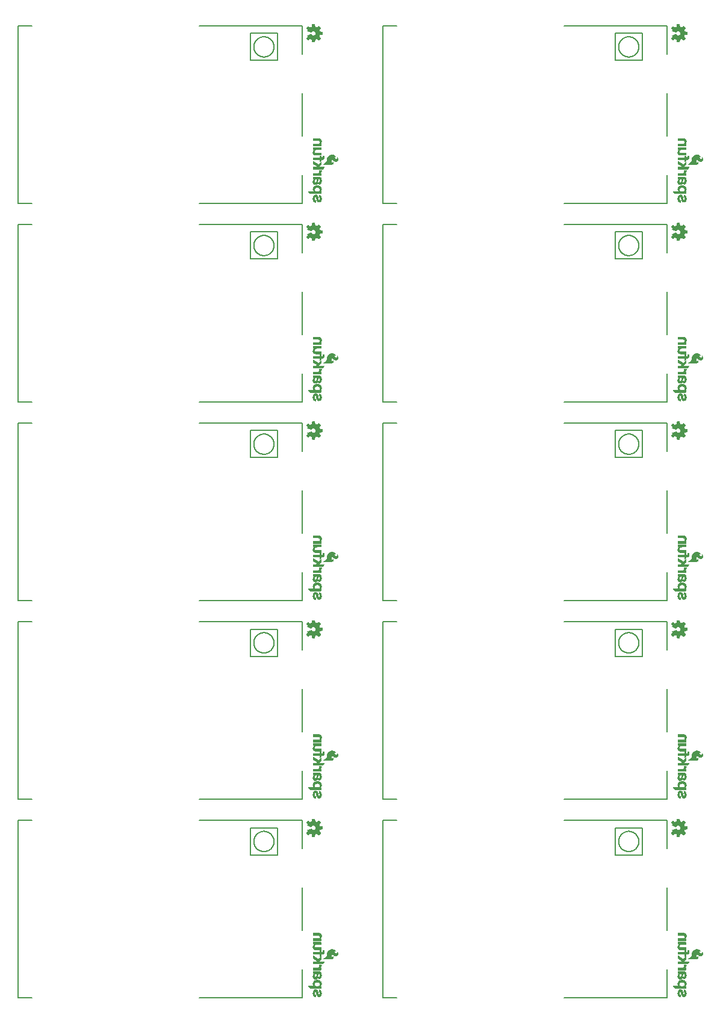
<source format=gbo>
G04 EAGLE Gerber RS-274X export*
G75*
%MOMM*%
%FSLAX34Y34*%
%LPD*%
%INSilkscreen Bottom*%
%IPPOS*%
%AMOC8*
5,1,8,0,0,1.08239X$1,22.5*%
G01*
%ADD10C,0.203200*%

G36*
X445993Y238802D02*
X445993Y238802D01*
X446012Y238799D01*
X446076Y238822D01*
X446142Y238837D01*
X446157Y238849D01*
X446175Y238856D01*
X446223Y238904D01*
X446276Y238947D01*
X446283Y238965D01*
X446297Y238979D01*
X446337Y239085D01*
X446346Y239105D01*
X446346Y239109D01*
X446348Y239113D01*
X446898Y242325D01*
X446937Y242336D01*
X446942Y242337D01*
X446943Y242337D01*
X446943Y242338D01*
X447063Y242398D01*
X447074Y242398D01*
X447089Y242401D01*
X447105Y242399D01*
X447237Y242436D01*
X447242Y242437D01*
X447243Y242437D01*
X447243Y242438D01*
X447363Y242498D01*
X447374Y242498D01*
X447389Y242501D01*
X447405Y242499D01*
X447537Y242536D01*
X447542Y242537D01*
X447543Y242537D01*
X447543Y242538D01*
X447863Y242698D01*
X447874Y242698D01*
X447889Y242701D01*
X447905Y242699D01*
X448037Y242736D01*
X448042Y242737D01*
X448043Y242737D01*
X448043Y242738D01*
X448243Y242838D01*
X448271Y242861D01*
X448325Y242898D01*
X448374Y242898D01*
X448448Y242915D01*
X448523Y242928D01*
X448533Y242935D01*
X448542Y242937D01*
X448570Y242960D01*
X448642Y243009D01*
X448698Y243065D01*
X448843Y243138D01*
X448871Y243161D01*
X448925Y243198D01*
X448974Y243198D01*
X449048Y243215D01*
X449070Y243219D01*
X451758Y241365D01*
X451774Y241358D01*
X451787Y241347D01*
X451854Y241327D01*
X451919Y241301D01*
X451937Y241303D01*
X451953Y241298D01*
X452022Y241310D01*
X452092Y241316D01*
X452106Y241325D01*
X452123Y241328D01*
X452229Y241400D01*
X452240Y241406D01*
X452240Y241408D01*
X452242Y241409D01*
X454442Y243609D01*
X454451Y243623D01*
X454465Y243633D01*
X454496Y243696D01*
X454533Y243756D01*
X454535Y243773D01*
X454542Y243788D01*
X454543Y243858D01*
X454549Y243928D01*
X454543Y243944D01*
X454543Y243961D01*
X454492Y244079D01*
X454488Y244090D01*
X454487Y244090D01*
X454486Y244092D01*
X452624Y246791D01*
X452642Y246809D01*
X452682Y246873D01*
X452726Y246936D01*
X452728Y246948D01*
X452733Y246956D01*
X452736Y246991D01*
X452753Y247077D01*
X452753Y247127D01*
X452761Y247139D01*
X452813Y247207D01*
X452885Y247352D01*
X452942Y247409D01*
X452982Y247473D01*
X453026Y247536D01*
X453028Y247548D01*
X453033Y247556D01*
X453036Y247591D01*
X453053Y247677D01*
X453053Y247727D01*
X453061Y247739D01*
X453113Y247807D01*
X453213Y248007D01*
X453217Y248023D01*
X453226Y248036D01*
X453252Y248170D01*
X453253Y248176D01*
X453253Y248177D01*
X453253Y248187D01*
X453313Y248307D01*
X453317Y248323D01*
X453326Y248336D01*
X453352Y248470D01*
X453353Y248476D01*
X453353Y248477D01*
X453353Y248527D01*
X453382Y248573D01*
X453426Y248636D01*
X453428Y248648D01*
X453433Y248656D01*
X453436Y248691D01*
X453453Y248777D01*
X453453Y248887D01*
X453482Y248945D01*
X456738Y249503D01*
X456756Y249511D01*
X456775Y249511D01*
X456834Y249544D01*
X456897Y249570D01*
X456910Y249585D01*
X456927Y249594D01*
X456966Y249650D01*
X457010Y249702D01*
X457015Y249720D01*
X457026Y249736D01*
X457047Y249847D01*
X457053Y249869D01*
X457052Y249873D01*
X457053Y249877D01*
X457053Y253077D01*
X457049Y253096D01*
X457051Y253115D01*
X457029Y253179D01*
X457013Y253245D01*
X457001Y253260D01*
X456995Y253279D01*
X456947Y253326D01*
X456903Y253379D01*
X456886Y253387D01*
X456872Y253400D01*
X456766Y253440D01*
X456745Y253449D01*
X456742Y253449D01*
X456738Y253451D01*
X453526Y254001D01*
X453515Y254040D01*
X453513Y254045D01*
X453513Y254046D01*
X453453Y254166D01*
X453453Y254177D01*
X453449Y254193D01*
X453452Y254209D01*
X453415Y254340D01*
X453413Y254345D01*
X453413Y254346D01*
X453353Y254466D01*
X453353Y254477D01*
X453349Y254493D01*
X453352Y254509D01*
X453315Y254640D01*
X453313Y254645D01*
X453313Y254646D01*
X453253Y254766D01*
X453253Y254877D01*
X453236Y254951D01*
X453222Y255026D01*
X453216Y255036D01*
X453213Y255045D01*
X453191Y255073D01*
X453142Y255145D01*
X453085Y255201D01*
X453053Y255266D01*
X453053Y255277D01*
X453049Y255293D01*
X453052Y255309D01*
X453015Y255440D01*
X453013Y255445D01*
X453013Y255446D01*
X452913Y255646D01*
X452890Y255674D01*
X452855Y255726D01*
X452848Y255738D01*
X452845Y255740D01*
X452842Y255745D01*
X452785Y255801D01*
X452753Y255866D01*
X452753Y255877D01*
X452749Y255893D01*
X452752Y255909D01*
X452740Y255951D01*
X452739Y255965D01*
X452732Y255978D01*
X452715Y256040D01*
X452713Y256045D01*
X452713Y256046D01*
X452642Y256188D01*
X454486Y258862D01*
X454491Y258873D01*
X454500Y258883D01*
X454522Y258954D01*
X454549Y259023D01*
X454548Y259035D01*
X454552Y259048D01*
X454540Y259121D01*
X454534Y259195D01*
X454527Y259206D01*
X454525Y259219D01*
X454448Y259339D01*
X452248Y261639D01*
X452226Y261653D01*
X452210Y261673D01*
X452154Y261700D01*
X452103Y261733D01*
X452077Y261736D01*
X452054Y261747D01*
X451992Y261746D01*
X451931Y261754D01*
X451907Y261745D01*
X451881Y261745D01*
X451801Y261707D01*
X451768Y261695D01*
X451762Y261689D01*
X451751Y261684D01*
X449078Y259748D01*
X448998Y259789D01*
X448942Y259845D01*
X448877Y259885D01*
X448814Y259929D01*
X448803Y259931D01*
X448795Y259936D01*
X448760Y259940D01*
X448674Y259956D01*
X448624Y259956D01*
X448611Y259964D01*
X448543Y260016D01*
X448398Y260089D01*
X448342Y260145D01*
X448277Y260185D01*
X448214Y260229D01*
X448203Y260231D01*
X448195Y260236D01*
X448160Y260240D01*
X448074Y260256D01*
X448024Y260256D01*
X447977Y260285D01*
X447914Y260329D01*
X447903Y260331D01*
X447895Y260336D01*
X447860Y260340D01*
X447774Y260356D01*
X447663Y260356D01*
X447598Y260389D01*
X447542Y260445D01*
X447477Y260485D01*
X447414Y260529D01*
X447403Y260531D01*
X447395Y260536D01*
X447360Y260540D01*
X447274Y260556D01*
X447224Y260556D01*
X447177Y260585D01*
X447114Y260629D01*
X447103Y260631D01*
X447095Y260636D01*
X447060Y260640D01*
X446974Y260656D01*
X446895Y260656D01*
X446348Y263939D01*
X446340Y263958D01*
X446339Y263978D01*
X446307Y264037D01*
X446281Y264099D01*
X446266Y264112D01*
X446256Y264130D01*
X446201Y264168D01*
X446151Y264212D01*
X446131Y264217D01*
X446114Y264229D01*
X446008Y264250D01*
X445983Y264256D01*
X445979Y264255D01*
X445974Y264256D01*
X442774Y264256D01*
X442755Y264252D01*
X442736Y264254D01*
X442671Y264232D01*
X442605Y264217D01*
X442590Y264204D01*
X442572Y264198D01*
X442524Y264150D01*
X442472Y264106D01*
X442464Y264089D01*
X442450Y264075D01*
X442410Y263969D01*
X442401Y263948D01*
X442401Y263945D01*
X442400Y263941D01*
X441836Y260653D01*
X441711Y260618D01*
X441705Y260617D01*
X441705Y260616D01*
X441704Y260616D01*
X441584Y260556D01*
X441574Y260556D01*
X441558Y260552D01*
X441542Y260555D01*
X441411Y260518D01*
X441405Y260517D01*
X441405Y260516D01*
X441404Y260516D01*
X441284Y260456D01*
X441274Y260456D01*
X441258Y260452D01*
X441242Y260455D01*
X441111Y260418D01*
X441105Y260417D01*
X441105Y260416D01*
X441104Y260416D01*
X440784Y260256D01*
X440774Y260256D01*
X440758Y260252D01*
X440742Y260255D01*
X440611Y260218D01*
X440605Y260217D01*
X440605Y260216D01*
X440604Y260216D01*
X440404Y260116D01*
X440376Y260093D01*
X440306Y260045D01*
X440249Y259989D01*
X440184Y259956D01*
X440174Y259956D01*
X440158Y259952D01*
X440142Y259955D01*
X440011Y259918D01*
X440005Y259917D01*
X440005Y259916D01*
X440004Y259916D01*
X439804Y259816D01*
X439776Y259793D01*
X439706Y259745D01*
X439695Y259735D01*
X437101Y261680D01*
X437079Y261690D01*
X437060Y261707D01*
X437000Y261725D01*
X436943Y261750D01*
X436918Y261749D01*
X436894Y261756D01*
X436833Y261745D01*
X436770Y261742D01*
X436748Y261730D01*
X436724Y261725D01*
X436649Y261674D01*
X436619Y261658D01*
X436614Y261651D01*
X436606Y261645D01*
X434306Y259345D01*
X434297Y259330D01*
X434283Y259320D01*
X434251Y259257D01*
X434214Y259198D01*
X434213Y259181D01*
X434205Y259166D01*
X434205Y259095D01*
X434198Y259026D01*
X434204Y259010D01*
X434204Y258993D01*
X434256Y258875D01*
X434260Y258864D01*
X434261Y258863D01*
X434261Y258862D01*
X436123Y256162D01*
X436106Y256145D01*
X436075Y256096D01*
X436072Y256093D01*
X436067Y256084D01*
X436065Y256080D01*
X436021Y256017D01*
X436019Y256006D01*
X436014Y255998D01*
X436011Y255963D01*
X436009Y255953D01*
X436006Y255945D01*
X435965Y255880D01*
X435921Y255817D01*
X435919Y255806D01*
X435914Y255798D01*
X435911Y255763D01*
X435894Y255677D01*
X435894Y255627D01*
X435865Y255580D01*
X435821Y255517D01*
X435819Y255506D01*
X435814Y255498D01*
X435811Y255463D01*
X435808Y255447D01*
X435806Y255445D01*
X435765Y255380D01*
X435721Y255317D01*
X435719Y255306D01*
X435714Y255298D01*
X435711Y255263D01*
X435708Y255247D01*
X435706Y255245D01*
X435665Y255180D01*
X435621Y255117D01*
X435619Y255106D01*
X435614Y255098D01*
X435611Y255063D01*
X435605Y255034D01*
X435572Y255006D01*
X435564Y254988D01*
X435549Y254973D01*
X435529Y254910D01*
X435501Y254848D01*
X435502Y254828D01*
X435496Y254809D01*
X435506Y254743D01*
X435508Y254676D01*
X435518Y254658D01*
X435521Y254638D01*
X435559Y254583D01*
X435591Y254524D01*
X435608Y254512D01*
X435620Y254495D01*
X435712Y254439D01*
X435733Y254425D01*
X435738Y254424D01*
X435742Y254421D01*
X441142Y252421D01*
X441173Y252417D01*
X441201Y252405D01*
X441257Y252407D01*
X441314Y252400D01*
X441343Y252410D01*
X441374Y252411D01*
X441424Y252438D01*
X441477Y252457D01*
X441499Y252479D01*
X441526Y252494D01*
X441572Y252553D01*
X441598Y252580D01*
X441602Y252593D01*
X441613Y252607D01*
X441885Y253152D01*
X442042Y253309D01*
X442061Y253339D01*
X442066Y253346D01*
X442081Y253359D01*
X442089Y253376D01*
X442113Y253407D01*
X442185Y253552D01*
X442498Y253865D01*
X442643Y253938D01*
X442671Y253961D01*
X442742Y254009D01*
X442898Y254165D01*
X443019Y254226D01*
X443294Y254317D01*
X443313Y254329D01*
X443343Y254338D01*
X443463Y254398D01*
X443574Y254398D01*
X443609Y254406D01*
X443694Y254417D01*
X443935Y254498D01*
X444712Y254498D01*
X444954Y254417D01*
X444990Y254414D01*
X445074Y254398D01*
X445259Y254398D01*
X445463Y254261D01*
X445498Y254248D01*
X445554Y254217D01*
X445806Y254133D01*
X446332Y253782D01*
X446679Y253435D01*
X447030Y252909D01*
X447114Y252657D01*
X447133Y252625D01*
X447158Y252566D01*
X447294Y252362D01*
X447294Y252177D01*
X447303Y252142D01*
X447314Y252057D01*
X447394Y251815D01*
X447394Y251224D01*
X447306Y250869D01*
X447305Y250833D01*
X447294Y250777D01*
X447294Y250592D01*
X447158Y250387D01*
X447145Y250352D01*
X447114Y250297D01*
X447030Y250045D01*
X446879Y249818D01*
X446706Y249645D01*
X446689Y249619D01*
X446658Y249587D01*
X446479Y249318D01*
X446332Y249172D01*
X445806Y248821D01*
X444712Y248456D01*
X444235Y248456D01*
X443994Y248537D01*
X443958Y248540D01*
X443874Y248556D01*
X443663Y248556D01*
X443343Y248716D01*
X443321Y248721D01*
X443294Y248737D01*
X443019Y248828D01*
X442698Y248989D01*
X442542Y249145D01*
X442511Y249164D01*
X442443Y249216D01*
X442298Y249289D01*
X442185Y249401D01*
X442113Y249546D01*
X442090Y249574D01*
X442042Y249645D01*
X441885Y249801D01*
X441725Y250122D01*
X441633Y250397D01*
X441603Y250446D01*
X441581Y250499D01*
X441559Y250518D01*
X441543Y250544D01*
X441494Y250575D01*
X441451Y250612D01*
X441422Y250620D01*
X441396Y250636D01*
X441339Y250641D01*
X441283Y250656D01*
X441249Y250650D01*
X441224Y250653D01*
X441192Y250641D01*
X441142Y250632D01*
X435742Y248632D01*
X435727Y248622D01*
X435711Y248619D01*
X435691Y248602D01*
X435661Y248591D01*
X435633Y248560D01*
X435598Y248537D01*
X435585Y248515D01*
X435577Y248508D01*
X435570Y248492D01*
X435544Y248464D01*
X435532Y248423D01*
X435511Y248387D01*
X435509Y248355D01*
X435507Y248350D01*
X435507Y248339D01*
X435495Y248298D01*
X435502Y248256D01*
X435500Y248215D01*
X435513Y248181D01*
X435514Y248177D01*
X435518Y248170D01*
X435525Y248127D01*
X435553Y248086D01*
X435566Y248055D01*
X435586Y248038D01*
X435594Y248025D01*
X435594Y247977D01*
X435612Y247902D01*
X435625Y247827D01*
X435632Y247818D01*
X435634Y247808D01*
X435657Y247781D01*
X435706Y247709D01*
X435712Y247702D01*
X435725Y247627D01*
X435732Y247618D01*
X435734Y247608D01*
X435757Y247581D01*
X435806Y247509D01*
X435812Y247502D01*
X435825Y247427D01*
X435832Y247418D01*
X435834Y247408D01*
X435857Y247381D01*
X435906Y247309D01*
X435912Y247302D01*
X435925Y247227D01*
X435932Y247218D01*
X435934Y247208D01*
X435957Y247181D01*
X436006Y247109D01*
X436012Y247102D01*
X436025Y247027D01*
X436032Y247018D01*
X436034Y247008D01*
X436057Y246981D01*
X436106Y246909D01*
X436112Y246902D01*
X436125Y246827D01*
X436132Y246818D01*
X436134Y246808D01*
X434261Y244092D01*
X434254Y244072D01*
X434240Y244056D01*
X434222Y243992D01*
X434198Y243931D01*
X434200Y243910D01*
X434195Y243889D01*
X434208Y243824D01*
X434213Y243759D01*
X434224Y243740D01*
X434229Y243719D01*
X434289Y243635D01*
X434303Y243611D01*
X434308Y243608D01*
X434312Y243603D01*
X436612Y241403D01*
X436625Y241395D01*
X436635Y241382D01*
X436699Y241351D01*
X436761Y241315D01*
X436777Y241314D01*
X436791Y241307D01*
X436862Y241307D01*
X436933Y241302D01*
X436948Y241308D01*
X436964Y241308D01*
X437089Y241366D01*
X437093Y241368D01*
X437094Y241368D01*
X439709Y243236D01*
X439720Y243234D01*
X439733Y243225D01*
X439867Y243199D01*
X439872Y243198D01*
X439873Y243198D01*
X439874Y243198D01*
X439884Y243198D01*
X439949Y243165D01*
X440006Y243109D01*
X440036Y243090D01*
X440104Y243038D01*
X440249Y242965D01*
X440306Y242909D01*
X440370Y242868D01*
X440433Y242825D01*
X440445Y242822D01*
X440453Y242817D01*
X440488Y242814D01*
X440574Y242798D01*
X440623Y242798D01*
X440670Y242768D01*
X440733Y242725D01*
X440745Y242722D01*
X440753Y242717D01*
X440788Y242714D01*
X440874Y242698D01*
X440984Y242698D01*
X441049Y242665D01*
X441106Y242609D01*
X441170Y242568D01*
X441233Y242525D01*
X441245Y242522D01*
X441253Y242517D01*
X441288Y242514D01*
X441374Y242498D01*
X441423Y242498D01*
X441470Y242468D01*
X441533Y242425D01*
X441545Y242422D01*
X441553Y242417D01*
X441588Y242414D01*
X441674Y242398D01*
X441784Y242398D01*
X441842Y242369D01*
X442400Y239113D01*
X442407Y239095D01*
X442408Y239076D01*
X442441Y239016D01*
X442467Y238953D01*
X442482Y238941D01*
X442491Y238924D01*
X442547Y238885D01*
X442598Y238841D01*
X442617Y238836D01*
X442633Y238825D01*
X442744Y238803D01*
X442766Y238798D01*
X442770Y238798D01*
X442774Y238798D01*
X445974Y238798D01*
X445993Y238802D01*
G37*
G36*
X959073Y238802D02*
X959073Y238802D01*
X959092Y238799D01*
X959156Y238822D01*
X959222Y238837D01*
X959237Y238849D01*
X959255Y238856D01*
X959303Y238904D01*
X959356Y238947D01*
X959363Y238965D01*
X959377Y238979D01*
X959417Y239085D01*
X959426Y239105D01*
X959426Y239109D01*
X959428Y239113D01*
X959978Y242325D01*
X960017Y242336D01*
X960022Y242337D01*
X960023Y242337D01*
X960023Y242338D01*
X960143Y242398D01*
X960154Y242398D01*
X960169Y242401D01*
X960185Y242399D01*
X960317Y242436D01*
X960322Y242437D01*
X960323Y242437D01*
X960323Y242438D01*
X960443Y242498D01*
X960454Y242498D01*
X960469Y242501D01*
X960485Y242499D01*
X960617Y242536D01*
X960622Y242537D01*
X960623Y242537D01*
X960623Y242538D01*
X960943Y242698D01*
X960954Y242698D01*
X960969Y242701D01*
X960985Y242699D01*
X961117Y242736D01*
X961122Y242737D01*
X961123Y242737D01*
X961123Y242738D01*
X961323Y242838D01*
X961351Y242861D01*
X961405Y242898D01*
X961454Y242898D01*
X961528Y242915D01*
X961603Y242928D01*
X961613Y242935D01*
X961622Y242937D01*
X961650Y242960D01*
X961722Y243009D01*
X961778Y243065D01*
X961923Y243138D01*
X961951Y243161D01*
X962005Y243198D01*
X962054Y243198D01*
X962128Y243215D01*
X962150Y243219D01*
X964838Y241365D01*
X964854Y241358D01*
X964867Y241347D01*
X964934Y241327D01*
X964999Y241301D01*
X965017Y241303D01*
X965033Y241298D01*
X965102Y241310D01*
X965172Y241316D01*
X965186Y241325D01*
X965203Y241328D01*
X965309Y241400D01*
X965320Y241406D01*
X965320Y241408D01*
X965322Y241409D01*
X967522Y243609D01*
X967531Y243623D01*
X967545Y243633D01*
X967576Y243696D01*
X967613Y243756D01*
X967615Y243773D01*
X967622Y243788D01*
X967623Y243858D01*
X967629Y243928D01*
X967623Y243944D01*
X967623Y243961D01*
X967572Y244079D01*
X967568Y244090D01*
X967567Y244090D01*
X967566Y244092D01*
X965704Y246791D01*
X965722Y246809D01*
X965762Y246873D01*
X965806Y246936D01*
X965808Y246948D01*
X965813Y246956D01*
X965816Y246991D01*
X965833Y247077D01*
X965833Y247127D01*
X965841Y247139D01*
X965893Y247207D01*
X965965Y247352D01*
X966022Y247409D01*
X966062Y247473D01*
X966106Y247536D01*
X966108Y247548D01*
X966113Y247556D01*
X966116Y247591D01*
X966133Y247677D01*
X966133Y247727D01*
X966141Y247739D01*
X966193Y247807D01*
X966293Y248007D01*
X966297Y248023D01*
X966306Y248036D01*
X966332Y248170D01*
X966333Y248176D01*
X966333Y248177D01*
X966333Y248187D01*
X966393Y248307D01*
X966397Y248323D01*
X966406Y248336D01*
X966432Y248470D01*
X966433Y248476D01*
X966433Y248477D01*
X966433Y248527D01*
X966462Y248573D01*
X966506Y248636D01*
X966508Y248648D01*
X966513Y248656D01*
X966516Y248691D01*
X966533Y248777D01*
X966533Y248887D01*
X966562Y248945D01*
X969818Y249503D01*
X969836Y249511D01*
X969855Y249511D01*
X969914Y249544D01*
X969977Y249570D01*
X969990Y249585D01*
X970007Y249594D01*
X970046Y249650D01*
X970090Y249702D01*
X970095Y249720D01*
X970106Y249736D01*
X970127Y249847D01*
X970133Y249869D01*
X970132Y249873D01*
X970133Y249877D01*
X970133Y253077D01*
X970129Y253096D01*
X970131Y253115D01*
X970109Y253179D01*
X970093Y253245D01*
X970081Y253260D01*
X970075Y253279D01*
X970027Y253326D01*
X969983Y253379D01*
X969966Y253387D01*
X969952Y253400D01*
X969846Y253440D01*
X969825Y253449D01*
X969822Y253449D01*
X969818Y253451D01*
X966606Y254001D01*
X966595Y254040D01*
X966593Y254045D01*
X966593Y254046D01*
X966533Y254166D01*
X966533Y254177D01*
X966529Y254193D01*
X966532Y254209D01*
X966495Y254340D01*
X966493Y254345D01*
X966493Y254346D01*
X966433Y254466D01*
X966433Y254477D01*
X966429Y254493D01*
X966432Y254509D01*
X966395Y254640D01*
X966393Y254645D01*
X966393Y254646D01*
X966333Y254766D01*
X966333Y254877D01*
X966316Y254951D01*
X966302Y255026D01*
X966296Y255036D01*
X966293Y255045D01*
X966271Y255073D01*
X966222Y255145D01*
X966165Y255201D01*
X966133Y255266D01*
X966133Y255277D01*
X966129Y255293D01*
X966132Y255309D01*
X966095Y255440D01*
X966093Y255445D01*
X966093Y255446D01*
X965993Y255646D01*
X965970Y255674D01*
X965935Y255726D01*
X965928Y255738D01*
X965925Y255740D01*
X965922Y255745D01*
X965865Y255801D01*
X965833Y255866D01*
X965833Y255877D01*
X965829Y255893D01*
X965832Y255909D01*
X965820Y255951D01*
X965819Y255965D01*
X965812Y255978D01*
X965795Y256040D01*
X965793Y256045D01*
X965793Y256046D01*
X965722Y256188D01*
X967566Y258862D01*
X967571Y258873D01*
X967580Y258883D01*
X967602Y258954D01*
X967629Y259023D01*
X967628Y259035D01*
X967632Y259048D01*
X967620Y259121D01*
X967614Y259195D01*
X967607Y259206D01*
X967605Y259219D01*
X967528Y259339D01*
X965328Y261639D01*
X965306Y261653D01*
X965290Y261673D01*
X965234Y261700D01*
X965183Y261733D01*
X965157Y261736D01*
X965134Y261747D01*
X965072Y261746D01*
X965011Y261754D01*
X964987Y261745D01*
X964961Y261745D01*
X964881Y261707D01*
X964848Y261695D01*
X964842Y261689D01*
X964831Y261684D01*
X962158Y259748D01*
X962078Y259789D01*
X962022Y259845D01*
X961957Y259885D01*
X961894Y259929D01*
X961883Y259931D01*
X961875Y259936D01*
X961840Y259940D01*
X961754Y259956D01*
X961704Y259956D01*
X961691Y259964D01*
X961623Y260016D01*
X961478Y260089D01*
X961422Y260145D01*
X961357Y260185D01*
X961294Y260229D01*
X961283Y260231D01*
X961275Y260236D01*
X961240Y260240D01*
X961154Y260256D01*
X961104Y260256D01*
X961057Y260285D01*
X960994Y260329D01*
X960983Y260331D01*
X960975Y260336D01*
X960940Y260340D01*
X960854Y260356D01*
X960743Y260356D01*
X960678Y260389D01*
X960622Y260445D01*
X960557Y260485D01*
X960494Y260529D01*
X960483Y260531D01*
X960475Y260536D01*
X960440Y260540D01*
X960354Y260556D01*
X960304Y260556D01*
X960257Y260585D01*
X960194Y260629D01*
X960183Y260631D01*
X960175Y260636D01*
X960140Y260640D01*
X960054Y260656D01*
X959975Y260656D01*
X959428Y263939D01*
X959420Y263958D01*
X959419Y263978D01*
X959387Y264037D01*
X959361Y264099D01*
X959346Y264112D01*
X959336Y264130D01*
X959281Y264168D01*
X959231Y264212D01*
X959211Y264217D01*
X959194Y264229D01*
X959088Y264250D01*
X959063Y264256D01*
X959059Y264255D01*
X959054Y264256D01*
X955854Y264256D01*
X955835Y264252D01*
X955816Y264254D01*
X955751Y264232D01*
X955685Y264217D01*
X955670Y264204D01*
X955652Y264198D01*
X955604Y264150D01*
X955552Y264106D01*
X955544Y264089D01*
X955530Y264075D01*
X955490Y263969D01*
X955481Y263948D01*
X955481Y263945D01*
X955480Y263941D01*
X954916Y260653D01*
X954791Y260618D01*
X954785Y260617D01*
X954785Y260616D01*
X954784Y260616D01*
X954664Y260556D01*
X954654Y260556D01*
X954638Y260552D01*
X954622Y260555D01*
X954491Y260518D01*
X954485Y260517D01*
X954485Y260516D01*
X954484Y260516D01*
X954364Y260456D01*
X954354Y260456D01*
X954338Y260452D01*
X954322Y260455D01*
X954191Y260418D01*
X954185Y260417D01*
X954185Y260416D01*
X954184Y260416D01*
X953864Y260256D01*
X953854Y260256D01*
X953838Y260252D01*
X953822Y260255D01*
X953691Y260218D01*
X953685Y260217D01*
X953685Y260216D01*
X953684Y260216D01*
X953484Y260116D01*
X953456Y260093D01*
X953386Y260045D01*
X953329Y259989D01*
X953264Y259956D01*
X953254Y259956D01*
X953238Y259952D01*
X953222Y259955D01*
X953091Y259918D01*
X953085Y259917D01*
X953085Y259916D01*
X953084Y259916D01*
X952884Y259816D01*
X952856Y259793D01*
X952786Y259745D01*
X952775Y259735D01*
X950181Y261680D01*
X950159Y261690D01*
X950140Y261707D01*
X950080Y261725D01*
X950023Y261750D01*
X949998Y261749D01*
X949974Y261756D01*
X949913Y261745D01*
X949850Y261742D01*
X949828Y261730D01*
X949804Y261725D01*
X949729Y261674D01*
X949699Y261658D01*
X949694Y261651D01*
X949686Y261645D01*
X947386Y259345D01*
X947377Y259330D01*
X947363Y259320D01*
X947331Y259257D01*
X947294Y259198D01*
X947293Y259181D01*
X947285Y259166D01*
X947285Y259095D01*
X947278Y259026D01*
X947284Y259010D01*
X947284Y258993D01*
X947336Y258875D01*
X947340Y258864D01*
X947341Y258863D01*
X947341Y258862D01*
X949203Y256162D01*
X949186Y256145D01*
X949155Y256096D01*
X949152Y256093D01*
X949147Y256084D01*
X949145Y256080D01*
X949101Y256017D01*
X949099Y256006D01*
X949094Y255998D01*
X949091Y255963D01*
X949089Y255953D01*
X949086Y255945D01*
X949045Y255880D01*
X949001Y255817D01*
X948999Y255806D01*
X948994Y255798D01*
X948991Y255763D01*
X948974Y255677D01*
X948974Y255627D01*
X948945Y255580D01*
X948901Y255517D01*
X948899Y255506D01*
X948894Y255498D01*
X948891Y255463D01*
X948888Y255447D01*
X948886Y255445D01*
X948845Y255380D01*
X948801Y255317D01*
X948799Y255306D01*
X948794Y255298D01*
X948791Y255263D01*
X948788Y255247D01*
X948786Y255245D01*
X948745Y255180D01*
X948701Y255117D01*
X948699Y255106D01*
X948694Y255098D01*
X948691Y255063D01*
X948685Y255034D01*
X948652Y255006D01*
X948644Y254988D01*
X948629Y254973D01*
X948609Y254910D01*
X948581Y254848D01*
X948582Y254828D01*
X948576Y254809D01*
X948586Y254743D01*
X948588Y254676D01*
X948598Y254658D01*
X948601Y254638D01*
X948639Y254583D01*
X948671Y254524D01*
X948688Y254512D01*
X948700Y254495D01*
X948792Y254439D01*
X948813Y254425D01*
X948818Y254424D01*
X948822Y254421D01*
X954222Y252421D01*
X954253Y252417D01*
X954281Y252405D01*
X954337Y252407D01*
X954394Y252400D01*
X954423Y252410D01*
X954454Y252411D01*
X954504Y252438D01*
X954557Y252457D01*
X954579Y252479D01*
X954606Y252494D01*
X954652Y252553D01*
X954678Y252580D01*
X954682Y252593D01*
X954693Y252607D01*
X954965Y253152D01*
X955122Y253309D01*
X955141Y253339D01*
X955146Y253346D01*
X955161Y253359D01*
X955169Y253376D01*
X955193Y253407D01*
X955265Y253552D01*
X955578Y253865D01*
X955723Y253938D01*
X955751Y253961D01*
X955822Y254009D01*
X955978Y254165D01*
X956099Y254226D01*
X956374Y254317D01*
X956393Y254329D01*
X956423Y254338D01*
X956543Y254398D01*
X956654Y254398D01*
X956689Y254406D01*
X956774Y254417D01*
X957015Y254498D01*
X957792Y254498D01*
X958034Y254417D01*
X958070Y254414D01*
X958154Y254398D01*
X958339Y254398D01*
X958543Y254261D01*
X958578Y254248D01*
X958634Y254217D01*
X958886Y254133D01*
X959412Y253782D01*
X959759Y253435D01*
X960110Y252909D01*
X960194Y252657D01*
X960213Y252625D01*
X960238Y252566D01*
X960374Y252362D01*
X960374Y252177D01*
X960383Y252142D01*
X960394Y252057D01*
X960474Y251815D01*
X960474Y251224D01*
X960386Y250869D01*
X960385Y250833D01*
X960374Y250777D01*
X960374Y250592D01*
X960238Y250387D01*
X960225Y250352D01*
X960194Y250297D01*
X960110Y250045D01*
X959959Y249818D01*
X959786Y249645D01*
X959769Y249619D01*
X959738Y249587D01*
X959559Y249318D01*
X959412Y249172D01*
X958886Y248821D01*
X957792Y248456D01*
X957315Y248456D01*
X957074Y248537D01*
X957038Y248540D01*
X956954Y248556D01*
X956743Y248556D01*
X956423Y248716D01*
X956401Y248721D01*
X956374Y248737D01*
X956099Y248828D01*
X955778Y248989D01*
X955622Y249145D01*
X955591Y249164D01*
X955523Y249216D01*
X955378Y249289D01*
X955265Y249401D01*
X955193Y249546D01*
X955170Y249574D01*
X955122Y249645D01*
X954965Y249801D01*
X954805Y250122D01*
X954713Y250397D01*
X954683Y250446D01*
X954661Y250499D01*
X954639Y250518D01*
X954623Y250544D01*
X954574Y250575D01*
X954531Y250612D01*
X954502Y250620D01*
X954476Y250636D01*
X954419Y250641D01*
X954363Y250656D01*
X954329Y250650D01*
X954304Y250653D01*
X954272Y250641D01*
X954222Y250632D01*
X948822Y248632D01*
X948807Y248622D01*
X948791Y248619D01*
X948771Y248602D01*
X948741Y248591D01*
X948713Y248560D01*
X948678Y248537D01*
X948665Y248515D01*
X948657Y248508D01*
X948650Y248492D01*
X948624Y248464D01*
X948612Y248423D01*
X948591Y248387D01*
X948589Y248355D01*
X948587Y248350D01*
X948587Y248339D01*
X948575Y248298D01*
X948582Y248256D01*
X948580Y248215D01*
X948593Y248181D01*
X948594Y248177D01*
X948598Y248170D01*
X948605Y248127D01*
X948633Y248086D01*
X948646Y248055D01*
X948666Y248038D01*
X948674Y248025D01*
X948674Y247977D01*
X948692Y247902D01*
X948705Y247827D01*
X948712Y247818D01*
X948714Y247808D01*
X948737Y247781D01*
X948786Y247709D01*
X948792Y247702D01*
X948805Y247627D01*
X948812Y247618D01*
X948814Y247608D01*
X948837Y247581D01*
X948886Y247509D01*
X948892Y247502D01*
X948905Y247427D01*
X948912Y247418D01*
X948914Y247408D01*
X948937Y247381D01*
X948986Y247309D01*
X948992Y247302D01*
X949005Y247227D01*
X949012Y247218D01*
X949014Y247208D01*
X949037Y247181D01*
X949086Y247109D01*
X949092Y247102D01*
X949105Y247027D01*
X949112Y247018D01*
X949114Y247008D01*
X949137Y246981D01*
X949186Y246909D01*
X949192Y246902D01*
X949205Y246827D01*
X949212Y246818D01*
X949214Y246808D01*
X947341Y244092D01*
X947334Y244072D01*
X947320Y244056D01*
X947302Y243992D01*
X947278Y243931D01*
X947280Y243910D01*
X947275Y243889D01*
X947288Y243824D01*
X947293Y243759D01*
X947304Y243740D01*
X947309Y243719D01*
X947369Y243635D01*
X947383Y243611D01*
X947388Y243608D01*
X947392Y243603D01*
X949692Y241403D01*
X949705Y241395D01*
X949715Y241382D01*
X949779Y241351D01*
X949841Y241315D01*
X949857Y241314D01*
X949871Y241307D01*
X949942Y241307D01*
X950013Y241302D01*
X950028Y241308D01*
X950044Y241308D01*
X950169Y241366D01*
X950173Y241368D01*
X950174Y241368D01*
X952789Y243236D01*
X952800Y243234D01*
X952813Y243225D01*
X952947Y243199D01*
X952952Y243198D01*
X952953Y243198D01*
X952954Y243198D01*
X952964Y243198D01*
X953029Y243165D01*
X953086Y243109D01*
X953116Y243090D01*
X953184Y243038D01*
X953329Y242965D01*
X953386Y242909D01*
X953450Y242868D01*
X953513Y242825D01*
X953525Y242822D01*
X953533Y242817D01*
X953568Y242814D01*
X953654Y242798D01*
X953703Y242798D01*
X953750Y242768D01*
X953813Y242725D01*
X953825Y242722D01*
X953833Y242717D01*
X953868Y242714D01*
X953954Y242698D01*
X954064Y242698D01*
X954129Y242665D01*
X954186Y242609D01*
X954250Y242568D01*
X954313Y242525D01*
X954325Y242522D01*
X954333Y242517D01*
X954368Y242514D01*
X954454Y242498D01*
X954503Y242498D01*
X954550Y242468D01*
X954613Y242425D01*
X954625Y242422D01*
X954633Y242417D01*
X954668Y242414D01*
X954754Y242398D01*
X954864Y242398D01*
X954922Y242369D01*
X955480Y239113D01*
X955487Y239095D01*
X955488Y239076D01*
X955521Y239016D01*
X955547Y238953D01*
X955562Y238941D01*
X955571Y238924D01*
X955627Y238885D01*
X955678Y238841D01*
X955697Y238836D01*
X955713Y238825D01*
X955824Y238803D01*
X955846Y238798D01*
X955850Y238798D01*
X955854Y238798D01*
X959054Y238798D01*
X959073Y238802D01*
G37*
G36*
X445993Y1356732D02*
X445993Y1356732D01*
X446012Y1356730D01*
X446076Y1356752D01*
X446142Y1356767D01*
X446157Y1356780D01*
X446175Y1356786D01*
X446223Y1356834D01*
X446276Y1356877D01*
X446283Y1356895D01*
X446297Y1356909D01*
X446337Y1357015D01*
X446346Y1357035D01*
X446346Y1357039D01*
X446348Y1357043D01*
X446898Y1360255D01*
X446937Y1360266D01*
X446942Y1360267D01*
X446943Y1360268D01*
X447063Y1360328D01*
X447074Y1360328D01*
X447089Y1360331D01*
X447105Y1360329D01*
X447237Y1360366D01*
X447242Y1360367D01*
X447243Y1360368D01*
X447363Y1360428D01*
X447374Y1360428D01*
X447389Y1360431D01*
X447405Y1360429D01*
X447537Y1360466D01*
X447542Y1360467D01*
X447543Y1360468D01*
X447863Y1360628D01*
X447874Y1360628D01*
X447889Y1360631D01*
X447905Y1360629D01*
X448037Y1360666D01*
X448042Y1360667D01*
X448043Y1360668D01*
X448243Y1360768D01*
X448271Y1360791D01*
X448325Y1360828D01*
X448374Y1360828D01*
X448448Y1360845D01*
X448523Y1360859D01*
X448533Y1360865D01*
X448542Y1360867D01*
X448570Y1360890D01*
X448642Y1360939D01*
X448698Y1360995D01*
X448843Y1361068D01*
X448871Y1361091D01*
X448925Y1361128D01*
X448974Y1361128D01*
X449048Y1361145D01*
X449070Y1361149D01*
X451758Y1359295D01*
X451774Y1359289D01*
X451787Y1359277D01*
X451854Y1359257D01*
X451919Y1359232D01*
X451937Y1359233D01*
X451953Y1359228D01*
X452022Y1359241D01*
X452092Y1359247D01*
X452106Y1359256D01*
X452123Y1359259D01*
X452229Y1359330D01*
X452240Y1359337D01*
X452240Y1359338D01*
X452242Y1359339D01*
X454442Y1361539D01*
X454451Y1361553D01*
X454465Y1361564D01*
X454496Y1361626D01*
X454533Y1361686D01*
X454535Y1361703D01*
X454542Y1361718D01*
X454543Y1361789D01*
X454549Y1361858D01*
X454543Y1361874D01*
X454543Y1361891D01*
X454492Y1362009D01*
X454488Y1362020D01*
X454487Y1362021D01*
X454486Y1362022D01*
X452624Y1364721D01*
X452642Y1364739D01*
X452682Y1364804D01*
X452726Y1364866D01*
X452728Y1364878D01*
X452733Y1364886D01*
X452736Y1364921D01*
X452753Y1365007D01*
X452753Y1365057D01*
X452761Y1365069D01*
X452813Y1365137D01*
X452885Y1365282D01*
X452942Y1365339D01*
X452982Y1365404D01*
X453026Y1365466D01*
X453028Y1365478D01*
X453033Y1365486D01*
X453036Y1365521D01*
X453053Y1365607D01*
X453053Y1365657D01*
X453061Y1365669D01*
X453113Y1365737D01*
X453213Y1365937D01*
X453217Y1365953D01*
X453226Y1365966D01*
X453252Y1366100D01*
X453253Y1366106D01*
X453253Y1366107D01*
X453253Y1366117D01*
X453313Y1366237D01*
X453317Y1366253D01*
X453326Y1366266D01*
X453352Y1366400D01*
X453353Y1366406D01*
X453353Y1366407D01*
X453353Y1366457D01*
X453382Y1366504D01*
X453426Y1366566D01*
X453428Y1366578D01*
X453433Y1366586D01*
X453436Y1366621D01*
X453453Y1366707D01*
X453453Y1366817D01*
X453482Y1366875D01*
X456738Y1367433D01*
X456756Y1367441D01*
X456775Y1367442D01*
X456834Y1367474D01*
X456897Y1367501D01*
X456910Y1367515D01*
X456927Y1367525D01*
X456966Y1367580D01*
X457010Y1367632D01*
X457015Y1367651D01*
X457026Y1367666D01*
X457047Y1367777D01*
X457053Y1367799D01*
X457052Y1367803D01*
X457053Y1367807D01*
X457053Y1371007D01*
X457049Y1371026D01*
X457051Y1371045D01*
X457029Y1371109D01*
X457013Y1371175D01*
X457001Y1371190D01*
X456995Y1371209D01*
X456947Y1371257D01*
X456903Y1371309D01*
X456886Y1371317D01*
X456872Y1371330D01*
X456766Y1371370D01*
X456745Y1371379D01*
X456742Y1371379D01*
X456738Y1371381D01*
X453526Y1371931D01*
X453515Y1371970D01*
X453513Y1371975D01*
X453513Y1371976D01*
X453513Y1371977D01*
X453453Y1372097D01*
X453453Y1372107D01*
X453449Y1372123D01*
X453452Y1372139D01*
X453415Y1372270D01*
X453413Y1372275D01*
X453413Y1372276D01*
X453413Y1372277D01*
X453353Y1372397D01*
X453353Y1372407D01*
X453349Y1372423D01*
X453352Y1372439D01*
X453315Y1372570D01*
X453313Y1372575D01*
X453313Y1372576D01*
X453313Y1372577D01*
X453253Y1372697D01*
X453253Y1372807D01*
X453236Y1372881D01*
X453222Y1372957D01*
X453216Y1372966D01*
X453213Y1372975D01*
X453191Y1373003D01*
X453142Y1373075D01*
X453085Y1373132D01*
X453053Y1373197D01*
X453053Y1373207D01*
X453049Y1373223D01*
X453052Y1373239D01*
X453015Y1373370D01*
X453013Y1373375D01*
X453013Y1373376D01*
X453013Y1373377D01*
X452913Y1373577D01*
X452890Y1373604D01*
X452855Y1373656D01*
X452848Y1373668D01*
X452845Y1373670D01*
X452842Y1373675D01*
X452785Y1373732D01*
X452753Y1373797D01*
X452753Y1373807D01*
X452749Y1373823D01*
X452752Y1373839D01*
X452740Y1373881D01*
X452739Y1373895D01*
X452732Y1373908D01*
X452715Y1373970D01*
X452713Y1373975D01*
X452713Y1373976D01*
X452713Y1373977D01*
X452642Y1374118D01*
X454486Y1376792D01*
X454491Y1376804D01*
X454500Y1376813D01*
X454522Y1376884D01*
X454549Y1376953D01*
X454548Y1376966D01*
X454552Y1376978D01*
X454540Y1377051D01*
X454534Y1377125D01*
X454527Y1377136D01*
X454525Y1377149D01*
X454448Y1377269D01*
X452248Y1379569D01*
X452226Y1379583D01*
X452210Y1379603D01*
X452154Y1379630D01*
X452103Y1379664D01*
X452077Y1379667D01*
X452054Y1379678D01*
X451992Y1379677D01*
X451931Y1379684D01*
X451907Y1379675D01*
X451881Y1379675D01*
X451801Y1379637D01*
X451768Y1379626D01*
X451762Y1379619D01*
X451751Y1379614D01*
X449078Y1377679D01*
X448998Y1377719D01*
X448942Y1377775D01*
X448877Y1377815D01*
X448814Y1377859D01*
X448803Y1377861D01*
X448795Y1377866D01*
X448760Y1377870D01*
X448674Y1377886D01*
X448624Y1377886D01*
X448611Y1377894D01*
X448543Y1377946D01*
X448398Y1378019D01*
X448342Y1378075D01*
X448277Y1378115D01*
X448214Y1378159D01*
X448203Y1378161D01*
X448195Y1378166D01*
X448160Y1378170D01*
X448074Y1378186D01*
X448024Y1378186D01*
X447977Y1378215D01*
X447914Y1378259D01*
X447903Y1378261D01*
X447895Y1378266D01*
X447860Y1378270D01*
X447774Y1378286D01*
X447663Y1378286D01*
X447598Y1378319D01*
X447542Y1378375D01*
X447477Y1378415D01*
X447414Y1378459D01*
X447403Y1378461D01*
X447395Y1378466D01*
X447360Y1378470D01*
X447274Y1378486D01*
X447224Y1378486D01*
X447177Y1378515D01*
X447114Y1378559D01*
X447103Y1378561D01*
X447095Y1378566D01*
X447060Y1378570D01*
X446974Y1378586D01*
X446895Y1378586D01*
X446348Y1381869D01*
X446340Y1381888D01*
X446339Y1381908D01*
X446307Y1381967D01*
X446281Y1382029D01*
X446266Y1382042D01*
X446256Y1382060D01*
X446201Y1382099D01*
X446151Y1382143D01*
X446131Y1382148D01*
X446114Y1382159D01*
X446008Y1382180D01*
X445983Y1382186D01*
X445979Y1382185D01*
X445974Y1382186D01*
X442774Y1382186D01*
X442755Y1382182D01*
X442736Y1382184D01*
X442671Y1382162D01*
X442605Y1382147D01*
X442590Y1382134D01*
X442572Y1382128D01*
X442524Y1382080D01*
X442472Y1382037D01*
X442464Y1382019D01*
X442450Y1382005D01*
X442410Y1381899D01*
X442401Y1381879D01*
X442401Y1381875D01*
X442400Y1381871D01*
X441836Y1378583D01*
X441711Y1378548D01*
X441705Y1378547D01*
X441705Y1378546D01*
X441704Y1378546D01*
X441584Y1378486D01*
X441574Y1378486D01*
X441558Y1378483D01*
X441542Y1378485D01*
X441411Y1378448D01*
X441405Y1378447D01*
X441405Y1378446D01*
X441404Y1378446D01*
X441284Y1378386D01*
X441274Y1378386D01*
X441258Y1378383D01*
X441242Y1378385D01*
X441111Y1378348D01*
X441105Y1378347D01*
X441105Y1378346D01*
X441104Y1378346D01*
X440784Y1378186D01*
X440774Y1378186D01*
X440758Y1378183D01*
X440742Y1378185D01*
X440611Y1378148D01*
X440605Y1378147D01*
X440605Y1378146D01*
X440604Y1378146D01*
X440404Y1378046D01*
X440376Y1378023D01*
X440306Y1377975D01*
X440249Y1377919D01*
X440184Y1377886D01*
X440174Y1377886D01*
X440158Y1377883D01*
X440142Y1377885D01*
X440011Y1377848D01*
X440005Y1377847D01*
X440005Y1377846D01*
X440004Y1377846D01*
X439804Y1377746D01*
X439776Y1377723D01*
X439706Y1377675D01*
X439695Y1377665D01*
X437101Y1379610D01*
X437079Y1379620D01*
X437060Y1379637D01*
X437000Y1379655D01*
X436943Y1379680D01*
X436918Y1379679D01*
X436894Y1379686D01*
X436833Y1379675D01*
X436770Y1379672D01*
X436748Y1379660D01*
X436724Y1379655D01*
X436649Y1379604D01*
X436619Y1379588D01*
X436614Y1379581D01*
X436606Y1379575D01*
X434306Y1377275D01*
X434297Y1377261D01*
X434283Y1377250D01*
X434251Y1377188D01*
X434214Y1377128D01*
X434213Y1377111D01*
X434205Y1377096D01*
X434205Y1377026D01*
X434198Y1376956D01*
X434204Y1376940D01*
X434204Y1376923D01*
X434256Y1376805D01*
X434260Y1376794D01*
X434261Y1376793D01*
X434261Y1376792D01*
X436123Y1374093D01*
X436106Y1374075D01*
X436075Y1374026D01*
X436072Y1374024D01*
X436067Y1374014D01*
X436065Y1374010D01*
X436021Y1373948D01*
X436019Y1373936D01*
X436014Y1373928D01*
X436011Y1373893D01*
X436009Y1373883D01*
X436006Y1373875D01*
X435965Y1373810D01*
X435921Y1373748D01*
X435919Y1373736D01*
X435914Y1373728D01*
X435911Y1373693D01*
X435894Y1373607D01*
X435894Y1373557D01*
X435865Y1373510D01*
X435821Y1373448D01*
X435819Y1373436D01*
X435814Y1373428D01*
X435811Y1373393D01*
X435808Y1373378D01*
X435806Y1373375D01*
X435765Y1373310D01*
X435721Y1373248D01*
X435719Y1373236D01*
X435714Y1373228D01*
X435711Y1373193D01*
X435708Y1373178D01*
X435706Y1373175D01*
X435665Y1373110D01*
X435621Y1373048D01*
X435619Y1373036D01*
X435614Y1373028D01*
X435611Y1372993D01*
X435605Y1372964D01*
X435572Y1372937D01*
X435564Y1372918D01*
X435549Y1372903D01*
X435529Y1372840D01*
X435501Y1372779D01*
X435502Y1372758D01*
X435496Y1372739D01*
X435506Y1372673D01*
X435508Y1372606D01*
X435518Y1372588D01*
X435521Y1372568D01*
X435559Y1372513D01*
X435591Y1372454D01*
X435608Y1372442D01*
X435620Y1372426D01*
X435712Y1372369D01*
X435733Y1372355D01*
X435738Y1372354D01*
X435742Y1372351D01*
X441142Y1370351D01*
X441173Y1370348D01*
X441201Y1370335D01*
X441257Y1370337D01*
X441314Y1370330D01*
X441343Y1370340D01*
X441374Y1370341D01*
X441424Y1370368D01*
X441477Y1370387D01*
X441499Y1370409D01*
X441526Y1370424D01*
X441572Y1370484D01*
X441598Y1370511D01*
X441602Y1370524D01*
X441613Y1370537D01*
X441885Y1371082D01*
X442042Y1371239D01*
X442061Y1371269D01*
X442066Y1371277D01*
X442081Y1371289D01*
X442089Y1371306D01*
X442113Y1371337D01*
X442185Y1371482D01*
X442498Y1371795D01*
X442643Y1371868D01*
X442671Y1371891D01*
X442742Y1371939D01*
X442898Y1372095D01*
X443019Y1372156D01*
X443294Y1372247D01*
X443313Y1372259D01*
X443343Y1372268D01*
X443463Y1372328D01*
X443574Y1372328D01*
X443609Y1372336D01*
X443694Y1372347D01*
X443935Y1372428D01*
X444712Y1372428D01*
X444954Y1372347D01*
X444990Y1372344D01*
X445074Y1372328D01*
X445259Y1372328D01*
X445463Y1372191D01*
X445498Y1372178D01*
X445554Y1372147D01*
X445806Y1372063D01*
X446332Y1371712D01*
X446679Y1371366D01*
X447030Y1370839D01*
X447114Y1370587D01*
X447133Y1370555D01*
X447158Y1370497D01*
X447294Y1370292D01*
X447294Y1370107D01*
X447303Y1370072D01*
X447314Y1369987D01*
X447394Y1369745D01*
X447394Y1369154D01*
X447306Y1368799D01*
X447305Y1368763D01*
X447294Y1368707D01*
X447294Y1368522D01*
X447158Y1368317D01*
X447145Y1368282D01*
X447114Y1368227D01*
X447030Y1367975D01*
X446879Y1367749D01*
X446706Y1367575D01*
X446689Y1367549D01*
X446658Y1367517D01*
X446479Y1367249D01*
X446332Y1367102D01*
X445806Y1366751D01*
X444712Y1366386D01*
X444235Y1366386D01*
X443994Y1366467D01*
X443958Y1366470D01*
X443874Y1366486D01*
X443663Y1366486D01*
X443343Y1366646D01*
X443321Y1366652D01*
X443294Y1366667D01*
X443019Y1366758D01*
X442698Y1366919D01*
X442542Y1367075D01*
X442511Y1367094D01*
X442443Y1367146D01*
X442298Y1367219D01*
X442185Y1367332D01*
X442113Y1367477D01*
X442090Y1367504D01*
X442042Y1367575D01*
X441885Y1367732D01*
X441725Y1368053D01*
X441633Y1368327D01*
X441603Y1368376D01*
X441581Y1368429D01*
X441559Y1368449D01*
X441543Y1368474D01*
X441494Y1368505D01*
X441451Y1368542D01*
X441422Y1368550D01*
X441396Y1368566D01*
X441339Y1368572D01*
X441283Y1368586D01*
X441249Y1368580D01*
X441224Y1368583D01*
X441192Y1368571D01*
X441142Y1368563D01*
X435742Y1366563D01*
X435727Y1366553D01*
X435711Y1366549D01*
X435691Y1366532D01*
X435661Y1366521D01*
X435633Y1366490D01*
X435598Y1366467D01*
X435585Y1366445D01*
X435577Y1366439D01*
X435570Y1366422D01*
X435544Y1366394D01*
X435532Y1366354D01*
X435511Y1366317D01*
X435509Y1366285D01*
X435507Y1366281D01*
X435507Y1366269D01*
X435495Y1366228D01*
X435502Y1366187D01*
X435500Y1366145D01*
X435513Y1366112D01*
X435514Y1366108D01*
X435518Y1366100D01*
X435525Y1366057D01*
X435553Y1366016D01*
X435566Y1365985D01*
X435586Y1365968D01*
X435594Y1365955D01*
X435594Y1365907D01*
X435612Y1365833D01*
X435625Y1365757D01*
X435632Y1365748D01*
X435634Y1365739D01*
X435657Y1365711D01*
X435706Y1365639D01*
X435712Y1365632D01*
X435725Y1365557D01*
X435732Y1365548D01*
X435734Y1365539D01*
X435757Y1365511D01*
X435806Y1365439D01*
X435812Y1365432D01*
X435825Y1365357D01*
X435832Y1365348D01*
X435834Y1365339D01*
X435857Y1365311D01*
X435906Y1365239D01*
X435912Y1365232D01*
X435925Y1365157D01*
X435932Y1365148D01*
X435934Y1365139D01*
X435957Y1365111D01*
X436006Y1365039D01*
X436012Y1365032D01*
X436025Y1364957D01*
X436032Y1364948D01*
X436034Y1364939D01*
X436057Y1364911D01*
X436106Y1364839D01*
X436112Y1364832D01*
X436125Y1364757D01*
X436132Y1364748D01*
X436134Y1364739D01*
X436134Y1364738D01*
X434261Y1362022D01*
X434254Y1362002D01*
X434240Y1361986D01*
X434222Y1361923D01*
X434198Y1361861D01*
X434200Y1361840D01*
X434195Y1361819D01*
X434208Y1361755D01*
X434213Y1361689D01*
X434224Y1361671D01*
X434229Y1361650D01*
X434289Y1361565D01*
X434303Y1361541D01*
X434308Y1361538D01*
X434312Y1361533D01*
X436612Y1359333D01*
X436625Y1359325D01*
X436635Y1359312D01*
X436699Y1359281D01*
X436761Y1359245D01*
X436777Y1359244D01*
X436791Y1359237D01*
X436862Y1359238D01*
X436933Y1359232D01*
X436948Y1359239D01*
X436964Y1359239D01*
X437089Y1359296D01*
X437093Y1359298D01*
X437094Y1359298D01*
X439709Y1361167D01*
X439720Y1361164D01*
X439733Y1361155D01*
X439867Y1361129D01*
X439872Y1361128D01*
X439873Y1361128D01*
X439874Y1361128D01*
X439884Y1361128D01*
X439949Y1361095D01*
X440006Y1361039D01*
X440036Y1361020D01*
X440104Y1360968D01*
X440249Y1360895D01*
X440306Y1360839D01*
X440370Y1360799D01*
X440433Y1360755D01*
X440445Y1360753D01*
X440453Y1360748D01*
X440488Y1360744D01*
X440574Y1360728D01*
X440623Y1360728D01*
X440670Y1360699D01*
X440733Y1360655D01*
X440745Y1360653D01*
X440753Y1360648D01*
X440788Y1360644D01*
X440874Y1360628D01*
X440984Y1360628D01*
X441049Y1360595D01*
X441106Y1360539D01*
X441170Y1360499D01*
X441233Y1360455D01*
X441245Y1360453D01*
X441253Y1360448D01*
X441288Y1360444D01*
X441374Y1360428D01*
X441423Y1360428D01*
X441470Y1360399D01*
X441533Y1360355D01*
X441545Y1360353D01*
X441553Y1360348D01*
X441588Y1360344D01*
X441674Y1360328D01*
X441784Y1360328D01*
X441842Y1360299D01*
X442400Y1357043D01*
X442407Y1357025D01*
X442408Y1357006D01*
X442441Y1356946D01*
X442467Y1356884D01*
X442482Y1356871D01*
X442491Y1356854D01*
X442547Y1356815D01*
X442598Y1356771D01*
X442617Y1356766D01*
X442633Y1356755D01*
X442744Y1356733D01*
X442766Y1356728D01*
X442770Y1356729D01*
X442774Y1356728D01*
X445974Y1356728D01*
X445993Y1356732D01*
G37*
G36*
X959073Y1356732D02*
X959073Y1356732D01*
X959092Y1356730D01*
X959156Y1356752D01*
X959222Y1356767D01*
X959237Y1356780D01*
X959255Y1356786D01*
X959303Y1356834D01*
X959356Y1356877D01*
X959363Y1356895D01*
X959377Y1356909D01*
X959417Y1357015D01*
X959426Y1357035D01*
X959426Y1357039D01*
X959428Y1357043D01*
X959978Y1360255D01*
X960017Y1360266D01*
X960022Y1360267D01*
X960023Y1360268D01*
X960143Y1360328D01*
X960154Y1360328D01*
X960169Y1360331D01*
X960185Y1360329D01*
X960317Y1360366D01*
X960322Y1360367D01*
X960323Y1360368D01*
X960443Y1360428D01*
X960454Y1360428D01*
X960469Y1360431D01*
X960485Y1360429D01*
X960617Y1360466D01*
X960622Y1360467D01*
X960623Y1360468D01*
X960943Y1360628D01*
X960954Y1360628D01*
X960969Y1360631D01*
X960985Y1360629D01*
X961117Y1360666D01*
X961122Y1360667D01*
X961123Y1360668D01*
X961323Y1360768D01*
X961351Y1360791D01*
X961405Y1360828D01*
X961454Y1360828D01*
X961528Y1360845D01*
X961603Y1360859D01*
X961613Y1360865D01*
X961622Y1360867D01*
X961650Y1360890D01*
X961722Y1360939D01*
X961778Y1360995D01*
X961923Y1361068D01*
X961951Y1361091D01*
X962005Y1361128D01*
X962054Y1361128D01*
X962128Y1361145D01*
X962150Y1361149D01*
X964838Y1359295D01*
X964854Y1359289D01*
X964867Y1359277D01*
X964934Y1359257D01*
X964999Y1359232D01*
X965017Y1359233D01*
X965033Y1359228D01*
X965102Y1359241D01*
X965172Y1359247D01*
X965186Y1359256D01*
X965203Y1359259D01*
X965309Y1359330D01*
X965320Y1359337D01*
X965320Y1359338D01*
X965322Y1359339D01*
X967522Y1361539D01*
X967531Y1361553D01*
X967545Y1361564D01*
X967576Y1361626D01*
X967613Y1361686D01*
X967615Y1361703D01*
X967622Y1361718D01*
X967623Y1361789D01*
X967629Y1361858D01*
X967623Y1361874D01*
X967623Y1361891D01*
X967572Y1362009D01*
X967568Y1362020D01*
X967567Y1362021D01*
X967566Y1362022D01*
X965704Y1364721D01*
X965722Y1364739D01*
X965762Y1364804D01*
X965806Y1364866D01*
X965808Y1364878D01*
X965813Y1364886D01*
X965816Y1364921D01*
X965833Y1365007D01*
X965833Y1365057D01*
X965841Y1365069D01*
X965893Y1365137D01*
X965965Y1365282D01*
X966022Y1365339D01*
X966062Y1365404D01*
X966106Y1365466D01*
X966108Y1365478D01*
X966113Y1365486D01*
X966116Y1365521D01*
X966133Y1365607D01*
X966133Y1365657D01*
X966141Y1365669D01*
X966193Y1365737D01*
X966293Y1365937D01*
X966297Y1365953D01*
X966306Y1365966D01*
X966332Y1366100D01*
X966333Y1366106D01*
X966333Y1366107D01*
X966333Y1366117D01*
X966393Y1366237D01*
X966397Y1366253D01*
X966406Y1366266D01*
X966432Y1366400D01*
X966433Y1366406D01*
X966433Y1366407D01*
X966433Y1366457D01*
X966462Y1366504D01*
X966506Y1366566D01*
X966508Y1366578D01*
X966513Y1366586D01*
X966516Y1366621D01*
X966533Y1366707D01*
X966533Y1366817D01*
X966562Y1366875D01*
X969818Y1367433D01*
X969836Y1367441D01*
X969855Y1367442D01*
X969914Y1367474D01*
X969977Y1367501D01*
X969990Y1367515D01*
X970007Y1367525D01*
X970046Y1367580D01*
X970090Y1367632D01*
X970095Y1367651D01*
X970106Y1367666D01*
X970127Y1367777D01*
X970133Y1367799D01*
X970132Y1367803D01*
X970133Y1367807D01*
X970133Y1371007D01*
X970129Y1371026D01*
X970131Y1371045D01*
X970109Y1371109D01*
X970093Y1371175D01*
X970081Y1371190D01*
X970075Y1371209D01*
X970027Y1371257D01*
X969983Y1371309D01*
X969966Y1371317D01*
X969952Y1371330D01*
X969846Y1371370D01*
X969825Y1371379D01*
X969822Y1371379D01*
X969818Y1371381D01*
X966606Y1371931D01*
X966595Y1371970D01*
X966593Y1371975D01*
X966593Y1371976D01*
X966593Y1371977D01*
X966533Y1372097D01*
X966533Y1372107D01*
X966529Y1372123D01*
X966532Y1372139D01*
X966495Y1372270D01*
X966493Y1372275D01*
X966493Y1372276D01*
X966493Y1372277D01*
X966433Y1372397D01*
X966433Y1372407D01*
X966429Y1372423D01*
X966432Y1372439D01*
X966395Y1372570D01*
X966393Y1372575D01*
X966393Y1372576D01*
X966393Y1372577D01*
X966333Y1372697D01*
X966333Y1372807D01*
X966316Y1372881D01*
X966302Y1372957D01*
X966296Y1372966D01*
X966293Y1372975D01*
X966271Y1373003D01*
X966222Y1373075D01*
X966165Y1373132D01*
X966133Y1373197D01*
X966133Y1373207D01*
X966129Y1373223D01*
X966132Y1373239D01*
X966095Y1373370D01*
X966093Y1373375D01*
X966093Y1373376D01*
X966093Y1373377D01*
X965993Y1373577D01*
X965970Y1373604D01*
X965935Y1373656D01*
X965928Y1373668D01*
X965925Y1373670D01*
X965922Y1373675D01*
X965865Y1373732D01*
X965833Y1373797D01*
X965833Y1373807D01*
X965829Y1373823D01*
X965832Y1373839D01*
X965820Y1373881D01*
X965819Y1373895D01*
X965812Y1373908D01*
X965795Y1373970D01*
X965793Y1373975D01*
X965793Y1373976D01*
X965793Y1373977D01*
X965722Y1374118D01*
X967566Y1376792D01*
X967571Y1376804D01*
X967580Y1376813D01*
X967602Y1376884D01*
X967629Y1376953D01*
X967628Y1376966D01*
X967632Y1376978D01*
X967620Y1377051D01*
X967614Y1377125D01*
X967607Y1377136D01*
X967605Y1377149D01*
X967528Y1377269D01*
X965328Y1379569D01*
X965306Y1379583D01*
X965290Y1379603D01*
X965234Y1379630D01*
X965183Y1379664D01*
X965157Y1379667D01*
X965134Y1379678D01*
X965072Y1379677D01*
X965011Y1379684D01*
X964987Y1379675D01*
X964961Y1379675D01*
X964881Y1379637D01*
X964848Y1379626D01*
X964842Y1379619D01*
X964831Y1379614D01*
X962158Y1377679D01*
X962078Y1377719D01*
X962022Y1377775D01*
X961957Y1377815D01*
X961894Y1377859D01*
X961883Y1377861D01*
X961875Y1377866D01*
X961840Y1377870D01*
X961754Y1377886D01*
X961704Y1377886D01*
X961691Y1377894D01*
X961623Y1377946D01*
X961478Y1378019D01*
X961422Y1378075D01*
X961357Y1378115D01*
X961294Y1378159D01*
X961283Y1378161D01*
X961275Y1378166D01*
X961240Y1378170D01*
X961154Y1378186D01*
X961104Y1378186D01*
X961057Y1378215D01*
X960994Y1378259D01*
X960983Y1378261D01*
X960975Y1378266D01*
X960940Y1378270D01*
X960854Y1378286D01*
X960743Y1378286D01*
X960678Y1378319D01*
X960622Y1378375D01*
X960557Y1378415D01*
X960494Y1378459D01*
X960483Y1378461D01*
X960475Y1378466D01*
X960440Y1378470D01*
X960354Y1378486D01*
X960304Y1378486D01*
X960257Y1378515D01*
X960194Y1378559D01*
X960183Y1378561D01*
X960175Y1378566D01*
X960140Y1378570D01*
X960054Y1378586D01*
X959975Y1378586D01*
X959428Y1381869D01*
X959420Y1381888D01*
X959419Y1381908D01*
X959387Y1381967D01*
X959361Y1382029D01*
X959346Y1382042D01*
X959336Y1382060D01*
X959281Y1382099D01*
X959231Y1382143D01*
X959211Y1382148D01*
X959194Y1382159D01*
X959088Y1382180D01*
X959063Y1382186D01*
X959059Y1382185D01*
X959054Y1382186D01*
X955854Y1382186D01*
X955835Y1382182D01*
X955816Y1382184D01*
X955751Y1382162D01*
X955685Y1382147D01*
X955670Y1382134D01*
X955652Y1382128D01*
X955604Y1382080D01*
X955552Y1382037D01*
X955544Y1382019D01*
X955530Y1382005D01*
X955490Y1381899D01*
X955481Y1381879D01*
X955481Y1381875D01*
X955480Y1381871D01*
X954916Y1378583D01*
X954791Y1378548D01*
X954785Y1378547D01*
X954785Y1378546D01*
X954784Y1378546D01*
X954664Y1378486D01*
X954654Y1378486D01*
X954638Y1378483D01*
X954622Y1378485D01*
X954491Y1378448D01*
X954485Y1378447D01*
X954485Y1378446D01*
X954484Y1378446D01*
X954364Y1378386D01*
X954354Y1378386D01*
X954338Y1378383D01*
X954322Y1378385D01*
X954191Y1378348D01*
X954185Y1378347D01*
X954185Y1378346D01*
X954184Y1378346D01*
X953864Y1378186D01*
X953854Y1378186D01*
X953838Y1378183D01*
X953822Y1378185D01*
X953691Y1378148D01*
X953685Y1378147D01*
X953685Y1378146D01*
X953684Y1378146D01*
X953484Y1378046D01*
X953456Y1378023D01*
X953386Y1377975D01*
X953329Y1377919D01*
X953264Y1377886D01*
X953254Y1377886D01*
X953238Y1377883D01*
X953222Y1377885D01*
X953091Y1377848D01*
X953085Y1377847D01*
X953085Y1377846D01*
X953084Y1377846D01*
X952884Y1377746D01*
X952856Y1377723D01*
X952786Y1377675D01*
X952775Y1377665D01*
X950181Y1379610D01*
X950159Y1379620D01*
X950140Y1379637D01*
X950080Y1379655D01*
X950023Y1379680D01*
X949998Y1379679D01*
X949974Y1379686D01*
X949913Y1379675D01*
X949850Y1379672D01*
X949828Y1379660D01*
X949804Y1379655D01*
X949729Y1379604D01*
X949699Y1379588D01*
X949694Y1379581D01*
X949686Y1379575D01*
X947386Y1377275D01*
X947377Y1377261D01*
X947363Y1377250D01*
X947331Y1377188D01*
X947294Y1377128D01*
X947293Y1377111D01*
X947285Y1377096D01*
X947285Y1377026D01*
X947278Y1376956D01*
X947284Y1376940D01*
X947284Y1376923D01*
X947336Y1376805D01*
X947340Y1376794D01*
X947341Y1376793D01*
X947341Y1376792D01*
X949203Y1374093D01*
X949186Y1374075D01*
X949155Y1374026D01*
X949152Y1374024D01*
X949147Y1374014D01*
X949145Y1374010D01*
X949101Y1373948D01*
X949099Y1373936D01*
X949094Y1373928D01*
X949091Y1373893D01*
X949089Y1373883D01*
X949086Y1373875D01*
X949045Y1373810D01*
X949001Y1373748D01*
X948999Y1373736D01*
X948994Y1373728D01*
X948991Y1373693D01*
X948974Y1373607D01*
X948974Y1373557D01*
X948945Y1373510D01*
X948901Y1373448D01*
X948899Y1373436D01*
X948894Y1373428D01*
X948891Y1373393D01*
X948888Y1373378D01*
X948886Y1373375D01*
X948845Y1373310D01*
X948801Y1373248D01*
X948799Y1373236D01*
X948794Y1373228D01*
X948791Y1373193D01*
X948788Y1373178D01*
X948786Y1373175D01*
X948745Y1373110D01*
X948701Y1373048D01*
X948699Y1373036D01*
X948694Y1373028D01*
X948691Y1372993D01*
X948685Y1372964D01*
X948652Y1372937D01*
X948644Y1372918D01*
X948629Y1372903D01*
X948609Y1372840D01*
X948581Y1372779D01*
X948582Y1372758D01*
X948576Y1372739D01*
X948586Y1372673D01*
X948588Y1372606D01*
X948598Y1372588D01*
X948601Y1372568D01*
X948639Y1372513D01*
X948671Y1372454D01*
X948688Y1372442D01*
X948700Y1372426D01*
X948792Y1372369D01*
X948813Y1372355D01*
X948818Y1372354D01*
X948822Y1372351D01*
X954222Y1370351D01*
X954253Y1370348D01*
X954281Y1370335D01*
X954337Y1370337D01*
X954394Y1370330D01*
X954423Y1370340D01*
X954454Y1370341D01*
X954504Y1370368D01*
X954557Y1370387D01*
X954579Y1370409D01*
X954606Y1370424D01*
X954652Y1370484D01*
X954678Y1370511D01*
X954682Y1370524D01*
X954693Y1370537D01*
X954965Y1371082D01*
X955122Y1371239D01*
X955141Y1371269D01*
X955146Y1371277D01*
X955161Y1371289D01*
X955169Y1371306D01*
X955193Y1371337D01*
X955265Y1371482D01*
X955578Y1371795D01*
X955723Y1371868D01*
X955751Y1371891D01*
X955822Y1371939D01*
X955978Y1372095D01*
X956099Y1372156D01*
X956374Y1372247D01*
X956393Y1372259D01*
X956423Y1372268D01*
X956543Y1372328D01*
X956654Y1372328D01*
X956689Y1372336D01*
X956774Y1372347D01*
X957015Y1372428D01*
X957792Y1372428D01*
X958034Y1372347D01*
X958070Y1372344D01*
X958154Y1372328D01*
X958339Y1372328D01*
X958543Y1372191D01*
X958578Y1372178D01*
X958634Y1372147D01*
X958886Y1372063D01*
X959412Y1371712D01*
X959759Y1371366D01*
X960110Y1370839D01*
X960194Y1370587D01*
X960213Y1370555D01*
X960238Y1370497D01*
X960374Y1370292D01*
X960374Y1370107D01*
X960383Y1370072D01*
X960394Y1369987D01*
X960474Y1369745D01*
X960474Y1369154D01*
X960386Y1368799D01*
X960385Y1368763D01*
X960374Y1368707D01*
X960374Y1368522D01*
X960238Y1368317D01*
X960225Y1368282D01*
X960194Y1368227D01*
X960110Y1367975D01*
X959959Y1367749D01*
X959786Y1367575D01*
X959769Y1367549D01*
X959738Y1367517D01*
X959559Y1367249D01*
X959412Y1367102D01*
X958886Y1366751D01*
X957792Y1366386D01*
X957315Y1366386D01*
X957074Y1366467D01*
X957038Y1366470D01*
X956954Y1366486D01*
X956743Y1366486D01*
X956423Y1366646D01*
X956401Y1366652D01*
X956374Y1366667D01*
X956099Y1366758D01*
X955778Y1366919D01*
X955622Y1367075D01*
X955591Y1367094D01*
X955523Y1367146D01*
X955378Y1367219D01*
X955265Y1367332D01*
X955193Y1367477D01*
X955170Y1367504D01*
X955122Y1367575D01*
X954965Y1367732D01*
X954805Y1368053D01*
X954713Y1368327D01*
X954683Y1368376D01*
X954661Y1368429D01*
X954639Y1368449D01*
X954623Y1368474D01*
X954574Y1368505D01*
X954531Y1368542D01*
X954502Y1368550D01*
X954476Y1368566D01*
X954419Y1368572D01*
X954363Y1368586D01*
X954329Y1368580D01*
X954304Y1368583D01*
X954272Y1368571D01*
X954222Y1368563D01*
X948822Y1366563D01*
X948807Y1366553D01*
X948791Y1366549D01*
X948771Y1366532D01*
X948741Y1366521D01*
X948713Y1366490D01*
X948678Y1366467D01*
X948665Y1366445D01*
X948657Y1366439D01*
X948650Y1366422D01*
X948624Y1366394D01*
X948612Y1366354D01*
X948591Y1366317D01*
X948589Y1366285D01*
X948587Y1366281D01*
X948587Y1366269D01*
X948575Y1366228D01*
X948582Y1366187D01*
X948580Y1366145D01*
X948593Y1366112D01*
X948594Y1366108D01*
X948598Y1366100D01*
X948605Y1366057D01*
X948633Y1366016D01*
X948646Y1365985D01*
X948666Y1365968D01*
X948674Y1365955D01*
X948674Y1365907D01*
X948692Y1365833D01*
X948705Y1365757D01*
X948712Y1365748D01*
X948714Y1365739D01*
X948737Y1365711D01*
X948786Y1365639D01*
X948792Y1365632D01*
X948805Y1365557D01*
X948812Y1365548D01*
X948814Y1365539D01*
X948837Y1365511D01*
X948886Y1365439D01*
X948892Y1365432D01*
X948905Y1365357D01*
X948912Y1365348D01*
X948914Y1365339D01*
X948937Y1365311D01*
X948986Y1365239D01*
X948992Y1365232D01*
X949005Y1365157D01*
X949012Y1365148D01*
X949014Y1365139D01*
X949037Y1365111D01*
X949086Y1365039D01*
X949092Y1365032D01*
X949105Y1364957D01*
X949112Y1364948D01*
X949114Y1364939D01*
X949137Y1364911D01*
X949186Y1364839D01*
X949192Y1364832D01*
X949205Y1364757D01*
X949212Y1364748D01*
X949214Y1364739D01*
X949214Y1364738D01*
X947341Y1362022D01*
X947334Y1362002D01*
X947320Y1361986D01*
X947302Y1361923D01*
X947278Y1361861D01*
X947280Y1361840D01*
X947275Y1361819D01*
X947288Y1361755D01*
X947293Y1361689D01*
X947304Y1361671D01*
X947309Y1361650D01*
X947369Y1361565D01*
X947383Y1361541D01*
X947388Y1361538D01*
X947392Y1361533D01*
X949692Y1359333D01*
X949705Y1359325D01*
X949715Y1359312D01*
X949779Y1359281D01*
X949841Y1359245D01*
X949857Y1359244D01*
X949871Y1359237D01*
X949942Y1359238D01*
X950013Y1359232D01*
X950028Y1359239D01*
X950044Y1359239D01*
X950169Y1359296D01*
X950173Y1359298D01*
X950174Y1359298D01*
X952789Y1361167D01*
X952800Y1361164D01*
X952813Y1361155D01*
X952947Y1361129D01*
X952952Y1361128D01*
X952953Y1361128D01*
X952954Y1361128D01*
X952964Y1361128D01*
X953029Y1361095D01*
X953086Y1361039D01*
X953116Y1361020D01*
X953184Y1360968D01*
X953329Y1360895D01*
X953386Y1360839D01*
X953450Y1360799D01*
X953513Y1360755D01*
X953525Y1360753D01*
X953533Y1360748D01*
X953568Y1360744D01*
X953654Y1360728D01*
X953703Y1360728D01*
X953750Y1360699D01*
X953813Y1360655D01*
X953825Y1360653D01*
X953833Y1360648D01*
X953868Y1360644D01*
X953954Y1360628D01*
X954064Y1360628D01*
X954129Y1360595D01*
X954186Y1360539D01*
X954250Y1360499D01*
X954313Y1360455D01*
X954325Y1360453D01*
X954333Y1360448D01*
X954368Y1360444D01*
X954454Y1360428D01*
X954503Y1360428D01*
X954550Y1360399D01*
X954613Y1360355D01*
X954625Y1360353D01*
X954633Y1360348D01*
X954668Y1360344D01*
X954754Y1360328D01*
X954864Y1360328D01*
X954922Y1360299D01*
X955480Y1357043D01*
X955487Y1357025D01*
X955488Y1357006D01*
X955521Y1356946D01*
X955547Y1356884D01*
X955562Y1356871D01*
X955571Y1356854D01*
X955627Y1356815D01*
X955678Y1356771D01*
X955697Y1356766D01*
X955713Y1356755D01*
X955824Y1356733D01*
X955846Y1356728D01*
X955850Y1356729D01*
X955854Y1356728D01*
X959054Y1356728D01*
X959073Y1356732D01*
G37*
G36*
X959073Y797754D02*
X959073Y797754D01*
X959092Y797752D01*
X959156Y797774D01*
X959222Y797789D01*
X959237Y797802D01*
X959255Y797808D01*
X959303Y797856D01*
X959356Y797900D01*
X959363Y797917D01*
X959377Y797931D01*
X959417Y798037D01*
X959426Y798058D01*
X959426Y798061D01*
X959428Y798065D01*
X959978Y801277D01*
X960017Y801288D01*
X960022Y801289D01*
X960023Y801290D01*
X960143Y801350D01*
X960154Y801350D01*
X960169Y801354D01*
X960185Y801351D01*
X960317Y801388D01*
X960322Y801389D01*
X960323Y801390D01*
X960443Y801450D01*
X960454Y801450D01*
X960469Y801454D01*
X960485Y801451D01*
X960617Y801488D01*
X960622Y801489D01*
X960623Y801490D01*
X960943Y801650D01*
X960954Y801650D01*
X960969Y801654D01*
X960985Y801651D01*
X961117Y801688D01*
X961122Y801689D01*
X961123Y801690D01*
X961323Y801790D01*
X961351Y801813D01*
X961405Y801850D01*
X961454Y801850D01*
X961528Y801867D01*
X961603Y801881D01*
X961613Y801887D01*
X961622Y801889D01*
X961650Y801912D01*
X961722Y801961D01*
X961778Y802018D01*
X961923Y802090D01*
X961951Y802113D01*
X962005Y802150D01*
X962054Y802150D01*
X962128Y802167D01*
X962150Y802171D01*
X964838Y800317D01*
X964854Y800311D01*
X964867Y800299D01*
X964934Y800279D01*
X964999Y800254D01*
X965017Y800255D01*
X965033Y800251D01*
X965102Y800263D01*
X965172Y800269D01*
X965186Y800278D01*
X965203Y800281D01*
X965309Y800353D01*
X965320Y800359D01*
X965320Y800360D01*
X965322Y800361D01*
X967522Y802561D01*
X967531Y802576D01*
X967545Y802586D01*
X967576Y802649D01*
X967613Y802708D01*
X967615Y802725D01*
X967622Y802740D01*
X967623Y802811D01*
X967629Y802880D01*
X967623Y802896D01*
X967623Y802913D01*
X967572Y803031D01*
X967568Y803042D01*
X967567Y803043D01*
X967566Y803045D01*
X965704Y805744D01*
X965722Y805761D01*
X965762Y805826D01*
X965806Y805889D01*
X965808Y805900D01*
X965813Y805908D01*
X965816Y805943D01*
X965833Y806029D01*
X965833Y806079D01*
X965841Y806091D01*
X965893Y806160D01*
X965965Y806305D01*
X966022Y806361D01*
X966062Y806426D01*
X966106Y806489D01*
X966108Y806500D01*
X966113Y806508D01*
X966116Y806543D01*
X966133Y806629D01*
X966133Y806679D01*
X966141Y806691D01*
X966193Y806760D01*
X966293Y806960D01*
X966297Y806975D01*
X966306Y806989D01*
X966332Y807123D01*
X966333Y807128D01*
X966333Y807129D01*
X966333Y807140D01*
X966393Y807260D01*
X966397Y807275D01*
X966406Y807289D01*
X966432Y807423D01*
X966433Y807428D01*
X966433Y807429D01*
X966433Y807479D01*
X966462Y807526D01*
X966506Y807589D01*
X966508Y807600D01*
X966513Y807608D01*
X966516Y807643D01*
X966533Y807729D01*
X966533Y807840D01*
X966562Y807897D01*
X969818Y808455D01*
X969836Y808463D01*
X969855Y808464D01*
X969914Y808496D01*
X969977Y808523D01*
X969990Y808538D01*
X970007Y808547D01*
X970046Y808602D01*
X970090Y808654D01*
X970095Y808673D01*
X970106Y808689D01*
X970127Y808799D01*
X970133Y808822D01*
X970132Y808825D01*
X970133Y808829D01*
X970133Y812029D01*
X970129Y812048D01*
X970131Y812067D01*
X970109Y812132D01*
X970093Y812198D01*
X970081Y812213D01*
X970075Y812231D01*
X970027Y812279D01*
X969983Y812331D01*
X969966Y812339D01*
X969952Y812353D01*
X969846Y812393D01*
X969825Y812402D01*
X969822Y812402D01*
X969818Y812403D01*
X966606Y812954D01*
X966595Y812992D01*
X966593Y812998D01*
X966593Y812999D01*
X966533Y813119D01*
X966533Y813129D01*
X966529Y813145D01*
X966532Y813161D01*
X966495Y813292D01*
X966493Y813298D01*
X966493Y813299D01*
X966433Y813419D01*
X966433Y813429D01*
X966429Y813445D01*
X966432Y813461D01*
X966395Y813592D01*
X966393Y813598D01*
X966393Y813599D01*
X966333Y813719D01*
X966333Y813829D01*
X966316Y813904D01*
X966302Y813979D01*
X966296Y813989D01*
X966293Y813998D01*
X966271Y814025D01*
X966222Y814097D01*
X966165Y814154D01*
X966133Y814219D01*
X966133Y814229D01*
X966129Y814245D01*
X966132Y814261D01*
X966095Y814392D01*
X966093Y814398D01*
X966093Y814399D01*
X965993Y814599D01*
X965970Y814626D01*
X965935Y814678D01*
X965928Y814690D01*
X965925Y814692D01*
X965922Y814697D01*
X965865Y814754D01*
X965833Y814819D01*
X965833Y814829D01*
X965829Y814845D01*
X965832Y814861D01*
X965820Y814903D01*
X965819Y814918D01*
X965812Y814930D01*
X965795Y814992D01*
X965793Y814998D01*
X965793Y814999D01*
X965722Y815140D01*
X967566Y817814D01*
X967571Y817826D01*
X967580Y817835D01*
X967602Y817906D01*
X967629Y817975D01*
X967628Y817988D01*
X967632Y818000D01*
X967620Y818074D01*
X967614Y818147D01*
X967607Y818158D01*
X967605Y818171D01*
X967528Y818291D01*
X965328Y820591D01*
X965306Y820605D01*
X965290Y820626D01*
X965234Y820652D01*
X965183Y820686D01*
X965157Y820689D01*
X965134Y820700D01*
X965072Y820699D01*
X965011Y820706D01*
X964987Y820697D01*
X964961Y820697D01*
X964881Y820660D01*
X964848Y820648D01*
X964842Y820641D01*
X964831Y820636D01*
X962158Y818701D01*
X962078Y818741D01*
X962022Y818797D01*
X961957Y818838D01*
X961894Y818881D01*
X961883Y818884D01*
X961875Y818889D01*
X961840Y818892D01*
X961754Y818908D01*
X961704Y818908D01*
X961691Y818916D01*
X961623Y818968D01*
X961478Y819041D01*
X961422Y819097D01*
X961357Y819138D01*
X961294Y819181D01*
X961283Y819184D01*
X961275Y819189D01*
X961240Y819192D01*
X961154Y819208D01*
X961104Y819208D01*
X961057Y819238D01*
X960994Y819281D01*
X960983Y819284D01*
X960975Y819289D01*
X960940Y819292D01*
X960854Y819308D01*
X960743Y819308D01*
X960678Y819341D01*
X960622Y819397D01*
X960557Y819438D01*
X960494Y819481D01*
X960483Y819484D01*
X960475Y819489D01*
X960440Y819492D01*
X960354Y819508D01*
X960304Y819508D01*
X960257Y819538D01*
X960194Y819581D01*
X960183Y819584D01*
X960175Y819589D01*
X960140Y819592D01*
X960054Y819608D01*
X959975Y819608D01*
X959428Y822892D01*
X959420Y822910D01*
X959419Y822931D01*
X959387Y822989D01*
X959361Y823051D01*
X959346Y823065D01*
X959336Y823082D01*
X959281Y823121D01*
X959231Y823165D01*
X959211Y823170D01*
X959194Y823181D01*
X959088Y823202D01*
X959063Y823208D01*
X959059Y823207D01*
X959054Y823208D01*
X955854Y823208D01*
X955835Y823204D01*
X955816Y823207D01*
X955751Y823185D01*
X955685Y823169D01*
X955670Y823157D01*
X955652Y823150D01*
X955604Y823102D01*
X955552Y823059D01*
X955544Y823041D01*
X955530Y823027D01*
X955490Y822921D01*
X955481Y822901D01*
X955481Y822897D01*
X955480Y822893D01*
X954916Y819606D01*
X954791Y819570D01*
X954785Y819569D01*
X954784Y819568D01*
X954664Y819508D01*
X954654Y819508D01*
X954638Y819505D01*
X954622Y819507D01*
X954491Y819470D01*
X954485Y819469D01*
X954484Y819468D01*
X954364Y819408D01*
X954354Y819408D01*
X954338Y819405D01*
X954322Y819407D01*
X954191Y819370D01*
X954185Y819369D01*
X954184Y819368D01*
X953864Y819208D01*
X953854Y819208D01*
X953838Y819205D01*
X953822Y819207D01*
X953691Y819170D01*
X953685Y819169D01*
X953684Y819168D01*
X953484Y819068D01*
X953456Y819045D01*
X953386Y818997D01*
X953329Y818941D01*
X953264Y818908D01*
X953254Y818908D01*
X953238Y818905D01*
X953222Y818907D01*
X953091Y818870D01*
X953085Y818869D01*
X953084Y818868D01*
X952884Y818768D01*
X952856Y818745D01*
X952786Y818697D01*
X952775Y818687D01*
X950181Y820633D01*
X950159Y820643D01*
X950140Y820659D01*
X950080Y820677D01*
X950023Y820702D01*
X949998Y820701D01*
X949974Y820708D01*
X949913Y820697D01*
X949850Y820694D01*
X949828Y820682D01*
X949804Y820678D01*
X949729Y820627D01*
X949699Y820610D01*
X949694Y820603D01*
X949686Y820597D01*
X947386Y818297D01*
X947377Y818283D01*
X947363Y818273D01*
X947331Y818210D01*
X947294Y818150D01*
X947293Y818133D01*
X947285Y818118D01*
X947285Y818048D01*
X947278Y817978D01*
X947284Y817962D01*
X947284Y817945D01*
X947336Y817827D01*
X947340Y817817D01*
X947341Y817816D01*
X947341Y817814D01*
X949203Y815115D01*
X949186Y815097D01*
X949155Y815049D01*
X949152Y815046D01*
X949147Y815036D01*
X949145Y815033D01*
X949101Y814970D01*
X949099Y814958D01*
X949094Y814950D01*
X949091Y814915D01*
X949089Y814905D01*
X949086Y814897D01*
X949045Y814833D01*
X949001Y814770D01*
X948999Y814758D01*
X948994Y814750D01*
X948991Y814715D01*
X948974Y814629D01*
X948974Y814580D01*
X948945Y814533D01*
X948901Y814470D01*
X948899Y814458D01*
X948894Y814450D01*
X948891Y814415D01*
X948888Y814400D01*
X948886Y814397D01*
X948845Y814333D01*
X948801Y814270D01*
X948799Y814258D01*
X948794Y814250D01*
X948791Y814215D01*
X948788Y814200D01*
X948786Y814197D01*
X948745Y814133D01*
X948701Y814070D01*
X948699Y814058D01*
X948694Y814050D01*
X948691Y814015D01*
X948685Y813987D01*
X948652Y813959D01*
X948644Y813940D01*
X948629Y813926D01*
X948609Y813862D01*
X948581Y813801D01*
X948582Y813780D01*
X948576Y813761D01*
X948586Y813695D01*
X948588Y813628D01*
X948598Y813610D01*
X948601Y813590D01*
X948639Y813535D01*
X948671Y813476D01*
X948688Y813465D01*
X948700Y813448D01*
X948792Y813392D01*
X948813Y813377D01*
X948818Y813376D01*
X948822Y813374D01*
X954222Y811374D01*
X954253Y811370D01*
X954281Y811357D01*
X954337Y811359D01*
X954394Y811352D01*
X954423Y811362D01*
X954454Y811363D01*
X954504Y811390D01*
X954557Y811409D01*
X954579Y811431D01*
X954606Y811446D01*
X954652Y811506D01*
X954678Y811533D01*
X954682Y811546D01*
X954693Y811560D01*
X954965Y812105D01*
X955122Y812261D01*
X955141Y812291D01*
X955146Y812299D01*
X955161Y812311D01*
X955169Y812328D01*
X955193Y812360D01*
X955265Y812505D01*
X955578Y812818D01*
X955723Y812890D01*
X955751Y812913D01*
X955822Y812961D01*
X955978Y813118D01*
X956099Y813178D01*
X956374Y813269D01*
X956393Y813282D01*
X956423Y813290D01*
X956543Y813350D01*
X956654Y813350D01*
X956689Y813358D01*
X956774Y813369D01*
X957015Y813450D01*
X957792Y813450D01*
X958034Y813369D01*
X958070Y813366D01*
X958154Y813350D01*
X958339Y813350D01*
X958543Y813214D01*
X958578Y813201D01*
X958634Y813169D01*
X958886Y813086D01*
X959412Y812734D01*
X959759Y812388D01*
X960110Y811861D01*
X960194Y811609D01*
X960213Y811578D01*
X960238Y811519D01*
X960374Y811314D01*
X960374Y811129D01*
X960383Y811094D01*
X960394Y811009D01*
X960474Y810768D01*
X960474Y810176D01*
X960386Y809821D01*
X960385Y809785D01*
X960374Y809729D01*
X960374Y809544D01*
X960238Y809340D01*
X960225Y809305D01*
X960194Y809249D01*
X960110Y808997D01*
X959959Y808771D01*
X959786Y808597D01*
X959769Y808571D01*
X959738Y808540D01*
X959559Y808271D01*
X959412Y808124D01*
X958886Y807773D01*
X957792Y807408D01*
X957315Y807408D01*
X957074Y807489D01*
X957038Y807492D01*
X956954Y807508D01*
X956743Y807508D01*
X956423Y807668D01*
X956401Y807674D01*
X956374Y807689D01*
X956099Y807780D01*
X955778Y807941D01*
X955622Y808097D01*
X955591Y808116D01*
X955523Y808168D01*
X955378Y808241D01*
X955265Y808354D01*
X955193Y808499D01*
X955170Y808526D01*
X955122Y808597D01*
X954965Y808754D01*
X954805Y809075D01*
X954713Y809349D01*
X954683Y809398D01*
X954661Y809451D01*
X954639Y809471D01*
X954623Y809497D01*
X954574Y809527D01*
X954531Y809565D01*
X954502Y809572D01*
X954476Y809588D01*
X954419Y809594D01*
X954363Y809608D01*
X954329Y809603D01*
X954304Y809605D01*
X954272Y809593D01*
X954222Y809585D01*
X948822Y807585D01*
X948807Y807575D01*
X948791Y807571D01*
X948771Y807555D01*
X948741Y807543D01*
X948713Y807513D01*
X948678Y807489D01*
X948665Y807467D01*
X948657Y807461D01*
X948650Y807445D01*
X948624Y807416D01*
X948612Y807376D01*
X948591Y807340D01*
X948589Y807308D01*
X948587Y807303D01*
X948587Y807291D01*
X948575Y807250D01*
X948582Y807209D01*
X948580Y807167D01*
X948593Y807134D01*
X948594Y807130D01*
X948598Y807123D01*
X948605Y807080D01*
X948633Y807038D01*
X948646Y807007D01*
X948666Y806990D01*
X948674Y806977D01*
X948674Y806929D01*
X948692Y806855D01*
X948705Y806780D01*
X948712Y806770D01*
X948714Y806761D01*
X948737Y806733D01*
X948786Y806661D01*
X948792Y806655D01*
X948805Y806580D01*
X948812Y806570D01*
X948814Y806561D01*
X948837Y806533D01*
X948886Y806461D01*
X948892Y806455D01*
X948905Y806380D01*
X948912Y806370D01*
X948914Y806361D01*
X948937Y806333D01*
X948986Y806261D01*
X948992Y806255D01*
X949005Y806180D01*
X949012Y806170D01*
X949014Y806161D01*
X949037Y806133D01*
X949086Y806061D01*
X949092Y806055D01*
X949105Y805980D01*
X949112Y805970D01*
X949114Y805961D01*
X949137Y805933D01*
X949186Y805861D01*
X949192Y805855D01*
X949205Y805780D01*
X949212Y805770D01*
X949214Y805761D01*
X949214Y805760D01*
X947341Y803045D01*
X947334Y803025D01*
X947320Y803009D01*
X947302Y802945D01*
X947278Y802883D01*
X947280Y802862D01*
X947275Y802842D01*
X947288Y802777D01*
X947293Y802711D01*
X947304Y802693D01*
X947309Y802672D01*
X947369Y802587D01*
X947383Y802563D01*
X947388Y802560D01*
X947392Y802555D01*
X949692Y800355D01*
X949705Y800347D01*
X949715Y800334D01*
X949779Y800303D01*
X949841Y800267D01*
X949857Y800266D01*
X949871Y800259D01*
X949942Y800260D01*
X950013Y800255D01*
X950028Y800261D01*
X950044Y800261D01*
X950169Y800318D01*
X950173Y800320D01*
X950174Y800320D01*
X950174Y800321D01*
X952789Y802189D01*
X952800Y802186D01*
X952813Y802177D01*
X952947Y802151D01*
X952952Y802150D01*
X952953Y802150D01*
X952954Y802150D01*
X952964Y802150D01*
X953029Y802118D01*
X953086Y802061D01*
X953116Y802042D01*
X953184Y801990D01*
X953329Y801918D01*
X953386Y801861D01*
X953450Y801821D01*
X953513Y801777D01*
X953525Y801775D01*
X953533Y801770D01*
X953568Y801767D01*
X953654Y801750D01*
X953703Y801750D01*
X953750Y801721D01*
X953813Y801677D01*
X953825Y801675D01*
X953833Y801670D01*
X953868Y801667D01*
X953954Y801650D01*
X954064Y801650D01*
X954129Y801618D01*
X954186Y801561D01*
X954250Y801521D01*
X954313Y801477D01*
X954325Y801475D01*
X954333Y801470D01*
X954368Y801467D01*
X954454Y801450D01*
X954503Y801450D01*
X954550Y801421D01*
X954613Y801377D01*
X954625Y801375D01*
X954633Y801370D01*
X954668Y801367D01*
X954754Y801350D01*
X954864Y801350D01*
X954922Y801321D01*
X955480Y798065D01*
X955487Y798047D01*
X955488Y798028D01*
X955521Y797968D01*
X955547Y797906D01*
X955562Y797893D01*
X955571Y797876D01*
X955627Y797837D01*
X955678Y797793D01*
X955697Y797788D01*
X955713Y797777D01*
X955824Y797756D01*
X955846Y797750D01*
X955850Y797751D01*
X955854Y797750D01*
X959054Y797750D01*
X959073Y797754D01*
G37*
G36*
X959073Y518278D02*
X959073Y518278D01*
X959092Y518276D01*
X959156Y518298D01*
X959222Y518313D01*
X959237Y518326D01*
X959255Y518332D01*
X959303Y518380D01*
X959356Y518423D01*
X959363Y518441D01*
X959377Y518455D01*
X959417Y518561D01*
X959426Y518581D01*
X959426Y518585D01*
X959428Y518589D01*
X959978Y521801D01*
X960017Y521812D01*
X960022Y521813D01*
X960023Y521814D01*
X960143Y521874D01*
X960154Y521874D01*
X960169Y521877D01*
X960185Y521875D01*
X960317Y521912D01*
X960322Y521913D01*
X960323Y521914D01*
X960443Y521974D01*
X960454Y521974D01*
X960469Y521977D01*
X960485Y521975D01*
X960617Y522012D01*
X960622Y522013D01*
X960623Y522014D01*
X960943Y522174D01*
X960954Y522174D01*
X960969Y522177D01*
X960985Y522175D01*
X961117Y522212D01*
X961122Y522213D01*
X961123Y522214D01*
X961323Y522314D01*
X961351Y522337D01*
X961405Y522374D01*
X961454Y522374D01*
X961528Y522391D01*
X961603Y522405D01*
X961613Y522411D01*
X961622Y522413D01*
X961650Y522436D01*
X961722Y522485D01*
X961778Y522541D01*
X961923Y522614D01*
X961951Y522637D01*
X962005Y522674D01*
X962054Y522674D01*
X962128Y522691D01*
X962150Y522695D01*
X964838Y520841D01*
X964854Y520835D01*
X964867Y520823D01*
X964934Y520803D01*
X964999Y520778D01*
X965017Y520779D01*
X965033Y520774D01*
X965102Y520787D01*
X965172Y520793D01*
X965186Y520802D01*
X965203Y520805D01*
X965309Y520876D01*
X965320Y520883D01*
X965320Y520884D01*
X965322Y520885D01*
X967522Y523085D01*
X967531Y523099D01*
X967545Y523110D01*
X967576Y523172D01*
X967613Y523232D01*
X967615Y523249D01*
X967622Y523264D01*
X967623Y523335D01*
X967629Y523404D01*
X967623Y523420D01*
X967623Y523437D01*
X967572Y523555D01*
X967568Y523566D01*
X967567Y523567D01*
X967566Y523568D01*
X965704Y526267D01*
X965722Y526285D01*
X965762Y526350D01*
X965806Y526412D01*
X965808Y526424D01*
X965813Y526432D01*
X965816Y526467D01*
X965833Y526553D01*
X965833Y526603D01*
X965841Y526615D01*
X965893Y526683D01*
X965965Y526828D01*
X966022Y526885D01*
X966062Y526950D01*
X966106Y527012D01*
X966108Y527024D01*
X966113Y527032D01*
X966116Y527067D01*
X966133Y527153D01*
X966133Y527203D01*
X966141Y527215D01*
X966193Y527283D01*
X966293Y527483D01*
X966297Y527499D01*
X966306Y527512D01*
X966332Y527646D01*
X966333Y527652D01*
X966333Y527653D01*
X966333Y527663D01*
X966393Y527783D01*
X966397Y527799D01*
X966406Y527812D01*
X966432Y527946D01*
X966433Y527952D01*
X966433Y527953D01*
X966433Y528003D01*
X966462Y528050D01*
X966506Y528112D01*
X966508Y528124D01*
X966513Y528132D01*
X966516Y528167D01*
X966533Y528253D01*
X966533Y528363D01*
X966562Y528421D01*
X969818Y528979D01*
X969836Y528987D01*
X969855Y528988D01*
X969914Y529020D01*
X969977Y529047D01*
X969990Y529061D01*
X970007Y529071D01*
X970046Y529126D01*
X970090Y529178D01*
X970095Y529197D01*
X970106Y529212D01*
X970127Y529323D01*
X970133Y529345D01*
X970132Y529349D01*
X970133Y529353D01*
X970133Y532553D01*
X970129Y532572D01*
X970131Y532591D01*
X970109Y532655D01*
X970093Y532721D01*
X970081Y532736D01*
X970075Y532755D01*
X970027Y532803D01*
X969983Y532855D01*
X969966Y532863D01*
X969952Y532876D01*
X969846Y532916D01*
X969825Y532925D01*
X969822Y532925D01*
X969818Y532927D01*
X966606Y533477D01*
X966595Y533516D01*
X966593Y533521D01*
X966593Y533522D01*
X966593Y533523D01*
X966533Y533643D01*
X966533Y533653D01*
X966529Y533669D01*
X966532Y533685D01*
X966495Y533816D01*
X966493Y533821D01*
X966493Y533822D01*
X966493Y533823D01*
X966433Y533943D01*
X966433Y533953D01*
X966429Y533969D01*
X966432Y533985D01*
X966395Y534116D01*
X966393Y534121D01*
X966393Y534122D01*
X966393Y534123D01*
X966333Y534243D01*
X966333Y534353D01*
X966316Y534427D01*
X966302Y534503D01*
X966296Y534512D01*
X966293Y534521D01*
X966271Y534549D01*
X966222Y534621D01*
X966165Y534678D01*
X966133Y534743D01*
X966133Y534753D01*
X966129Y534769D01*
X966132Y534785D01*
X966095Y534916D01*
X966093Y534921D01*
X966093Y534922D01*
X966093Y534923D01*
X965993Y535123D01*
X965970Y535150D01*
X965935Y535202D01*
X965928Y535214D01*
X965925Y535216D01*
X965922Y535221D01*
X965865Y535278D01*
X965833Y535343D01*
X965833Y535353D01*
X965829Y535369D01*
X965832Y535385D01*
X965820Y535427D01*
X965819Y535441D01*
X965812Y535454D01*
X965795Y535516D01*
X965793Y535521D01*
X965793Y535522D01*
X965793Y535523D01*
X965722Y535664D01*
X967566Y538338D01*
X967571Y538350D01*
X967580Y538359D01*
X967602Y538430D01*
X967629Y538499D01*
X967628Y538512D01*
X967632Y538524D01*
X967620Y538597D01*
X967614Y538671D01*
X967607Y538682D01*
X967605Y538695D01*
X967528Y538815D01*
X965328Y541115D01*
X965306Y541129D01*
X965290Y541149D01*
X965234Y541176D01*
X965183Y541210D01*
X965157Y541213D01*
X965134Y541224D01*
X965072Y541223D01*
X965011Y541230D01*
X964987Y541221D01*
X964961Y541221D01*
X964881Y541183D01*
X964848Y541172D01*
X964842Y541165D01*
X964831Y541160D01*
X962158Y539225D01*
X962078Y539265D01*
X962022Y539321D01*
X961957Y539361D01*
X961894Y539405D01*
X961883Y539407D01*
X961875Y539412D01*
X961840Y539416D01*
X961754Y539432D01*
X961704Y539432D01*
X961691Y539440D01*
X961623Y539492D01*
X961478Y539565D01*
X961422Y539621D01*
X961357Y539661D01*
X961294Y539705D01*
X961283Y539707D01*
X961275Y539712D01*
X961240Y539716D01*
X961154Y539732D01*
X961104Y539732D01*
X961057Y539761D01*
X960994Y539805D01*
X960983Y539807D01*
X960975Y539812D01*
X960940Y539816D01*
X960854Y539832D01*
X960743Y539832D01*
X960678Y539865D01*
X960622Y539921D01*
X960557Y539961D01*
X960494Y540005D01*
X960483Y540007D01*
X960475Y540012D01*
X960440Y540016D01*
X960354Y540032D01*
X960304Y540032D01*
X960257Y540061D01*
X960194Y540105D01*
X960183Y540107D01*
X960175Y540112D01*
X960140Y540116D01*
X960054Y540132D01*
X959975Y540132D01*
X959428Y543415D01*
X959420Y543434D01*
X959419Y543454D01*
X959387Y543513D01*
X959361Y543575D01*
X959346Y543588D01*
X959336Y543606D01*
X959281Y543645D01*
X959231Y543689D01*
X959211Y543694D01*
X959194Y543705D01*
X959088Y543726D01*
X959063Y543732D01*
X959059Y543731D01*
X959054Y543732D01*
X955854Y543732D01*
X955835Y543728D01*
X955816Y543730D01*
X955751Y543708D01*
X955685Y543693D01*
X955670Y543680D01*
X955652Y543674D01*
X955604Y543626D01*
X955552Y543583D01*
X955544Y543565D01*
X955530Y543551D01*
X955490Y543445D01*
X955481Y543425D01*
X955481Y543421D01*
X955480Y543417D01*
X954916Y540129D01*
X954791Y540094D01*
X954785Y540093D01*
X954785Y540092D01*
X954784Y540092D01*
X954664Y540032D01*
X954654Y540032D01*
X954638Y540029D01*
X954622Y540031D01*
X954491Y539994D01*
X954485Y539993D01*
X954485Y539992D01*
X954484Y539992D01*
X954364Y539932D01*
X954354Y539932D01*
X954338Y539929D01*
X954322Y539931D01*
X954191Y539894D01*
X954185Y539893D01*
X954185Y539892D01*
X954184Y539892D01*
X953864Y539732D01*
X953854Y539732D01*
X953838Y539729D01*
X953822Y539731D01*
X953691Y539694D01*
X953685Y539693D01*
X953685Y539692D01*
X953684Y539692D01*
X953484Y539592D01*
X953456Y539569D01*
X953386Y539521D01*
X953329Y539465D01*
X953264Y539432D01*
X953254Y539432D01*
X953238Y539429D01*
X953222Y539431D01*
X953091Y539394D01*
X953085Y539393D01*
X953085Y539392D01*
X953084Y539392D01*
X952884Y539292D01*
X952856Y539269D01*
X952786Y539221D01*
X952775Y539211D01*
X950181Y541156D01*
X950159Y541166D01*
X950140Y541183D01*
X950080Y541201D01*
X950023Y541226D01*
X949998Y541225D01*
X949974Y541232D01*
X949913Y541221D01*
X949850Y541218D01*
X949828Y541206D01*
X949804Y541201D01*
X949729Y541150D01*
X949699Y541134D01*
X949694Y541127D01*
X949686Y541121D01*
X947386Y538821D01*
X947377Y538807D01*
X947363Y538796D01*
X947331Y538734D01*
X947294Y538674D01*
X947293Y538657D01*
X947285Y538642D01*
X947285Y538572D01*
X947278Y538502D01*
X947284Y538486D01*
X947284Y538469D01*
X947336Y538351D01*
X947340Y538340D01*
X947341Y538339D01*
X947341Y538338D01*
X949203Y535639D01*
X949186Y535621D01*
X949155Y535572D01*
X949152Y535570D01*
X949147Y535560D01*
X949145Y535556D01*
X949101Y535494D01*
X949099Y535482D01*
X949094Y535474D01*
X949091Y535439D01*
X949089Y535429D01*
X949086Y535421D01*
X949045Y535356D01*
X949001Y535294D01*
X948999Y535282D01*
X948994Y535274D01*
X948991Y535239D01*
X948974Y535153D01*
X948974Y535103D01*
X948945Y535056D01*
X948901Y534994D01*
X948899Y534982D01*
X948894Y534974D01*
X948891Y534939D01*
X948888Y534924D01*
X948886Y534921D01*
X948845Y534856D01*
X948801Y534794D01*
X948799Y534782D01*
X948794Y534774D01*
X948791Y534739D01*
X948788Y534724D01*
X948786Y534721D01*
X948745Y534656D01*
X948701Y534594D01*
X948699Y534582D01*
X948694Y534574D01*
X948691Y534539D01*
X948685Y534510D01*
X948652Y534483D01*
X948644Y534464D01*
X948629Y534449D01*
X948609Y534386D01*
X948581Y534325D01*
X948582Y534304D01*
X948576Y534285D01*
X948586Y534219D01*
X948588Y534152D01*
X948598Y534134D01*
X948601Y534114D01*
X948639Y534059D01*
X948671Y534000D01*
X948688Y533988D01*
X948700Y533972D01*
X948792Y533915D01*
X948813Y533901D01*
X948818Y533900D01*
X948822Y533897D01*
X954222Y531897D01*
X954253Y531894D01*
X954281Y531881D01*
X954337Y531883D01*
X954394Y531876D01*
X954423Y531886D01*
X954454Y531887D01*
X954504Y531914D01*
X954557Y531933D01*
X954579Y531955D01*
X954606Y531970D01*
X954652Y532030D01*
X954678Y532057D01*
X954682Y532070D01*
X954693Y532083D01*
X954965Y532628D01*
X955122Y532785D01*
X955141Y532815D01*
X955146Y532823D01*
X955161Y532835D01*
X955169Y532852D01*
X955193Y532883D01*
X955265Y533028D01*
X955578Y533341D01*
X955723Y533414D01*
X955751Y533437D01*
X955822Y533485D01*
X955978Y533641D01*
X956099Y533702D01*
X956374Y533793D01*
X956393Y533805D01*
X956423Y533814D01*
X956543Y533874D01*
X956654Y533874D01*
X956689Y533882D01*
X956774Y533893D01*
X957015Y533974D01*
X957792Y533974D01*
X958034Y533893D01*
X958070Y533890D01*
X958154Y533874D01*
X958339Y533874D01*
X958543Y533737D01*
X958578Y533724D01*
X958634Y533693D01*
X958886Y533609D01*
X959412Y533258D01*
X959759Y532912D01*
X960110Y532385D01*
X960194Y532133D01*
X960213Y532101D01*
X960238Y532043D01*
X960374Y531838D01*
X960374Y531653D01*
X960383Y531618D01*
X960394Y531533D01*
X960474Y531291D01*
X960474Y530700D01*
X960386Y530345D01*
X960385Y530309D01*
X960374Y530253D01*
X960374Y530068D01*
X960238Y529863D01*
X960225Y529828D01*
X960194Y529773D01*
X960110Y529521D01*
X959959Y529295D01*
X959786Y529121D01*
X959769Y529095D01*
X959738Y529063D01*
X959559Y528795D01*
X959412Y528648D01*
X958886Y528297D01*
X957792Y527932D01*
X957315Y527932D01*
X957074Y528013D01*
X957038Y528016D01*
X956954Y528032D01*
X956743Y528032D01*
X956423Y528192D01*
X956401Y528198D01*
X956374Y528213D01*
X956099Y528304D01*
X955778Y528465D01*
X955622Y528621D01*
X955591Y528640D01*
X955523Y528692D01*
X955378Y528765D01*
X955265Y528878D01*
X955193Y529023D01*
X955170Y529050D01*
X955122Y529121D01*
X954965Y529278D01*
X954805Y529599D01*
X954713Y529873D01*
X954683Y529922D01*
X954661Y529975D01*
X954639Y529995D01*
X954623Y530020D01*
X954574Y530051D01*
X954531Y530088D01*
X954502Y530096D01*
X954476Y530112D01*
X954419Y530118D01*
X954363Y530132D01*
X954329Y530126D01*
X954304Y530129D01*
X954272Y530117D01*
X954222Y530109D01*
X948822Y528109D01*
X948807Y528099D01*
X948791Y528095D01*
X948771Y528078D01*
X948741Y528067D01*
X948713Y528036D01*
X948678Y528013D01*
X948665Y527991D01*
X948657Y527985D01*
X948650Y527968D01*
X948624Y527940D01*
X948612Y527900D01*
X948591Y527863D01*
X948589Y527831D01*
X948587Y527827D01*
X948587Y527815D01*
X948575Y527774D01*
X948582Y527733D01*
X948580Y527691D01*
X948593Y527658D01*
X948594Y527654D01*
X948598Y527646D01*
X948605Y527603D01*
X948633Y527562D01*
X948646Y527531D01*
X948666Y527514D01*
X948674Y527501D01*
X948674Y527453D01*
X948692Y527379D01*
X948705Y527303D01*
X948712Y527294D01*
X948714Y527285D01*
X948737Y527257D01*
X948786Y527185D01*
X948792Y527178D01*
X948805Y527103D01*
X948812Y527094D01*
X948814Y527085D01*
X948837Y527057D01*
X948886Y526985D01*
X948892Y526978D01*
X948905Y526903D01*
X948912Y526894D01*
X948914Y526885D01*
X948937Y526857D01*
X948986Y526785D01*
X948992Y526778D01*
X949005Y526703D01*
X949012Y526694D01*
X949014Y526685D01*
X949037Y526657D01*
X949086Y526585D01*
X949092Y526578D01*
X949105Y526503D01*
X949112Y526494D01*
X949114Y526485D01*
X949137Y526457D01*
X949186Y526385D01*
X949192Y526378D01*
X949205Y526303D01*
X949212Y526294D01*
X949214Y526285D01*
X949214Y526284D01*
X947341Y523568D01*
X947334Y523548D01*
X947320Y523532D01*
X947302Y523469D01*
X947278Y523407D01*
X947280Y523386D01*
X947275Y523365D01*
X947288Y523301D01*
X947293Y523235D01*
X947304Y523217D01*
X947309Y523196D01*
X947369Y523111D01*
X947383Y523087D01*
X947388Y523084D01*
X947392Y523079D01*
X949692Y520879D01*
X949705Y520871D01*
X949715Y520858D01*
X949779Y520827D01*
X949841Y520791D01*
X949857Y520790D01*
X949871Y520783D01*
X949942Y520784D01*
X950013Y520778D01*
X950028Y520785D01*
X950044Y520785D01*
X950169Y520842D01*
X950173Y520844D01*
X950174Y520844D01*
X952789Y522713D01*
X952800Y522710D01*
X952813Y522701D01*
X952947Y522675D01*
X952952Y522674D01*
X952953Y522674D01*
X952954Y522674D01*
X952964Y522674D01*
X953029Y522641D01*
X953086Y522585D01*
X953116Y522566D01*
X953184Y522514D01*
X953329Y522441D01*
X953386Y522385D01*
X953450Y522345D01*
X953513Y522301D01*
X953525Y522299D01*
X953533Y522294D01*
X953568Y522290D01*
X953654Y522274D01*
X953703Y522274D01*
X953750Y522245D01*
X953813Y522201D01*
X953825Y522199D01*
X953833Y522194D01*
X953868Y522190D01*
X953954Y522174D01*
X954064Y522174D01*
X954129Y522141D01*
X954186Y522085D01*
X954250Y522045D01*
X954313Y522001D01*
X954325Y521999D01*
X954333Y521994D01*
X954368Y521990D01*
X954454Y521974D01*
X954503Y521974D01*
X954550Y521945D01*
X954613Y521901D01*
X954625Y521899D01*
X954633Y521894D01*
X954668Y521890D01*
X954754Y521874D01*
X954864Y521874D01*
X954922Y521845D01*
X955480Y518589D01*
X955487Y518571D01*
X955488Y518552D01*
X955521Y518492D01*
X955547Y518430D01*
X955562Y518417D01*
X955571Y518400D01*
X955627Y518361D01*
X955678Y518317D01*
X955697Y518312D01*
X955713Y518301D01*
X955824Y518279D01*
X955846Y518274D01*
X955850Y518275D01*
X955854Y518274D01*
X959054Y518274D01*
X959073Y518278D01*
G37*
G36*
X445993Y797754D02*
X445993Y797754D01*
X446012Y797752D01*
X446076Y797774D01*
X446142Y797789D01*
X446157Y797802D01*
X446175Y797808D01*
X446223Y797856D01*
X446276Y797900D01*
X446283Y797917D01*
X446297Y797931D01*
X446337Y798037D01*
X446346Y798058D01*
X446346Y798061D01*
X446348Y798065D01*
X446898Y801277D01*
X446937Y801288D01*
X446942Y801289D01*
X446943Y801290D01*
X447063Y801350D01*
X447074Y801350D01*
X447089Y801354D01*
X447105Y801351D01*
X447237Y801388D01*
X447242Y801389D01*
X447243Y801390D01*
X447363Y801450D01*
X447374Y801450D01*
X447389Y801454D01*
X447405Y801451D01*
X447537Y801488D01*
X447542Y801489D01*
X447543Y801490D01*
X447863Y801650D01*
X447874Y801650D01*
X447889Y801654D01*
X447905Y801651D01*
X448037Y801688D01*
X448042Y801689D01*
X448043Y801690D01*
X448243Y801790D01*
X448271Y801813D01*
X448325Y801850D01*
X448374Y801850D01*
X448448Y801867D01*
X448523Y801881D01*
X448533Y801887D01*
X448542Y801889D01*
X448570Y801912D01*
X448642Y801961D01*
X448698Y802018D01*
X448843Y802090D01*
X448871Y802113D01*
X448925Y802150D01*
X448974Y802150D01*
X449048Y802167D01*
X449070Y802171D01*
X451758Y800317D01*
X451774Y800311D01*
X451787Y800299D01*
X451854Y800279D01*
X451919Y800254D01*
X451937Y800255D01*
X451953Y800251D01*
X452022Y800263D01*
X452092Y800269D01*
X452106Y800278D01*
X452123Y800281D01*
X452229Y800353D01*
X452240Y800359D01*
X452240Y800360D01*
X452242Y800361D01*
X454442Y802561D01*
X454451Y802576D01*
X454465Y802586D01*
X454496Y802649D01*
X454533Y802708D01*
X454535Y802725D01*
X454542Y802740D01*
X454543Y802811D01*
X454549Y802880D01*
X454543Y802896D01*
X454543Y802913D01*
X454492Y803031D01*
X454488Y803042D01*
X454487Y803043D01*
X454486Y803045D01*
X452624Y805744D01*
X452642Y805761D01*
X452682Y805826D01*
X452726Y805889D01*
X452728Y805900D01*
X452733Y805908D01*
X452736Y805943D01*
X452753Y806029D01*
X452753Y806079D01*
X452761Y806091D01*
X452813Y806160D01*
X452885Y806305D01*
X452942Y806361D01*
X452982Y806426D01*
X453026Y806489D01*
X453028Y806500D01*
X453033Y806508D01*
X453036Y806543D01*
X453053Y806629D01*
X453053Y806679D01*
X453061Y806691D01*
X453113Y806760D01*
X453213Y806960D01*
X453217Y806975D01*
X453226Y806989D01*
X453252Y807123D01*
X453253Y807128D01*
X453253Y807129D01*
X453253Y807140D01*
X453313Y807260D01*
X453317Y807275D01*
X453326Y807289D01*
X453352Y807423D01*
X453353Y807428D01*
X453353Y807429D01*
X453353Y807479D01*
X453382Y807526D01*
X453426Y807589D01*
X453428Y807600D01*
X453433Y807608D01*
X453436Y807643D01*
X453453Y807729D01*
X453453Y807840D01*
X453482Y807897D01*
X456738Y808455D01*
X456756Y808463D01*
X456775Y808464D01*
X456834Y808496D01*
X456897Y808523D01*
X456910Y808538D01*
X456927Y808547D01*
X456966Y808602D01*
X457010Y808654D01*
X457015Y808673D01*
X457026Y808689D01*
X457047Y808799D01*
X457053Y808822D01*
X457052Y808825D01*
X457053Y808829D01*
X457053Y812029D01*
X457049Y812048D01*
X457051Y812067D01*
X457029Y812132D01*
X457013Y812198D01*
X457001Y812213D01*
X456995Y812231D01*
X456947Y812279D01*
X456903Y812331D01*
X456886Y812339D01*
X456872Y812353D01*
X456766Y812393D01*
X456745Y812402D01*
X456742Y812402D01*
X456738Y812403D01*
X453526Y812954D01*
X453515Y812992D01*
X453513Y812998D01*
X453513Y812999D01*
X453453Y813119D01*
X453453Y813129D01*
X453449Y813145D01*
X453452Y813161D01*
X453415Y813292D01*
X453413Y813298D01*
X453413Y813299D01*
X453353Y813419D01*
X453353Y813429D01*
X453349Y813445D01*
X453352Y813461D01*
X453315Y813592D01*
X453313Y813598D01*
X453313Y813599D01*
X453253Y813719D01*
X453253Y813829D01*
X453236Y813904D01*
X453222Y813979D01*
X453216Y813989D01*
X453213Y813998D01*
X453191Y814025D01*
X453142Y814097D01*
X453085Y814154D01*
X453053Y814219D01*
X453053Y814229D01*
X453049Y814245D01*
X453052Y814261D01*
X453015Y814392D01*
X453013Y814398D01*
X453013Y814399D01*
X452913Y814599D01*
X452890Y814626D01*
X452855Y814678D01*
X452848Y814690D01*
X452845Y814692D01*
X452842Y814697D01*
X452785Y814754D01*
X452753Y814819D01*
X452753Y814829D01*
X452749Y814845D01*
X452752Y814861D01*
X452740Y814903D01*
X452739Y814918D01*
X452732Y814930D01*
X452715Y814992D01*
X452713Y814998D01*
X452713Y814999D01*
X452642Y815140D01*
X454486Y817814D01*
X454491Y817826D01*
X454500Y817835D01*
X454522Y817906D01*
X454549Y817975D01*
X454548Y817988D01*
X454552Y818000D01*
X454540Y818074D01*
X454534Y818147D01*
X454527Y818158D01*
X454525Y818171D01*
X454448Y818291D01*
X452248Y820591D01*
X452226Y820605D01*
X452210Y820626D01*
X452154Y820652D01*
X452103Y820686D01*
X452077Y820689D01*
X452054Y820700D01*
X451992Y820699D01*
X451931Y820706D01*
X451907Y820697D01*
X451881Y820697D01*
X451801Y820660D01*
X451768Y820648D01*
X451762Y820641D01*
X451751Y820636D01*
X449078Y818701D01*
X448998Y818741D01*
X448942Y818797D01*
X448877Y818838D01*
X448814Y818881D01*
X448803Y818884D01*
X448795Y818889D01*
X448760Y818892D01*
X448674Y818908D01*
X448624Y818908D01*
X448611Y818916D01*
X448543Y818968D01*
X448398Y819041D01*
X448342Y819097D01*
X448277Y819138D01*
X448214Y819181D01*
X448203Y819184D01*
X448195Y819189D01*
X448160Y819192D01*
X448074Y819208D01*
X448024Y819208D01*
X447977Y819238D01*
X447914Y819281D01*
X447903Y819284D01*
X447895Y819289D01*
X447860Y819292D01*
X447774Y819308D01*
X447663Y819308D01*
X447598Y819341D01*
X447542Y819397D01*
X447477Y819438D01*
X447414Y819481D01*
X447403Y819484D01*
X447395Y819489D01*
X447360Y819492D01*
X447274Y819508D01*
X447224Y819508D01*
X447177Y819538D01*
X447114Y819581D01*
X447103Y819584D01*
X447095Y819589D01*
X447060Y819592D01*
X446974Y819608D01*
X446895Y819608D01*
X446348Y822892D01*
X446340Y822910D01*
X446339Y822931D01*
X446307Y822989D01*
X446281Y823051D01*
X446266Y823065D01*
X446256Y823082D01*
X446201Y823121D01*
X446151Y823165D01*
X446131Y823170D01*
X446114Y823181D01*
X446008Y823202D01*
X445983Y823208D01*
X445979Y823207D01*
X445974Y823208D01*
X442774Y823208D01*
X442755Y823204D01*
X442736Y823207D01*
X442671Y823185D01*
X442605Y823169D01*
X442590Y823157D01*
X442572Y823150D01*
X442524Y823102D01*
X442472Y823059D01*
X442464Y823041D01*
X442450Y823027D01*
X442410Y822921D01*
X442401Y822901D01*
X442401Y822897D01*
X442400Y822893D01*
X441836Y819606D01*
X441711Y819570D01*
X441705Y819569D01*
X441704Y819568D01*
X441584Y819508D01*
X441574Y819508D01*
X441558Y819505D01*
X441542Y819507D01*
X441411Y819470D01*
X441405Y819469D01*
X441404Y819468D01*
X441284Y819408D01*
X441274Y819408D01*
X441258Y819405D01*
X441242Y819407D01*
X441111Y819370D01*
X441105Y819369D01*
X441104Y819368D01*
X440784Y819208D01*
X440774Y819208D01*
X440758Y819205D01*
X440742Y819207D01*
X440611Y819170D01*
X440605Y819169D01*
X440604Y819168D01*
X440404Y819068D01*
X440376Y819045D01*
X440306Y818997D01*
X440249Y818941D01*
X440184Y818908D01*
X440174Y818908D01*
X440158Y818905D01*
X440142Y818907D01*
X440011Y818870D01*
X440005Y818869D01*
X440004Y818868D01*
X439804Y818768D01*
X439776Y818745D01*
X439706Y818697D01*
X439695Y818687D01*
X437101Y820633D01*
X437079Y820643D01*
X437060Y820659D01*
X437000Y820677D01*
X436943Y820702D01*
X436918Y820701D01*
X436894Y820708D01*
X436833Y820697D01*
X436770Y820694D01*
X436748Y820682D01*
X436724Y820678D01*
X436649Y820627D01*
X436619Y820610D01*
X436614Y820603D01*
X436606Y820597D01*
X434306Y818297D01*
X434297Y818283D01*
X434283Y818273D01*
X434251Y818210D01*
X434214Y818150D01*
X434213Y818133D01*
X434205Y818118D01*
X434205Y818048D01*
X434198Y817978D01*
X434204Y817962D01*
X434204Y817945D01*
X434256Y817827D01*
X434260Y817817D01*
X434261Y817816D01*
X434261Y817814D01*
X436123Y815115D01*
X436106Y815097D01*
X436075Y815049D01*
X436072Y815046D01*
X436067Y815036D01*
X436065Y815033D01*
X436021Y814970D01*
X436019Y814958D01*
X436014Y814950D01*
X436011Y814915D01*
X436009Y814905D01*
X436006Y814897D01*
X435965Y814833D01*
X435921Y814770D01*
X435919Y814758D01*
X435914Y814750D01*
X435911Y814715D01*
X435894Y814629D01*
X435894Y814580D01*
X435865Y814533D01*
X435821Y814470D01*
X435819Y814458D01*
X435814Y814450D01*
X435811Y814415D01*
X435808Y814400D01*
X435806Y814397D01*
X435765Y814333D01*
X435721Y814270D01*
X435719Y814258D01*
X435714Y814250D01*
X435711Y814215D01*
X435708Y814200D01*
X435706Y814197D01*
X435665Y814133D01*
X435621Y814070D01*
X435619Y814058D01*
X435614Y814050D01*
X435611Y814015D01*
X435605Y813987D01*
X435572Y813959D01*
X435564Y813940D01*
X435549Y813926D01*
X435529Y813862D01*
X435501Y813801D01*
X435502Y813780D01*
X435496Y813761D01*
X435506Y813695D01*
X435508Y813628D01*
X435518Y813610D01*
X435521Y813590D01*
X435559Y813535D01*
X435591Y813476D01*
X435608Y813465D01*
X435620Y813448D01*
X435712Y813392D01*
X435733Y813377D01*
X435738Y813376D01*
X435742Y813374D01*
X441142Y811374D01*
X441173Y811370D01*
X441201Y811357D01*
X441257Y811359D01*
X441314Y811352D01*
X441343Y811362D01*
X441374Y811363D01*
X441424Y811390D01*
X441477Y811409D01*
X441499Y811431D01*
X441526Y811446D01*
X441572Y811506D01*
X441598Y811533D01*
X441602Y811546D01*
X441613Y811560D01*
X441885Y812105D01*
X442042Y812261D01*
X442061Y812291D01*
X442066Y812299D01*
X442081Y812311D01*
X442089Y812328D01*
X442113Y812360D01*
X442185Y812505D01*
X442498Y812818D01*
X442643Y812890D01*
X442671Y812913D01*
X442742Y812961D01*
X442898Y813118D01*
X443019Y813178D01*
X443294Y813269D01*
X443313Y813282D01*
X443343Y813290D01*
X443463Y813350D01*
X443574Y813350D01*
X443609Y813358D01*
X443694Y813369D01*
X443935Y813450D01*
X444712Y813450D01*
X444954Y813369D01*
X444990Y813366D01*
X445074Y813350D01*
X445259Y813350D01*
X445463Y813214D01*
X445498Y813201D01*
X445554Y813169D01*
X445806Y813086D01*
X446332Y812734D01*
X446679Y812388D01*
X447030Y811861D01*
X447114Y811609D01*
X447133Y811578D01*
X447158Y811519D01*
X447294Y811314D01*
X447294Y811129D01*
X447303Y811094D01*
X447314Y811009D01*
X447394Y810768D01*
X447394Y810176D01*
X447306Y809821D01*
X447305Y809785D01*
X447294Y809729D01*
X447294Y809544D01*
X447158Y809340D01*
X447145Y809305D01*
X447114Y809249D01*
X447030Y808997D01*
X446879Y808771D01*
X446706Y808597D01*
X446689Y808571D01*
X446658Y808540D01*
X446479Y808271D01*
X446332Y808124D01*
X445806Y807773D01*
X444712Y807408D01*
X444235Y807408D01*
X443994Y807489D01*
X443958Y807492D01*
X443874Y807508D01*
X443663Y807508D01*
X443343Y807668D01*
X443321Y807674D01*
X443294Y807689D01*
X443019Y807780D01*
X442698Y807941D01*
X442542Y808097D01*
X442511Y808116D01*
X442443Y808168D01*
X442298Y808241D01*
X442185Y808354D01*
X442113Y808499D01*
X442090Y808526D01*
X442042Y808597D01*
X441885Y808754D01*
X441725Y809075D01*
X441633Y809349D01*
X441603Y809398D01*
X441581Y809451D01*
X441559Y809471D01*
X441543Y809497D01*
X441494Y809527D01*
X441451Y809565D01*
X441422Y809572D01*
X441396Y809588D01*
X441339Y809594D01*
X441283Y809608D01*
X441249Y809603D01*
X441224Y809605D01*
X441192Y809593D01*
X441142Y809585D01*
X435742Y807585D01*
X435727Y807575D01*
X435711Y807571D01*
X435691Y807555D01*
X435661Y807543D01*
X435633Y807513D01*
X435598Y807489D01*
X435585Y807467D01*
X435577Y807461D01*
X435570Y807445D01*
X435544Y807416D01*
X435532Y807376D01*
X435511Y807340D01*
X435509Y807308D01*
X435507Y807303D01*
X435507Y807291D01*
X435495Y807250D01*
X435502Y807209D01*
X435500Y807167D01*
X435513Y807134D01*
X435514Y807130D01*
X435518Y807123D01*
X435525Y807080D01*
X435553Y807038D01*
X435566Y807007D01*
X435586Y806990D01*
X435594Y806977D01*
X435594Y806929D01*
X435612Y806855D01*
X435625Y806780D01*
X435632Y806770D01*
X435634Y806761D01*
X435657Y806733D01*
X435706Y806661D01*
X435712Y806655D01*
X435725Y806580D01*
X435732Y806570D01*
X435734Y806561D01*
X435757Y806533D01*
X435806Y806461D01*
X435812Y806455D01*
X435825Y806380D01*
X435832Y806370D01*
X435834Y806361D01*
X435857Y806333D01*
X435906Y806261D01*
X435912Y806255D01*
X435925Y806180D01*
X435932Y806170D01*
X435934Y806161D01*
X435957Y806133D01*
X436006Y806061D01*
X436012Y806055D01*
X436025Y805980D01*
X436032Y805970D01*
X436034Y805961D01*
X436057Y805933D01*
X436106Y805861D01*
X436112Y805855D01*
X436125Y805780D01*
X436132Y805770D01*
X436134Y805761D01*
X436134Y805760D01*
X434261Y803045D01*
X434254Y803025D01*
X434240Y803009D01*
X434222Y802945D01*
X434198Y802883D01*
X434200Y802862D01*
X434195Y802842D01*
X434208Y802777D01*
X434213Y802711D01*
X434224Y802693D01*
X434229Y802672D01*
X434289Y802587D01*
X434303Y802563D01*
X434308Y802560D01*
X434312Y802555D01*
X436612Y800355D01*
X436625Y800347D01*
X436635Y800334D01*
X436699Y800303D01*
X436761Y800267D01*
X436777Y800266D01*
X436791Y800259D01*
X436862Y800260D01*
X436933Y800255D01*
X436948Y800261D01*
X436964Y800261D01*
X437089Y800318D01*
X437093Y800320D01*
X437094Y800320D01*
X437094Y800321D01*
X439709Y802189D01*
X439720Y802186D01*
X439733Y802177D01*
X439867Y802151D01*
X439872Y802150D01*
X439873Y802150D01*
X439874Y802150D01*
X439884Y802150D01*
X439949Y802118D01*
X440006Y802061D01*
X440036Y802042D01*
X440104Y801990D01*
X440249Y801918D01*
X440306Y801861D01*
X440370Y801821D01*
X440433Y801777D01*
X440445Y801775D01*
X440453Y801770D01*
X440488Y801767D01*
X440574Y801750D01*
X440623Y801750D01*
X440670Y801721D01*
X440733Y801677D01*
X440745Y801675D01*
X440753Y801670D01*
X440788Y801667D01*
X440874Y801650D01*
X440984Y801650D01*
X441049Y801618D01*
X441106Y801561D01*
X441170Y801521D01*
X441233Y801477D01*
X441245Y801475D01*
X441253Y801470D01*
X441288Y801467D01*
X441374Y801450D01*
X441423Y801450D01*
X441470Y801421D01*
X441533Y801377D01*
X441545Y801375D01*
X441553Y801370D01*
X441588Y801367D01*
X441674Y801350D01*
X441784Y801350D01*
X441842Y801321D01*
X442400Y798065D01*
X442407Y798047D01*
X442408Y798028D01*
X442441Y797968D01*
X442467Y797906D01*
X442482Y797893D01*
X442491Y797876D01*
X442547Y797837D01*
X442598Y797793D01*
X442617Y797788D01*
X442633Y797777D01*
X442744Y797756D01*
X442766Y797750D01*
X442770Y797751D01*
X442774Y797750D01*
X445974Y797750D01*
X445993Y797754D01*
G37*
G36*
X445993Y518278D02*
X445993Y518278D01*
X446012Y518276D01*
X446076Y518298D01*
X446142Y518313D01*
X446157Y518326D01*
X446175Y518332D01*
X446223Y518380D01*
X446276Y518423D01*
X446283Y518441D01*
X446297Y518455D01*
X446337Y518561D01*
X446346Y518581D01*
X446346Y518585D01*
X446348Y518589D01*
X446898Y521801D01*
X446937Y521812D01*
X446942Y521813D01*
X446943Y521814D01*
X447063Y521874D01*
X447074Y521874D01*
X447089Y521877D01*
X447105Y521875D01*
X447237Y521912D01*
X447242Y521913D01*
X447243Y521914D01*
X447363Y521974D01*
X447374Y521974D01*
X447389Y521977D01*
X447405Y521975D01*
X447537Y522012D01*
X447542Y522013D01*
X447543Y522014D01*
X447863Y522174D01*
X447874Y522174D01*
X447889Y522177D01*
X447905Y522175D01*
X448037Y522212D01*
X448042Y522213D01*
X448043Y522214D01*
X448243Y522314D01*
X448271Y522337D01*
X448325Y522374D01*
X448374Y522374D01*
X448448Y522391D01*
X448523Y522405D01*
X448533Y522411D01*
X448542Y522413D01*
X448570Y522436D01*
X448642Y522485D01*
X448698Y522541D01*
X448843Y522614D01*
X448871Y522637D01*
X448925Y522674D01*
X448974Y522674D01*
X449048Y522691D01*
X449070Y522695D01*
X451758Y520841D01*
X451774Y520835D01*
X451787Y520823D01*
X451854Y520803D01*
X451919Y520778D01*
X451937Y520779D01*
X451953Y520774D01*
X452022Y520787D01*
X452092Y520793D01*
X452106Y520802D01*
X452123Y520805D01*
X452229Y520876D01*
X452240Y520883D01*
X452240Y520884D01*
X452242Y520885D01*
X454442Y523085D01*
X454451Y523099D01*
X454465Y523110D01*
X454496Y523172D01*
X454533Y523232D01*
X454535Y523249D01*
X454542Y523264D01*
X454543Y523335D01*
X454549Y523404D01*
X454543Y523420D01*
X454543Y523437D01*
X454492Y523555D01*
X454488Y523566D01*
X454487Y523567D01*
X454486Y523568D01*
X452624Y526267D01*
X452642Y526285D01*
X452682Y526350D01*
X452726Y526412D01*
X452728Y526424D01*
X452733Y526432D01*
X452736Y526467D01*
X452753Y526553D01*
X452753Y526603D01*
X452761Y526615D01*
X452813Y526683D01*
X452885Y526828D01*
X452942Y526885D01*
X452982Y526950D01*
X453026Y527012D01*
X453028Y527024D01*
X453033Y527032D01*
X453036Y527067D01*
X453053Y527153D01*
X453053Y527203D01*
X453061Y527215D01*
X453113Y527283D01*
X453213Y527483D01*
X453217Y527499D01*
X453226Y527512D01*
X453252Y527646D01*
X453253Y527652D01*
X453253Y527653D01*
X453253Y527663D01*
X453313Y527783D01*
X453317Y527799D01*
X453326Y527812D01*
X453352Y527946D01*
X453353Y527952D01*
X453353Y527953D01*
X453353Y528003D01*
X453382Y528050D01*
X453426Y528112D01*
X453428Y528124D01*
X453433Y528132D01*
X453436Y528167D01*
X453453Y528253D01*
X453453Y528363D01*
X453482Y528421D01*
X456738Y528979D01*
X456756Y528987D01*
X456775Y528988D01*
X456834Y529020D01*
X456897Y529047D01*
X456910Y529061D01*
X456927Y529071D01*
X456966Y529126D01*
X457010Y529178D01*
X457015Y529197D01*
X457026Y529212D01*
X457047Y529323D01*
X457053Y529345D01*
X457052Y529349D01*
X457053Y529353D01*
X457053Y532553D01*
X457049Y532572D01*
X457051Y532591D01*
X457029Y532655D01*
X457013Y532721D01*
X457001Y532736D01*
X456995Y532755D01*
X456947Y532803D01*
X456903Y532855D01*
X456886Y532863D01*
X456872Y532876D01*
X456766Y532916D01*
X456745Y532925D01*
X456742Y532925D01*
X456738Y532927D01*
X453526Y533477D01*
X453515Y533516D01*
X453513Y533521D01*
X453513Y533522D01*
X453513Y533523D01*
X453453Y533643D01*
X453453Y533653D01*
X453449Y533669D01*
X453452Y533685D01*
X453415Y533816D01*
X453413Y533821D01*
X453413Y533822D01*
X453413Y533823D01*
X453353Y533943D01*
X453353Y533953D01*
X453349Y533969D01*
X453352Y533985D01*
X453315Y534116D01*
X453313Y534121D01*
X453313Y534122D01*
X453313Y534123D01*
X453253Y534243D01*
X453253Y534353D01*
X453236Y534427D01*
X453222Y534503D01*
X453216Y534512D01*
X453213Y534521D01*
X453191Y534549D01*
X453142Y534621D01*
X453085Y534678D01*
X453053Y534743D01*
X453053Y534753D01*
X453049Y534769D01*
X453052Y534785D01*
X453015Y534916D01*
X453013Y534921D01*
X453013Y534922D01*
X453013Y534923D01*
X452913Y535123D01*
X452890Y535150D01*
X452855Y535202D01*
X452848Y535214D01*
X452845Y535216D01*
X452842Y535221D01*
X452785Y535278D01*
X452753Y535343D01*
X452753Y535353D01*
X452749Y535369D01*
X452752Y535385D01*
X452740Y535427D01*
X452739Y535441D01*
X452732Y535454D01*
X452715Y535516D01*
X452713Y535521D01*
X452713Y535522D01*
X452713Y535523D01*
X452642Y535664D01*
X454486Y538338D01*
X454491Y538350D01*
X454500Y538359D01*
X454522Y538430D01*
X454549Y538499D01*
X454548Y538512D01*
X454552Y538524D01*
X454540Y538597D01*
X454534Y538671D01*
X454527Y538682D01*
X454525Y538695D01*
X454448Y538815D01*
X452248Y541115D01*
X452226Y541129D01*
X452210Y541149D01*
X452154Y541176D01*
X452103Y541210D01*
X452077Y541213D01*
X452054Y541224D01*
X451992Y541223D01*
X451931Y541230D01*
X451907Y541221D01*
X451881Y541221D01*
X451801Y541183D01*
X451768Y541172D01*
X451762Y541165D01*
X451751Y541160D01*
X449078Y539225D01*
X448998Y539265D01*
X448942Y539321D01*
X448877Y539361D01*
X448814Y539405D01*
X448803Y539407D01*
X448795Y539412D01*
X448760Y539416D01*
X448674Y539432D01*
X448624Y539432D01*
X448611Y539440D01*
X448543Y539492D01*
X448398Y539565D01*
X448342Y539621D01*
X448277Y539661D01*
X448214Y539705D01*
X448203Y539707D01*
X448195Y539712D01*
X448160Y539716D01*
X448074Y539732D01*
X448024Y539732D01*
X447977Y539761D01*
X447914Y539805D01*
X447903Y539807D01*
X447895Y539812D01*
X447860Y539816D01*
X447774Y539832D01*
X447663Y539832D01*
X447598Y539865D01*
X447542Y539921D01*
X447477Y539961D01*
X447414Y540005D01*
X447403Y540007D01*
X447395Y540012D01*
X447360Y540016D01*
X447274Y540032D01*
X447224Y540032D01*
X447177Y540061D01*
X447114Y540105D01*
X447103Y540107D01*
X447095Y540112D01*
X447060Y540116D01*
X446974Y540132D01*
X446895Y540132D01*
X446348Y543415D01*
X446340Y543434D01*
X446339Y543454D01*
X446307Y543513D01*
X446281Y543575D01*
X446266Y543588D01*
X446256Y543606D01*
X446201Y543645D01*
X446151Y543689D01*
X446131Y543694D01*
X446114Y543705D01*
X446008Y543726D01*
X445983Y543732D01*
X445979Y543731D01*
X445974Y543732D01*
X442774Y543732D01*
X442755Y543728D01*
X442736Y543730D01*
X442671Y543708D01*
X442605Y543693D01*
X442590Y543680D01*
X442572Y543674D01*
X442524Y543626D01*
X442472Y543583D01*
X442464Y543565D01*
X442450Y543551D01*
X442410Y543445D01*
X442401Y543425D01*
X442401Y543421D01*
X442400Y543417D01*
X441836Y540129D01*
X441711Y540094D01*
X441705Y540093D01*
X441705Y540092D01*
X441704Y540092D01*
X441584Y540032D01*
X441574Y540032D01*
X441558Y540029D01*
X441542Y540031D01*
X441411Y539994D01*
X441405Y539993D01*
X441405Y539992D01*
X441404Y539992D01*
X441284Y539932D01*
X441274Y539932D01*
X441258Y539929D01*
X441242Y539931D01*
X441111Y539894D01*
X441105Y539893D01*
X441105Y539892D01*
X441104Y539892D01*
X440784Y539732D01*
X440774Y539732D01*
X440758Y539729D01*
X440742Y539731D01*
X440611Y539694D01*
X440605Y539693D01*
X440605Y539692D01*
X440604Y539692D01*
X440404Y539592D01*
X440376Y539569D01*
X440306Y539521D01*
X440249Y539465D01*
X440184Y539432D01*
X440174Y539432D01*
X440158Y539429D01*
X440142Y539431D01*
X440011Y539394D01*
X440005Y539393D01*
X440005Y539392D01*
X440004Y539392D01*
X439804Y539292D01*
X439776Y539269D01*
X439706Y539221D01*
X439695Y539211D01*
X437101Y541156D01*
X437079Y541166D01*
X437060Y541183D01*
X437000Y541201D01*
X436943Y541226D01*
X436918Y541225D01*
X436894Y541232D01*
X436833Y541221D01*
X436770Y541218D01*
X436748Y541206D01*
X436724Y541201D01*
X436649Y541150D01*
X436619Y541134D01*
X436614Y541127D01*
X436606Y541121D01*
X434306Y538821D01*
X434297Y538807D01*
X434283Y538796D01*
X434251Y538734D01*
X434214Y538674D01*
X434213Y538657D01*
X434205Y538642D01*
X434205Y538572D01*
X434198Y538502D01*
X434204Y538486D01*
X434204Y538469D01*
X434256Y538351D01*
X434260Y538340D01*
X434261Y538339D01*
X434261Y538338D01*
X436123Y535639D01*
X436106Y535621D01*
X436075Y535572D01*
X436072Y535570D01*
X436067Y535560D01*
X436065Y535556D01*
X436021Y535494D01*
X436019Y535482D01*
X436014Y535474D01*
X436011Y535439D01*
X436009Y535429D01*
X436006Y535421D01*
X435965Y535356D01*
X435921Y535294D01*
X435919Y535282D01*
X435914Y535274D01*
X435911Y535239D01*
X435894Y535153D01*
X435894Y535103D01*
X435865Y535056D01*
X435821Y534994D01*
X435819Y534982D01*
X435814Y534974D01*
X435811Y534939D01*
X435808Y534924D01*
X435806Y534921D01*
X435765Y534856D01*
X435721Y534794D01*
X435719Y534782D01*
X435714Y534774D01*
X435711Y534739D01*
X435708Y534724D01*
X435706Y534721D01*
X435665Y534656D01*
X435621Y534594D01*
X435619Y534582D01*
X435614Y534574D01*
X435611Y534539D01*
X435605Y534510D01*
X435572Y534483D01*
X435564Y534464D01*
X435549Y534449D01*
X435529Y534386D01*
X435501Y534325D01*
X435502Y534304D01*
X435496Y534285D01*
X435506Y534219D01*
X435508Y534152D01*
X435518Y534134D01*
X435521Y534114D01*
X435559Y534059D01*
X435591Y534000D01*
X435608Y533988D01*
X435620Y533972D01*
X435712Y533915D01*
X435733Y533901D01*
X435738Y533900D01*
X435742Y533897D01*
X441142Y531897D01*
X441173Y531894D01*
X441201Y531881D01*
X441257Y531883D01*
X441314Y531876D01*
X441343Y531886D01*
X441374Y531887D01*
X441424Y531914D01*
X441477Y531933D01*
X441499Y531955D01*
X441526Y531970D01*
X441572Y532030D01*
X441598Y532057D01*
X441602Y532070D01*
X441613Y532083D01*
X441885Y532628D01*
X442042Y532785D01*
X442061Y532815D01*
X442066Y532823D01*
X442081Y532835D01*
X442089Y532852D01*
X442113Y532883D01*
X442185Y533028D01*
X442498Y533341D01*
X442643Y533414D01*
X442671Y533437D01*
X442742Y533485D01*
X442898Y533641D01*
X443019Y533702D01*
X443294Y533793D01*
X443313Y533805D01*
X443343Y533814D01*
X443463Y533874D01*
X443574Y533874D01*
X443609Y533882D01*
X443694Y533893D01*
X443935Y533974D01*
X444712Y533974D01*
X444954Y533893D01*
X444990Y533890D01*
X445074Y533874D01*
X445259Y533874D01*
X445463Y533737D01*
X445498Y533724D01*
X445554Y533693D01*
X445806Y533609D01*
X446332Y533258D01*
X446679Y532912D01*
X447030Y532385D01*
X447114Y532133D01*
X447133Y532101D01*
X447158Y532043D01*
X447294Y531838D01*
X447294Y531653D01*
X447303Y531618D01*
X447314Y531533D01*
X447394Y531291D01*
X447394Y530700D01*
X447306Y530345D01*
X447305Y530309D01*
X447294Y530253D01*
X447294Y530068D01*
X447158Y529863D01*
X447145Y529828D01*
X447114Y529773D01*
X447030Y529521D01*
X446879Y529295D01*
X446706Y529121D01*
X446689Y529095D01*
X446658Y529063D01*
X446479Y528795D01*
X446332Y528648D01*
X445806Y528297D01*
X444712Y527932D01*
X444235Y527932D01*
X443994Y528013D01*
X443958Y528016D01*
X443874Y528032D01*
X443663Y528032D01*
X443343Y528192D01*
X443321Y528198D01*
X443294Y528213D01*
X443019Y528304D01*
X442698Y528465D01*
X442542Y528621D01*
X442511Y528640D01*
X442443Y528692D01*
X442298Y528765D01*
X442185Y528878D01*
X442113Y529023D01*
X442090Y529050D01*
X442042Y529121D01*
X441885Y529278D01*
X441725Y529599D01*
X441633Y529873D01*
X441603Y529922D01*
X441581Y529975D01*
X441559Y529995D01*
X441543Y530020D01*
X441494Y530051D01*
X441451Y530088D01*
X441422Y530096D01*
X441396Y530112D01*
X441339Y530118D01*
X441283Y530132D01*
X441249Y530126D01*
X441224Y530129D01*
X441192Y530117D01*
X441142Y530109D01*
X435742Y528109D01*
X435727Y528099D01*
X435711Y528095D01*
X435691Y528078D01*
X435661Y528067D01*
X435633Y528036D01*
X435598Y528013D01*
X435585Y527991D01*
X435577Y527985D01*
X435570Y527968D01*
X435544Y527940D01*
X435532Y527900D01*
X435511Y527863D01*
X435509Y527831D01*
X435507Y527827D01*
X435507Y527815D01*
X435495Y527774D01*
X435502Y527733D01*
X435500Y527691D01*
X435513Y527658D01*
X435514Y527654D01*
X435518Y527646D01*
X435525Y527603D01*
X435553Y527562D01*
X435566Y527531D01*
X435586Y527514D01*
X435594Y527501D01*
X435594Y527453D01*
X435612Y527379D01*
X435625Y527303D01*
X435632Y527294D01*
X435634Y527285D01*
X435657Y527257D01*
X435706Y527185D01*
X435712Y527178D01*
X435725Y527103D01*
X435732Y527094D01*
X435734Y527085D01*
X435757Y527057D01*
X435806Y526985D01*
X435812Y526978D01*
X435825Y526903D01*
X435832Y526894D01*
X435834Y526885D01*
X435857Y526857D01*
X435906Y526785D01*
X435912Y526778D01*
X435925Y526703D01*
X435932Y526694D01*
X435934Y526685D01*
X435957Y526657D01*
X436006Y526585D01*
X436012Y526578D01*
X436025Y526503D01*
X436032Y526494D01*
X436034Y526485D01*
X436057Y526457D01*
X436106Y526385D01*
X436112Y526378D01*
X436125Y526303D01*
X436132Y526294D01*
X436134Y526285D01*
X436134Y526284D01*
X434261Y523568D01*
X434254Y523548D01*
X434240Y523532D01*
X434222Y523469D01*
X434198Y523407D01*
X434200Y523386D01*
X434195Y523365D01*
X434208Y523301D01*
X434213Y523235D01*
X434224Y523217D01*
X434229Y523196D01*
X434289Y523111D01*
X434303Y523087D01*
X434308Y523084D01*
X434312Y523079D01*
X436612Y520879D01*
X436625Y520871D01*
X436635Y520858D01*
X436699Y520827D01*
X436761Y520791D01*
X436777Y520790D01*
X436791Y520783D01*
X436862Y520784D01*
X436933Y520778D01*
X436948Y520785D01*
X436964Y520785D01*
X437089Y520842D01*
X437093Y520844D01*
X437094Y520844D01*
X439709Y522713D01*
X439720Y522710D01*
X439733Y522701D01*
X439867Y522675D01*
X439872Y522674D01*
X439873Y522674D01*
X439874Y522674D01*
X439884Y522674D01*
X439949Y522641D01*
X440006Y522585D01*
X440036Y522566D01*
X440104Y522514D01*
X440249Y522441D01*
X440306Y522385D01*
X440370Y522345D01*
X440433Y522301D01*
X440445Y522299D01*
X440453Y522294D01*
X440488Y522290D01*
X440574Y522274D01*
X440623Y522274D01*
X440670Y522245D01*
X440733Y522201D01*
X440745Y522199D01*
X440753Y522194D01*
X440788Y522190D01*
X440874Y522174D01*
X440984Y522174D01*
X441049Y522141D01*
X441106Y522085D01*
X441170Y522045D01*
X441233Y522001D01*
X441245Y521999D01*
X441253Y521994D01*
X441288Y521990D01*
X441374Y521974D01*
X441423Y521974D01*
X441470Y521945D01*
X441533Y521901D01*
X441545Y521899D01*
X441553Y521894D01*
X441588Y521890D01*
X441674Y521874D01*
X441784Y521874D01*
X441842Y521845D01*
X442400Y518589D01*
X442407Y518571D01*
X442408Y518552D01*
X442441Y518492D01*
X442467Y518430D01*
X442482Y518417D01*
X442491Y518400D01*
X442547Y518361D01*
X442598Y518317D01*
X442617Y518312D01*
X442633Y518301D01*
X442744Y518279D01*
X442766Y518274D01*
X442770Y518275D01*
X442774Y518274D01*
X445974Y518274D01*
X445993Y518278D01*
G37*
G36*
X959073Y1077231D02*
X959073Y1077231D01*
X959092Y1077228D01*
X959156Y1077250D01*
X959222Y1077266D01*
X959237Y1077278D01*
X959255Y1077284D01*
X959303Y1077333D01*
X959356Y1077376D01*
X959363Y1077394D01*
X959377Y1077407D01*
X959417Y1077513D01*
X959426Y1077534D01*
X959426Y1077537D01*
X959428Y1077541D01*
X959978Y1080754D01*
X960017Y1080764D01*
X960022Y1080766D01*
X960023Y1080766D01*
X960143Y1080826D01*
X960154Y1080826D01*
X960169Y1080830D01*
X960185Y1080828D01*
X960317Y1080864D01*
X960322Y1080866D01*
X960323Y1080866D01*
X960443Y1080926D01*
X960454Y1080926D01*
X960469Y1080930D01*
X960485Y1080928D01*
X960617Y1080964D01*
X960622Y1080966D01*
X960623Y1080966D01*
X960943Y1081126D01*
X960954Y1081126D01*
X960969Y1081130D01*
X960985Y1081128D01*
X961117Y1081164D01*
X961122Y1081166D01*
X961123Y1081166D01*
X961323Y1081266D01*
X961351Y1081289D01*
X961405Y1081326D01*
X961454Y1081326D01*
X961528Y1081344D01*
X961603Y1081357D01*
X961613Y1081363D01*
X961622Y1081366D01*
X961650Y1081388D01*
X961722Y1081437D01*
X961778Y1081494D01*
X961923Y1081566D01*
X961951Y1081589D01*
X962005Y1081626D01*
X962054Y1081626D01*
X962128Y1081644D01*
X962150Y1081647D01*
X964838Y1079793D01*
X964854Y1079787D01*
X964867Y1079775D01*
X964934Y1079756D01*
X964999Y1079730D01*
X965017Y1079732D01*
X965033Y1079727D01*
X965102Y1079739D01*
X965172Y1079745D01*
X965186Y1079754D01*
X965203Y1079757D01*
X965309Y1079829D01*
X965320Y1079835D01*
X965320Y1079836D01*
X965322Y1079837D01*
X967522Y1082037D01*
X967531Y1082052D01*
X967545Y1082062D01*
X967576Y1082125D01*
X967613Y1082184D01*
X967615Y1082201D01*
X967622Y1082217D01*
X967623Y1082287D01*
X967629Y1082357D01*
X967623Y1082373D01*
X967623Y1082390D01*
X967572Y1082507D01*
X967568Y1082518D01*
X967567Y1082519D01*
X967566Y1082521D01*
X965704Y1085220D01*
X965722Y1085237D01*
X965762Y1085302D01*
X965806Y1085365D01*
X965808Y1085376D01*
X965813Y1085384D01*
X965816Y1085419D01*
X965833Y1085505D01*
X965833Y1085555D01*
X965841Y1085568D01*
X965893Y1085636D01*
X965965Y1085781D01*
X966022Y1085837D01*
X966062Y1085902D01*
X966106Y1085965D01*
X966108Y1085976D01*
X966113Y1085984D01*
X966116Y1086019D01*
X966133Y1086105D01*
X966133Y1086155D01*
X966141Y1086168D01*
X966193Y1086236D01*
X966293Y1086436D01*
X966297Y1086452D01*
X966306Y1086465D01*
X966332Y1086599D01*
X966333Y1086604D01*
X966333Y1086605D01*
X966333Y1086616D01*
X966393Y1086736D01*
X966397Y1086752D01*
X966406Y1086765D01*
X966432Y1086899D01*
X966433Y1086904D01*
X966433Y1086905D01*
X966433Y1086955D01*
X966462Y1087002D01*
X966506Y1087065D01*
X966508Y1087076D01*
X966513Y1087084D01*
X966516Y1087119D01*
X966533Y1087205D01*
X966533Y1087316D01*
X966562Y1087373D01*
X969818Y1087932D01*
X969836Y1087939D01*
X969855Y1087940D01*
X969914Y1087972D01*
X969977Y1087999D01*
X969990Y1088014D01*
X970007Y1088023D01*
X970046Y1088079D01*
X970090Y1088130D01*
X970095Y1088149D01*
X970106Y1088165D01*
X970127Y1088276D01*
X970133Y1088298D01*
X970132Y1088301D01*
X970133Y1088305D01*
X970133Y1091505D01*
X970129Y1091524D01*
X970131Y1091544D01*
X970109Y1091608D01*
X970093Y1091674D01*
X970081Y1091689D01*
X970075Y1091707D01*
X970027Y1091755D01*
X969983Y1091807D01*
X969966Y1091815D01*
X969952Y1091829D01*
X969846Y1091869D01*
X969825Y1091878D01*
X969822Y1091878D01*
X969818Y1091879D01*
X966606Y1092430D01*
X966595Y1092469D01*
X966593Y1092474D01*
X966593Y1092475D01*
X966533Y1092595D01*
X966533Y1092605D01*
X966529Y1092621D01*
X966532Y1092637D01*
X966495Y1092769D01*
X966493Y1092774D01*
X966493Y1092775D01*
X966433Y1092895D01*
X966433Y1092905D01*
X966429Y1092921D01*
X966432Y1092937D01*
X966395Y1093069D01*
X966393Y1093074D01*
X966393Y1093075D01*
X966333Y1093195D01*
X966333Y1093305D01*
X966316Y1093380D01*
X966302Y1093455D01*
X966296Y1093465D01*
X966293Y1093474D01*
X966271Y1093501D01*
X966222Y1093574D01*
X966165Y1093630D01*
X966133Y1093695D01*
X966133Y1093705D01*
X966129Y1093721D01*
X966132Y1093737D01*
X966095Y1093869D01*
X966093Y1093874D01*
X966093Y1093875D01*
X965993Y1094075D01*
X965970Y1094103D01*
X965935Y1094154D01*
X965928Y1094166D01*
X965925Y1094168D01*
X965922Y1094174D01*
X965865Y1094230D01*
X965833Y1094295D01*
X965833Y1094305D01*
X965829Y1094321D01*
X965832Y1094337D01*
X965820Y1094379D01*
X965819Y1094394D01*
X965812Y1094407D01*
X965795Y1094469D01*
X965793Y1094474D01*
X965793Y1094475D01*
X965722Y1094617D01*
X967566Y1097290D01*
X967571Y1097302D01*
X967580Y1097311D01*
X967602Y1097382D01*
X967629Y1097451D01*
X967628Y1097464D01*
X967632Y1097476D01*
X967620Y1097550D01*
X967614Y1097624D01*
X967607Y1097635D01*
X967605Y1097647D01*
X967528Y1097768D01*
X965328Y1100068D01*
X965306Y1100082D01*
X965290Y1100102D01*
X965234Y1100128D01*
X965183Y1100162D01*
X965157Y1100165D01*
X965134Y1100176D01*
X965072Y1100175D01*
X965011Y1100182D01*
X964987Y1100174D01*
X964961Y1100173D01*
X964881Y1100136D01*
X964848Y1100124D01*
X964842Y1100117D01*
X964831Y1100113D01*
X962158Y1098177D01*
X962078Y1098217D01*
X962022Y1098274D01*
X961957Y1098314D01*
X961894Y1098358D01*
X961883Y1098360D01*
X961875Y1098365D01*
X961840Y1098368D01*
X961754Y1098385D01*
X961704Y1098385D01*
X961691Y1098392D01*
X961623Y1098445D01*
X961478Y1098517D01*
X961422Y1098574D01*
X961357Y1098614D01*
X961294Y1098658D01*
X961283Y1098660D01*
X961275Y1098665D01*
X961240Y1098668D01*
X961154Y1098685D01*
X961104Y1098685D01*
X961057Y1098714D01*
X960994Y1098758D01*
X960983Y1098760D01*
X960975Y1098765D01*
X960940Y1098768D01*
X960854Y1098785D01*
X960743Y1098785D01*
X960678Y1098817D01*
X960622Y1098874D01*
X960557Y1098914D01*
X960494Y1098958D01*
X960483Y1098960D01*
X960475Y1098965D01*
X960440Y1098968D01*
X960354Y1098985D01*
X960304Y1098985D01*
X960257Y1099014D01*
X960194Y1099058D01*
X960183Y1099060D01*
X960175Y1099065D01*
X960140Y1099068D01*
X960054Y1099085D01*
X959975Y1099085D01*
X959428Y1102368D01*
X959420Y1102386D01*
X959419Y1102407D01*
X959387Y1102466D01*
X959361Y1102527D01*
X959346Y1102541D01*
X959336Y1102559D01*
X959281Y1102597D01*
X959231Y1102641D01*
X959211Y1102646D01*
X959194Y1102658D01*
X959088Y1102678D01*
X959063Y1102685D01*
X959059Y1102684D01*
X959054Y1102685D01*
X955854Y1102685D01*
X955835Y1102680D01*
X955816Y1102683D01*
X955751Y1102661D01*
X955685Y1102645D01*
X955670Y1102633D01*
X955652Y1102627D01*
X955604Y1102578D01*
X955552Y1102535D01*
X955544Y1102517D01*
X955530Y1102504D01*
X955490Y1102398D01*
X955481Y1102377D01*
X955481Y1102374D01*
X955480Y1102370D01*
X954916Y1099082D01*
X954791Y1099046D01*
X954785Y1099045D01*
X954784Y1099045D01*
X954664Y1098985D01*
X954654Y1098985D01*
X954638Y1098981D01*
X954622Y1098983D01*
X954491Y1098946D01*
X954485Y1098945D01*
X954484Y1098945D01*
X954364Y1098885D01*
X954354Y1098885D01*
X954338Y1098881D01*
X954322Y1098883D01*
X954191Y1098846D01*
X954185Y1098845D01*
X954184Y1098845D01*
X953864Y1098685D01*
X953854Y1098685D01*
X953838Y1098681D01*
X953822Y1098683D01*
X953691Y1098646D01*
X953685Y1098645D01*
X953684Y1098645D01*
X953484Y1098545D01*
X953456Y1098522D01*
X953386Y1098474D01*
X953329Y1098417D01*
X953264Y1098385D01*
X953254Y1098385D01*
X953238Y1098381D01*
X953222Y1098383D01*
X953091Y1098346D01*
X953085Y1098345D01*
X953084Y1098345D01*
X952884Y1098245D01*
X952856Y1098222D01*
X952786Y1098174D01*
X952775Y1098163D01*
X950181Y1100109D01*
X950159Y1100119D01*
X950140Y1100135D01*
X950080Y1100153D01*
X950023Y1100178D01*
X949998Y1100177D01*
X949974Y1100184D01*
X949913Y1100173D01*
X949850Y1100170D01*
X949828Y1100158D01*
X949804Y1100154D01*
X949729Y1100103D01*
X949699Y1100086D01*
X949694Y1100079D01*
X949686Y1100074D01*
X947386Y1097774D01*
X947377Y1097759D01*
X947363Y1097749D01*
X947331Y1097686D01*
X947294Y1097627D01*
X947293Y1097610D01*
X947285Y1097594D01*
X947285Y1097524D01*
X947278Y1097454D01*
X947284Y1097438D01*
X947284Y1097421D01*
X947336Y1097304D01*
X947340Y1097293D01*
X947341Y1097292D01*
X947341Y1097290D01*
X949203Y1094591D01*
X949186Y1094574D01*
X949155Y1094525D01*
X949152Y1094522D01*
X949147Y1094512D01*
X949145Y1094509D01*
X949101Y1094446D01*
X949099Y1094435D01*
X949094Y1094427D01*
X949091Y1094391D01*
X949089Y1094382D01*
X949086Y1094374D01*
X949045Y1094309D01*
X949001Y1094246D01*
X948999Y1094235D01*
X948994Y1094227D01*
X948991Y1094191D01*
X948974Y1094105D01*
X948974Y1094056D01*
X948945Y1094009D01*
X948901Y1093946D01*
X948899Y1093935D01*
X948894Y1093927D01*
X948891Y1093891D01*
X948888Y1093876D01*
X948886Y1093874D01*
X948845Y1093809D01*
X948801Y1093746D01*
X948799Y1093735D01*
X948794Y1093727D01*
X948791Y1093691D01*
X948788Y1093676D01*
X948786Y1093674D01*
X948745Y1093609D01*
X948701Y1093546D01*
X948699Y1093535D01*
X948694Y1093527D01*
X948691Y1093491D01*
X948685Y1093463D01*
X948652Y1093435D01*
X948644Y1093416D01*
X948629Y1093402D01*
X948609Y1093338D01*
X948581Y1093277D01*
X948582Y1093257D01*
X948576Y1093237D01*
X948586Y1093171D01*
X948588Y1093104D01*
X948598Y1093086D01*
X948601Y1093066D01*
X948639Y1093011D01*
X948671Y1092952D01*
X948688Y1092941D01*
X948700Y1092924D01*
X948792Y1092868D01*
X948813Y1092853D01*
X948818Y1092852D01*
X948822Y1092850D01*
X954222Y1090850D01*
X954253Y1090846D01*
X954281Y1090833D01*
X954337Y1090835D01*
X954394Y1090828D01*
X954423Y1090838D01*
X954454Y1090840D01*
X954504Y1090867D01*
X954557Y1090885D01*
X954579Y1090907D01*
X954606Y1090922D01*
X954652Y1090982D01*
X954678Y1091009D01*
X954682Y1091022D01*
X954693Y1091036D01*
X954965Y1091581D01*
X955122Y1091737D01*
X955141Y1091768D01*
X955146Y1091775D01*
X955161Y1091787D01*
X955169Y1091805D01*
X955193Y1091836D01*
X955265Y1091981D01*
X955578Y1092294D01*
X955723Y1092366D01*
X955751Y1092389D01*
X955822Y1092437D01*
X955978Y1092594D01*
X956099Y1092654D01*
X956374Y1092746D01*
X956393Y1092758D01*
X956423Y1092766D01*
X956543Y1092826D01*
X956654Y1092826D01*
X956689Y1092834D01*
X956774Y1092846D01*
X957015Y1092926D01*
X957792Y1092926D01*
X958034Y1092846D01*
X958070Y1092842D01*
X958154Y1092826D01*
X958339Y1092826D01*
X958543Y1092690D01*
X958578Y1092677D01*
X958634Y1092646D01*
X958886Y1092562D01*
X959412Y1092211D01*
X959759Y1091864D01*
X960110Y1091337D01*
X960194Y1091085D01*
X960213Y1091054D01*
X960238Y1090995D01*
X960374Y1090791D01*
X960374Y1090605D01*
X960383Y1090570D01*
X960394Y1090485D01*
X960474Y1090244D01*
X960474Y1089652D01*
X960386Y1089297D01*
X960385Y1089261D01*
X960374Y1089205D01*
X960374Y1089020D01*
X960238Y1088816D01*
X960225Y1088781D01*
X960194Y1088725D01*
X960110Y1088474D01*
X959959Y1088247D01*
X959786Y1088074D01*
X959769Y1088048D01*
X959738Y1088016D01*
X959559Y1087747D01*
X959412Y1087600D01*
X958886Y1087249D01*
X957792Y1086885D01*
X957315Y1086885D01*
X957074Y1086965D01*
X957038Y1086968D01*
X956954Y1086985D01*
X956743Y1086985D01*
X956423Y1087145D01*
X956401Y1087150D01*
X956374Y1087165D01*
X956099Y1087257D01*
X955778Y1087417D01*
X955622Y1087574D01*
X955591Y1087592D01*
X955523Y1087645D01*
X955378Y1087717D01*
X955265Y1087830D01*
X955193Y1087975D01*
X955170Y1088003D01*
X955122Y1088074D01*
X954965Y1088230D01*
X954805Y1088551D01*
X954713Y1088825D01*
X954683Y1088874D01*
X954661Y1088927D01*
X954639Y1088947D01*
X954623Y1088973D01*
X954574Y1089003D01*
X954531Y1089041D01*
X954502Y1089048D01*
X954476Y1089064D01*
X954419Y1089070D01*
X954363Y1089085D01*
X954329Y1089079D01*
X954304Y1089081D01*
X954272Y1089069D01*
X954222Y1089061D01*
X948822Y1087061D01*
X948807Y1087051D01*
X948791Y1087047D01*
X948771Y1087031D01*
X948741Y1087019D01*
X948713Y1086989D01*
X948678Y1086966D01*
X948665Y1086943D01*
X948657Y1086937D01*
X948650Y1086921D01*
X948624Y1086892D01*
X948612Y1086852D01*
X948591Y1086816D01*
X948589Y1086784D01*
X948587Y1086779D01*
X948587Y1086767D01*
X948575Y1086726D01*
X948582Y1086685D01*
X948580Y1086643D01*
X948593Y1086610D01*
X948594Y1086606D01*
X948598Y1086599D01*
X948605Y1086556D01*
X948633Y1086514D01*
X948646Y1086483D01*
X948666Y1086466D01*
X948674Y1086454D01*
X948674Y1086405D01*
X948692Y1086331D01*
X948705Y1086256D01*
X948712Y1086246D01*
X948714Y1086237D01*
X948737Y1086210D01*
X948786Y1086137D01*
X948792Y1086131D01*
X948805Y1086056D01*
X948812Y1086046D01*
X948814Y1086037D01*
X948837Y1086010D01*
X948886Y1085937D01*
X948892Y1085931D01*
X948905Y1085856D01*
X948912Y1085846D01*
X948914Y1085837D01*
X948937Y1085810D01*
X948986Y1085737D01*
X948992Y1085731D01*
X949005Y1085656D01*
X949012Y1085646D01*
X949014Y1085637D01*
X949037Y1085610D01*
X949086Y1085537D01*
X949092Y1085531D01*
X949105Y1085456D01*
X949112Y1085446D01*
X949114Y1085437D01*
X949137Y1085410D01*
X949186Y1085337D01*
X949192Y1085331D01*
X949205Y1085256D01*
X949212Y1085246D01*
X949214Y1085237D01*
X949214Y1085236D01*
X947341Y1082521D01*
X947334Y1082501D01*
X947320Y1082485D01*
X947302Y1082421D01*
X947278Y1082360D01*
X947280Y1082338D01*
X947275Y1082318D01*
X947288Y1082253D01*
X947293Y1082187D01*
X947304Y1082169D01*
X947309Y1082148D01*
X947369Y1082064D01*
X947383Y1082039D01*
X947388Y1082037D01*
X947392Y1082031D01*
X949692Y1079831D01*
X949705Y1079823D01*
X949715Y1079811D01*
X949779Y1079780D01*
X949841Y1079743D01*
X949857Y1079742D01*
X949871Y1079735D01*
X949942Y1079736D01*
X950013Y1079731D01*
X950028Y1079737D01*
X950044Y1079737D01*
X950169Y1079795D01*
X950173Y1079796D01*
X950174Y1079797D01*
X952789Y1081665D01*
X952800Y1081662D01*
X952813Y1081653D01*
X952947Y1081627D01*
X952952Y1081626D01*
X952953Y1081626D01*
X952954Y1081626D01*
X952964Y1081626D01*
X953029Y1081594D01*
X953086Y1081537D01*
X953116Y1081518D01*
X953184Y1081466D01*
X953329Y1081394D01*
X953386Y1081337D01*
X953450Y1081297D01*
X953513Y1081253D01*
X953525Y1081251D01*
X953533Y1081246D01*
X953568Y1081243D01*
X953654Y1081226D01*
X953703Y1081226D01*
X953750Y1081197D01*
X953813Y1081153D01*
X953825Y1081151D01*
X953833Y1081146D01*
X953868Y1081143D01*
X953954Y1081126D01*
X954064Y1081126D01*
X954129Y1081094D01*
X954186Y1081037D01*
X954250Y1080997D01*
X954313Y1080953D01*
X954325Y1080951D01*
X954333Y1080946D01*
X954368Y1080943D01*
X954454Y1080926D01*
X954503Y1080926D01*
X954550Y1080897D01*
X954613Y1080853D01*
X954625Y1080851D01*
X954633Y1080846D01*
X954668Y1080843D01*
X954754Y1080826D01*
X954864Y1080826D01*
X954922Y1080797D01*
X955480Y1077541D01*
X955487Y1077523D01*
X955488Y1077504D01*
X955521Y1077445D01*
X955547Y1077382D01*
X955562Y1077369D01*
X955571Y1077352D01*
X955627Y1077313D01*
X955678Y1077269D01*
X955697Y1077264D01*
X955713Y1077253D01*
X955824Y1077232D01*
X955846Y1077226D01*
X955850Y1077227D01*
X955854Y1077226D01*
X959054Y1077226D01*
X959073Y1077231D01*
G37*
G36*
X445993Y1077231D02*
X445993Y1077231D01*
X446012Y1077228D01*
X446076Y1077250D01*
X446142Y1077266D01*
X446157Y1077278D01*
X446175Y1077284D01*
X446223Y1077333D01*
X446276Y1077376D01*
X446283Y1077394D01*
X446297Y1077407D01*
X446337Y1077513D01*
X446346Y1077534D01*
X446346Y1077537D01*
X446348Y1077541D01*
X446898Y1080754D01*
X446937Y1080764D01*
X446942Y1080766D01*
X446943Y1080766D01*
X447063Y1080826D01*
X447074Y1080826D01*
X447089Y1080830D01*
X447105Y1080828D01*
X447237Y1080864D01*
X447242Y1080866D01*
X447243Y1080866D01*
X447363Y1080926D01*
X447374Y1080926D01*
X447389Y1080930D01*
X447405Y1080928D01*
X447537Y1080964D01*
X447542Y1080966D01*
X447543Y1080966D01*
X447863Y1081126D01*
X447874Y1081126D01*
X447889Y1081130D01*
X447905Y1081128D01*
X448037Y1081164D01*
X448042Y1081166D01*
X448043Y1081166D01*
X448243Y1081266D01*
X448271Y1081289D01*
X448325Y1081326D01*
X448374Y1081326D01*
X448448Y1081344D01*
X448523Y1081357D01*
X448533Y1081363D01*
X448542Y1081366D01*
X448570Y1081388D01*
X448642Y1081437D01*
X448698Y1081494D01*
X448843Y1081566D01*
X448871Y1081589D01*
X448925Y1081626D01*
X448974Y1081626D01*
X449048Y1081644D01*
X449070Y1081647D01*
X451758Y1079793D01*
X451774Y1079787D01*
X451787Y1079775D01*
X451854Y1079756D01*
X451919Y1079730D01*
X451937Y1079732D01*
X451953Y1079727D01*
X452022Y1079739D01*
X452092Y1079745D01*
X452106Y1079754D01*
X452123Y1079757D01*
X452229Y1079829D01*
X452240Y1079835D01*
X452240Y1079836D01*
X452242Y1079837D01*
X454442Y1082037D01*
X454451Y1082052D01*
X454465Y1082062D01*
X454496Y1082125D01*
X454533Y1082184D01*
X454535Y1082201D01*
X454542Y1082217D01*
X454543Y1082287D01*
X454549Y1082357D01*
X454543Y1082373D01*
X454543Y1082390D01*
X454492Y1082507D01*
X454488Y1082518D01*
X454487Y1082519D01*
X454486Y1082521D01*
X452624Y1085220D01*
X452642Y1085237D01*
X452682Y1085302D01*
X452726Y1085365D01*
X452728Y1085376D01*
X452733Y1085384D01*
X452736Y1085419D01*
X452753Y1085505D01*
X452753Y1085555D01*
X452761Y1085568D01*
X452813Y1085636D01*
X452885Y1085781D01*
X452942Y1085837D01*
X452982Y1085902D01*
X453026Y1085965D01*
X453028Y1085976D01*
X453033Y1085984D01*
X453036Y1086019D01*
X453053Y1086105D01*
X453053Y1086155D01*
X453061Y1086168D01*
X453113Y1086236D01*
X453213Y1086436D01*
X453217Y1086452D01*
X453226Y1086465D01*
X453252Y1086599D01*
X453253Y1086604D01*
X453253Y1086605D01*
X453253Y1086616D01*
X453313Y1086736D01*
X453317Y1086752D01*
X453326Y1086765D01*
X453352Y1086899D01*
X453353Y1086904D01*
X453353Y1086905D01*
X453353Y1086955D01*
X453382Y1087002D01*
X453426Y1087065D01*
X453428Y1087076D01*
X453433Y1087084D01*
X453436Y1087119D01*
X453453Y1087205D01*
X453453Y1087316D01*
X453482Y1087373D01*
X456738Y1087932D01*
X456756Y1087939D01*
X456775Y1087940D01*
X456834Y1087972D01*
X456897Y1087999D01*
X456910Y1088014D01*
X456927Y1088023D01*
X456966Y1088079D01*
X457010Y1088130D01*
X457015Y1088149D01*
X457026Y1088165D01*
X457047Y1088276D01*
X457053Y1088298D01*
X457052Y1088301D01*
X457053Y1088305D01*
X457053Y1091505D01*
X457049Y1091524D01*
X457051Y1091544D01*
X457029Y1091608D01*
X457013Y1091674D01*
X457001Y1091689D01*
X456995Y1091707D01*
X456947Y1091755D01*
X456903Y1091807D01*
X456886Y1091815D01*
X456872Y1091829D01*
X456766Y1091869D01*
X456745Y1091878D01*
X456742Y1091878D01*
X456738Y1091879D01*
X453526Y1092430D01*
X453515Y1092469D01*
X453513Y1092474D01*
X453513Y1092475D01*
X453453Y1092595D01*
X453453Y1092605D01*
X453449Y1092621D01*
X453452Y1092637D01*
X453415Y1092769D01*
X453413Y1092774D01*
X453413Y1092775D01*
X453353Y1092895D01*
X453353Y1092905D01*
X453349Y1092921D01*
X453352Y1092937D01*
X453315Y1093069D01*
X453313Y1093074D01*
X453313Y1093075D01*
X453253Y1093195D01*
X453253Y1093305D01*
X453236Y1093380D01*
X453222Y1093455D01*
X453216Y1093465D01*
X453213Y1093474D01*
X453191Y1093501D01*
X453142Y1093574D01*
X453085Y1093630D01*
X453053Y1093695D01*
X453053Y1093705D01*
X453049Y1093721D01*
X453052Y1093737D01*
X453015Y1093869D01*
X453013Y1093874D01*
X453013Y1093875D01*
X452913Y1094075D01*
X452890Y1094103D01*
X452855Y1094154D01*
X452848Y1094166D01*
X452845Y1094168D01*
X452842Y1094174D01*
X452785Y1094230D01*
X452753Y1094295D01*
X452753Y1094305D01*
X452749Y1094321D01*
X452752Y1094337D01*
X452740Y1094379D01*
X452739Y1094394D01*
X452732Y1094407D01*
X452715Y1094469D01*
X452713Y1094474D01*
X452713Y1094475D01*
X452642Y1094617D01*
X454486Y1097290D01*
X454491Y1097302D01*
X454500Y1097311D01*
X454522Y1097382D01*
X454549Y1097451D01*
X454548Y1097464D01*
X454552Y1097476D01*
X454540Y1097550D01*
X454534Y1097624D01*
X454527Y1097635D01*
X454525Y1097647D01*
X454448Y1097768D01*
X452248Y1100068D01*
X452226Y1100082D01*
X452210Y1100102D01*
X452154Y1100128D01*
X452103Y1100162D01*
X452077Y1100165D01*
X452054Y1100176D01*
X451992Y1100175D01*
X451931Y1100182D01*
X451907Y1100174D01*
X451881Y1100173D01*
X451801Y1100136D01*
X451768Y1100124D01*
X451762Y1100117D01*
X451751Y1100113D01*
X449078Y1098177D01*
X448998Y1098217D01*
X448942Y1098274D01*
X448877Y1098314D01*
X448814Y1098358D01*
X448803Y1098360D01*
X448795Y1098365D01*
X448760Y1098368D01*
X448674Y1098385D01*
X448624Y1098385D01*
X448611Y1098392D01*
X448543Y1098445D01*
X448398Y1098517D01*
X448342Y1098574D01*
X448277Y1098614D01*
X448214Y1098658D01*
X448203Y1098660D01*
X448195Y1098665D01*
X448160Y1098668D01*
X448074Y1098685D01*
X448024Y1098685D01*
X447977Y1098714D01*
X447914Y1098758D01*
X447903Y1098760D01*
X447895Y1098765D01*
X447860Y1098768D01*
X447774Y1098785D01*
X447663Y1098785D01*
X447598Y1098817D01*
X447542Y1098874D01*
X447477Y1098914D01*
X447414Y1098958D01*
X447403Y1098960D01*
X447395Y1098965D01*
X447360Y1098968D01*
X447274Y1098985D01*
X447224Y1098985D01*
X447177Y1099014D01*
X447114Y1099058D01*
X447103Y1099060D01*
X447095Y1099065D01*
X447060Y1099068D01*
X446974Y1099085D01*
X446895Y1099085D01*
X446348Y1102368D01*
X446340Y1102386D01*
X446339Y1102407D01*
X446307Y1102466D01*
X446281Y1102527D01*
X446266Y1102541D01*
X446256Y1102559D01*
X446201Y1102597D01*
X446151Y1102641D01*
X446131Y1102646D01*
X446114Y1102658D01*
X446008Y1102678D01*
X445983Y1102685D01*
X445979Y1102684D01*
X445974Y1102685D01*
X442774Y1102685D01*
X442755Y1102680D01*
X442736Y1102683D01*
X442671Y1102661D01*
X442605Y1102645D01*
X442590Y1102633D01*
X442572Y1102627D01*
X442524Y1102578D01*
X442472Y1102535D01*
X442464Y1102517D01*
X442450Y1102504D01*
X442410Y1102398D01*
X442401Y1102377D01*
X442401Y1102374D01*
X442400Y1102370D01*
X441836Y1099082D01*
X441711Y1099046D01*
X441705Y1099045D01*
X441704Y1099045D01*
X441584Y1098985D01*
X441574Y1098985D01*
X441558Y1098981D01*
X441542Y1098983D01*
X441411Y1098946D01*
X441405Y1098945D01*
X441404Y1098945D01*
X441284Y1098885D01*
X441274Y1098885D01*
X441258Y1098881D01*
X441242Y1098883D01*
X441111Y1098846D01*
X441105Y1098845D01*
X441104Y1098845D01*
X440784Y1098685D01*
X440774Y1098685D01*
X440758Y1098681D01*
X440742Y1098683D01*
X440611Y1098646D01*
X440605Y1098645D01*
X440604Y1098645D01*
X440404Y1098545D01*
X440376Y1098522D01*
X440306Y1098474D01*
X440249Y1098417D01*
X440184Y1098385D01*
X440174Y1098385D01*
X440158Y1098381D01*
X440142Y1098383D01*
X440011Y1098346D01*
X440005Y1098345D01*
X440004Y1098345D01*
X439804Y1098245D01*
X439776Y1098222D01*
X439706Y1098174D01*
X439695Y1098163D01*
X437101Y1100109D01*
X437079Y1100119D01*
X437060Y1100135D01*
X437000Y1100153D01*
X436943Y1100178D01*
X436918Y1100177D01*
X436894Y1100184D01*
X436833Y1100173D01*
X436770Y1100170D01*
X436748Y1100158D01*
X436724Y1100154D01*
X436649Y1100103D01*
X436619Y1100086D01*
X436614Y1100079D01*
X436606Y1100074D01*
X434306Y1097774D01*
X434297Y1097759D01*
X434283Y1097749D01*
X434251Y1097686D01*
X434214Y1097627D01*
X434213Y1097610D01*
X434205Y1097594D01*
X434205Y1097524D01*
X434198Y1097454D01*
X434204Y1097438D01*
X434204Y1097421D01*
X434256Y1097304D01*
X434260Y1097293D01*
X434261Y1097292D01*
X434261Y1097290D01*
X436123Y1094591D01*
X436106Y1094574D01*
X436075Y1094525D01*
X436072Y1094522D01*
X436067Y1094512D01*
X436065Y1094509D01*
X436021Y1094446D01*
X436019Y1094435D01*
X436014Y1094427D01*
X436011Y1094391D01*
X436009Y1094382D01*
X436006Y1094374D01*
X435965Y1094309D01*
X435921Y1094246D01*
X435919Y1094235D01*
X435914Y1094227D01*
X435911Y1094191D01*
X435894Y1094105D01*
X435894Y1094056D01*
X435865Y1094009D01*
X435821Y1093946D01*
X435819Y1093935D01*
X435814Y1093927D01*
X435811Y1093891D01*
X435808Y1093876D01*
X435806Y1093874D01*
X435765Y1093809D01*
X435721Y1093746D01*
X435719Y1093735D01*
X435714Y1093727D01*
X435711Y1093691D01*
X435708Y1093676D01*
X435706Y1093674D01*
X435665Y1093609D01*
X435621Y1093546D01*
X435619Y1093535D01*
X435614Y1093527D01*
X435611Y1093491D01*
X435605Y1093463D01*
X435572Y1093435D01*
X435564Y1093416D01*
X435549Y1093402D01*
X435529Y1093338D01*
X435501Y1093277D01*
X435502Y1093257D01*
X435496Y1093237D01*
X435506Y1093171D01*
X435508Y1093104D01*
X435518Y1093086D01*
X435521Y1093066D01*
X435559Y1093011D01*
X435591Y1092952D01*
X435608Y1092941D01*
X435620Y1092924D01*
X435712Y1092868D01*
X435733Y1092853D01*
X435738Y1092852D01*
X435742Y1092850D01*
X441142Y1090850D01*
X441173Y1090846D01*
X441201Y1090833D01*
X441257Y1090835D01*
X441314Y1090828D01*
X441343Y1090838D01*
X441374Y1090840D01*
X441424Y1090867D01*
X441477Y1090885D01*
X441499Y1090907D01*
X441526Y1090922D01*
X441572Y1090982D01*
X441598Y1091009D01*
X441602Y1091022D01*
X441613Y1091036D01*
X441885Y1091581D01*
X442042Y1091737D01*
X442061Y1091768D01*
X442066Y1091775D01*
X442081Y1091787D01*
X442089Y1091805D01*
X442113Y1091836D01*
X442185Y1091981D01*
X442498Y1092294D01*
X442643Y1092366D01*
X442671Y1092389D01*
X442742Y1092437D01*
X442898Y1092594D01*
X443019Y1092654D01*
X443294Y1092746D01*
X443313Y1092758D01*
X443343Y1092766D01*
X443463Y1092826D01*
X443574Y1092826D01*
X443609Y1092834D01*
X443694Y1092846D01*
X443935Y1092926D01*
X444712Y1092926D01*
X444954Y1092846D01*
X444990Y1092842D01*
X445074Y1092826D01*
X445259Y1092826D01*
X445463Y1092690D01*
X445498Y1092677D01*
X445554Y1092646D01*
X445806Y1092562D01*
X446332Y1092211D01*
X446679Y1091864D01*
X447030Y1091337D01*
X447114Y1091085D01*
X447133Y1091054D01*
X447158Y1090995D01*
X447294Y1090791D01*
X447294Y1090605D01*
X447303Y1090570D01*
X447314Y1090485D01*
X447394Y1090244D01*
X447394Y1089652D01*
X447306Y1089297D01*
X447305Y1089261D01*
X447294Y1089205D01*
X447294Y1089020D01*
X447158Y1088816D01*
X447145Y1088781D01*
X447114Y1088725D01*
X447030Y1088474D01*
X446879Y1088247D01*
X446706Y1088074D01*
X446689Y1088048D01*
X446658Y1088016D01*
X446479Y1087747D01*
X446332Y1087600D01*
X445806Y1087249D01*
X444712Y1086885D01*
X444235Y1086885D01*
X443994Y1086965D01*
X443958Y1086968D01*
X443874Y1086985D01*
X443663Y1086985D01*
X443343Y1087145D01*
X443321Y1087150D01*
X443294Y1087165D01*
X443019Y1087257D01*
X442698Y1087417D01*
X442542Y1087574D01*
X442511Y1087592D01*
X442443Y1087645D01*
X442298Y1087717D01*
X442185Y1087830D01*
X442113Y1087975D01*
X442090Y1088003D01*
X442042Y1088074D01*
X441885Y1088230D01*
X441725Y1088551D01*
X441633Y1088825D01*
X441603Y1088874D01*
X441581Y1088927D01*
X441559Y1088947D01*
X441543Y1088973D01*
X441494Y1089003D01*
X441451Y1089041D01*
X441422Y1089048D01*
X441396Y1089064D01*
X441339Y1089070D01*
X441283Y1089085D01*
X441249Y1089079D01*
X441224Y1089081D01*
X441192Y1089069D01*
X441142Y1089061D01*
X435742Y1087061D01*
X435727Y1087051D01*
X435711Y1087047D01*
X435691Y1087031D01*
X435661Y1087019D01*
X435633Y1086989D01*
X435598Y1086966D01*
X435585Y1086943D01*
X435577Y1086937D01*
X435570Y1086921D01*
X435544Y1086892D01*
X435532Y1086852D01*
X435511Y1086816D01*
X435509Y1086784D01*
X435507Y1086779D01*
X435507Y1086767D01*
X435495Y1086726D01*
X435502Y1086685D01*
X435500Y1086643D01*
X435513Y1086610D01*
X435514Y1086606D01*
X435518Y1086599D01*
X435525Y1086556D01*
X435553Y1086514D01*
X435566Y1086483D01*
X435586Y1086466D01*
X435594Y1086454D01*
X435594Y1086405D01*
X435612Y1086331D01*
X435625Y1086256D01*
X435632Y1086246D01*
X435634Y1086237D01*
X435657Y1086210D01*
X435706Y1086137D01*
X435712Y1086131D01*
X435725Y1086056D01*
X435732Y1086046D01*
X435734Y1086037D01*
X435757Y1086010D01*
X435806Y1085937D01*
X435812Y1085931D01*
X435825Y1085856D01*
X435832Y1085846D01*
X435834Y1085837D01*
X435857Y1085810D01*
X435906Y1085737D01*
X435912Y1085731D01*
X435925Y1085656D01*
X435932Y1085646D01*
X435934Y1085637D01*
X435957Y1085610D01*
X436006Y1085537D01*
X436012Y1085531D01*
X436025Y1085456D01*
X436032Y1085446D01*
X436034Y1085437D01*
X436057Y1085410D01*
X436106Y1085337D01*
X436112Y1085331D01*
X436125Y1085256D01*
X436132Y1085246D01*
X436134Y1085237D01*
X436134Y1085236D01*
X434261Y1082521D01*
X434254Y1082501D01*
X434240Y1082485D01*
X434222Y1082421D01*
X434198Y1082360D01*
X434200Y1082338D01*
X434195Y1082318D01*
X434208Y1082253D01*
X434213Y1082187D01*
X434224Y1082169D01*
X434229Y1082148D01*
X434289Y1082064D01*
X434303Y1082039D01*
X434308Y1082037D01*
X434312Y1082031D01*
X436612Y1079831D01*
X436625Y1079823D01*
X436635Y1079811D01*
X436699Y1079780D01*
X436761Y1079743D01*
X436777Y1079742D01*
X436791Y1079735D01*
X436862Y1079736D01*
X436933Y1079731D01*
X436948Y1079737D01*
X436964Y1079737D01*
X437089Y1079795D01*
X437093Y1079796D01*
X437094Y1079797D01*
X439709Y1081665D01*
X439720Y1081662D01*
X439733Y1081653D01*
X439867Y1081627D01*
X439872Y1081626D01*
X439873Y1081626D01*
X439874Y1081626D01*
X439884Y1081626D01*
X439949Y1081594D01*
X440006Y1081537D01*
X440036Y1081518D01*
X440104Y1081466D01*
X440249Y1081394D01*
X440306Y1081337D01*
X440370Y1081297D01*
X440433Y1081253D01*
X440445Y1081251D01*
X440453Y1081246D01*
X440488Y1081243D01*
X440574Y1081226D01*
X440623Y1081226D01*
X440670Y1081197D01*
X440733Y1081153D01*
X440745Y1081151D01*
X440753Y1081146D01*
X440788Y1081143D01*
X440874Y1081126D01*
X440984Y1081126D01*
X441049Y1081094D01*
X441106Y1081037D01*
X441170Y1080997D01*
X441233Y1080953D01*
X441245Y1080951D01*
X441253Y1080946D01*
X441288Y1080943D01*
X441374Y1080926D01*
X441423Y1080926D01*
X441470Y1080897D01*
X441533Y1080853D01*
X441545Y1080851D01*
X441553Y1080846D01*
X441588Y1080843D01*
X441674Y1080826D01*
X441784Y1080826D01*
X441842Y1080797D01*
X442400Y1077541D01*
X442407Y1077523D01*
X442408Y1077504D01*
X442441Y1077445D01*
X442467Y1077382D01*
X442482Y1077369D01*
X442491Y1077352D01*
X442547Y1077313D01*
X442598Y1077269D01*
X442617Y1077264D01*
X442633Y1077253D01*
X442744Y1077232D01*
X442766Y1077226D01*
X442770Y1077227D01*
X442774Y1077226D01*
X445974Y1077226D01*
X445993Y1077231D01*
G37*
G36*
X469133Y904776D02*
X469133Y904776D01*
X469142Y904778D01*
X469163Y904778D01*
X469817Y904856D01*
X469826Y904860D01*
X469852Y904863D01*
X470488Y905035D01*
X470497Y905041D01*
X470534Y905053D01*
X471123Y905346D01*
X471129Y905352D01*
X471173Y905379D01*
X471673Y905805D01*
X471678Y905812D01*
X471716Y905852D01*
X472093Y906390D01*
X472097Y906400D01*
X472119Y906437D01*
X472374Y907044D01*
X472375Y907055D01*
X472388Y907090D01*
X472521Y907734D01*
X472521Y907745D01*
X472527Y907782D01*
X472534Y908440D01*
X472532Y908450D01*
X472530Y908488D01*
X472411Y909135D01*
X472395Y909169D01*
X472387Y909206D01*
X472364Y909230D01*
X472349Y909260D01*
X472316Y909279D01*
X472290Y909306D01*
X472258Y909314D01*
X472228Y909332D01*
X472191Y909330D01*
X472155Y909339D01*
X472123Y909328D01*
X472089Y909327D01*
X472058Y909306D01*
X472022Y909294D01*
X471978Y909252D01*
X471973Y909248D01*
X471972Y909246D01*
X471969Y909242D01*
X471351Y908440D01*
X470901Y908238D01*
X470417Y908365D01*
X470019Y908735D01*
X469774Y909250D01*
X469691Y909830D01*
X469762Y910413D01*
X469994Y910943D01*
X470376Y911354D01*
X470876Y911578D01*
X471426Y911566D01*
X471953Y911341D01*
X472425Y910959D01*
X472870Y910494D01*
X472874Y910491D01*
X472881Y910483D01*
X473367Y910037D01*
X473374Y910034D01*
X473385Y910022D01*
X473911Y909625D01*
X473919Y909622D01*
X473937Y909608D01*
X474507Y909279D01*
X474517Y909276D01*
X474544Y909261D01*
X475160Y909030D01*
X475170Y909029D01*
X475212Y909016D01*
X475863Y908923D01*
X475869Y908924D01*
X475930Y908923D01*
X476582Y909007D01*
X476585Y909008D01*
X476650Y909026D01*
X477251Y909291D01*
X477258Y909296D01*
X477304Y909322D01*
X477823Y909726D01*
X477830Y909735D01*
X477858Y909758D01*
X478292Y910253D01*
X478296Y910262D01*
X478314Y910282D01*
X478672Y910835D01*
X478675Y910845D01*
X478691Y910870D01*
X478956Y911473D01*
X478957Y911483D01*
X478970Y911516D01*
X479122Y912156D01*
X479122Y912167D01*
X479129Y912202D01*
X479160Y912859D01*
X479158Y912869D01*
X479158Y912903D01*
X479073Y913556D01*
X479069Y913565D01*
X479065Y913594D01*
X478878Y914226D01*
X478873Y914234D01*
X478866Y914259D01*
X478594Y914858D01*
X478588Y914865D01*
X478579Y914886D01*
X478232Y915446D01*
X478196Y915479D01*
X478166Y915518D01*
X478145Y915525D01*
X478128Y915540D01*
X478080Y915548D01*
X478034Y915564D01*
X478012Y915559D01*
X477990Y915563D01*
X477945Y915543D01*
X477898Y915532D01*
X477872Y915512D01*
X477862Y915508D01*
X477857Y915500D01*
X477839Y915487D01*
X477715Y915355D01*
X477691Y915308D01*
X477660Y915265D01*
X477656Y915239D01*
X477651Y915231D01*
X477652Y915221D01*
X477647Y915192D01*
X477626Y914570D01*
X477448Y914024D01*
X477095Y913588D01*
X476626Y913326D01*
X476102Y913341D01*
X475600Y913604D01*
X475152Y914009D01*
X474777Y914497D01*
X474493Y915031D01*
X474364Y915568D01*
X474513Y916007D01*
X474947Y916209D01*
X475541Y916182D01*
X475555Y916186D01*
X475563Y916184D01*
X475598Y916196D01*
X475609Y916199D01*
X475675Y916214D01*
X475676Y916215D01*
X475677Y916215D01*
X475689Y916228D01*
X475695Y916230D01*
X475714Y916254D01*
X475725Y916266D01*
X475772Y916314D01*
X475773Y916316D01*
X475774Y916316D01*
X475777Y916334D01*
X475781Y916340D01*
X475785Y916372D01*
X475787Y916384D01*
X475801Y916451D01*
X475800Y916452D01*
X475801Y916454D01*
X475794Y916470D01*
X475795Y916479D01*
X475771Y916549D01*
X475464Y917130D01*
X475458Y917136D01*
X475429Y917181D01*
X474987Y917669D01*
X474978Y917674D01*
X474957Y917697D01*
X474440Y918105D01*
X474431Y918108D01*
X474413Y918124D01*
X473847Y918461D01*
X473839Y918463D01*
X473823Y918473D01*
X473223Y918747D01*
X473215Y918748D01*
X473200Y918756D01*
X472575Y918967D01*
X472568Y918967D01*
X472552Y918973D01*
X471911Y919124D01*
X471904Y919123D01*
X471887Y919128D01*
X471234Y919216D01*
X471227Y919215D01*
X471211Y919218D01*
X470552Y919244D01*
X470545Y919242D01*
X470529Y919244D01*
X469871Y919208D01*
X469864Y919206D01*
X469848Y919206D01*
X469196Y919109D01*
X469190Y919106D01*
X469173Y919104D01*
X468533Y918945D01*
X468527Y918942D01*
X468511Y918939D01*
X467889Y918721D01*
X467884Y918717D01*
X467868Y918713D01*
X467268Y918440D01*
X467263Y918436D01*
X467249Y918430D01*
X466675Y918106D01*
X466671Y918102D01*
X466658Y918095D01*
X466113Y917725D01*
X466109Y917720D01*
X466098Y917714D01*
X465582Y917304D01*
X465578Y917299D01*
X465567Y917291D01*
X465085Y916841D01*
X465081Y916836D01*
X465070Y916826D01*
X464629Y916337D01*
X464626Y916331D01*
X464614Y916319D01*
X464220Y915791D01*
X464217Y915784D01*
X464206Y915771D01*
X463865Y915208D01*
X463863Y915201D01*
X463853Y915186D01*
X463570Y914591D01*
X463569Y914583D01*
X463560Y914567D01*
X463339Y913947D01*
X463338Y913939D01*
X463332Y913923D01*
X463173Y913283D01*
X463173Y913276D01*
X463168Y913260D01*
X463071Y912609D01*
X463072Y912602D01*
X463068Y912587D01*
X463029Y911929D01*
X463030Y911923D01*
X463029Y911909D01*
X463041Y911256D01*
X463024Y910640D01*
X462845Y910080D01*
X462518Y909571D01*
X462096Y909105D01*
X461626Y908659D01*
X459681Y906888D01*
X458188Y905596D01*
X458187Y905594D01*
X458183Y905591D01*
X457758Y905201D01*
X457733Y905159D01*
X457701Y905122D01*
X457697Y905100D01*
X457686Y905081D01*
X457687Y905032D01*
X457680Y904983D01*
X457689Y904963D01*
X457690Y904941D01*
X457717Y904900D01*
X457737Y904856D01*
X457755Y904844D01*
X457768Y904825D01*
X457813Y904806D01*
X457854Y904779D01*
X457886Y904774D01*
X457896Y904770D01*
X457905Y904771D01*
X457927Y904768D01*
X469133Y904776D01*
G37*
G36*
X469133Y345824D02*
X469133Y345824D01*
X469142Y345826D01*
X469163Y345825D01*
X469817Y345903D01*
X469826Y345907D01*
X469852Y345910D01*
X470488Y346083D01*
X470497Y346088D01*
X470534Y346100D01*
X471123Y346393D01*
X471129Y346399D01*
X471173Y346427D01*
X471673Y346853D01*
X471678Y346860D01*
X471716Y346900D01*
X472093Y347438D01*
X472097Y347448D01*
X472119Y347485D01*
X472374Y348091D01*
X472375Y348102D01*
X472388Y348138D01*
X472521Y348782D01*
X472521Y348793D01*
X472527Y348829D01*
X472534Y349488D01*
X472532Y349498D01*
X472530Y349536D01*
X472411Y350183D01*
X472395Y350216D01*
X472387Y350253D01*
X472364Y350278D01*
X472349Y350308D01*
X472316Y350327D01*
X472290Y350354D01*
X472258Y350362D01*
X472228Y350379D01*
X472191Y350378D01*
X472155Y350387D01*
X472123Y350376D01*
X472089Y350375D01*
X472058Y350353D01*
X472022Y350341D01*
X471978Y350299D01*
X471973Y350296D01*
X471972Y350293D01*
X471969Y350290D01*
X471351Y349487D01*
X470901Y349286D01*
X470417Y349413D01*
X470019Y349782D01*
X469774Y350297D01*
X469691Y350878D01*
X469762Y351461D01*
X469994Y351990D01*
X470376Y352402D01*
X470876Y352625D01*
X471426Y352614D01*
X471953Y352388D01*
X472425Y352007D01*
X472870Y351542D01*
X472874Y351539D01*
X472881Y351530D01*
X473367Y351085D01*
X473374Y351082D01*
X473385Y351070D01*
X473911Y350673D01*
X473919Y350670D01*
X473937Y350656D01*
X474507Y350326D01*
X474517Y350324D01*
X474544Y350309D01*
X475160Y350077D01*
X475170Y350076D01*
X475212Y350064D01*
X475863Y349971D01*
X475869Y349972D01*
X475930Y349970D01*
X476582Y350055D01*
X476585Y350056D01*
X476650Y350074D01*
X477251Y350338D01*
X477258Y350344D01*
X477304Y350370D01*
X477823Y350774D01*
X477830Y350782D01*
X477858Y350806D01*
X478292Y351301D01*
X478296Y351310D01*
X478314Y351330D01*
X478672Y351882D01*
X478675Y351892D01*
X478691Y351918D01*
X478956Y352520D01*
X478957Y352531D01*
X478970Y352563D01*
X479122Y353204D01*
X479122Y353214D01*
X479129Y353249D01*
X479160Y353907D01*
X479158Y353917D01*
X479158Y353951D01*
X479073Y354604D01*
X479069Y354613D01*
X479065Y354642D01*
X478878Y355274D01*
X478873Y355282D01*
X478866Y355306D01*
X478594Y355906D01*
X478588Y355913D01*
X478579Y355934D01*
X478232Y356494D01*
X478196Y356527D01*
X478166Y356565D01*
X478145Y356573D01*
X478128Y356587D01*
X478080Y356595D01*
X478034Y356612D01*
X478012Y356607D01*
X477990Y356610D01*
X477945Y356591D01*
X477898Y356580D01*
X477872Y356559D01*
X477862Y356555D01*
X477857Y356548D01*
X477839Y356534D01*
X477715Y356403D01*
X477691Y356356D01*
X477660Y356313D01*
X477656Y356287D01*
X477651Y356278D01*
X477652Y356268D01*
X477647Y356240D01*
X477626Y355618D01*
X477448Y355071D01*
X477095Y354636D01*
X476626Y354374D01*
X476102Y354388D01*
X475600Y354651D01*
X475152Y355056D01*
X474777Y355544D01*
X474493Y356079D01*
X474364Y356615D01*
X474513Y357055D01*
X474947Y357257D01*
X475541Y357230D01*
X475555Y357233D01*
X475563Y357232D01*
X475598Y357244D01*
X475609Y357247D01*
X475675Y357262D01*
X475676Y357263D01*
X475677Y357263D01*
X475689Y357275D01*
X475695Y357278D01*
X475714Y357301D01*
X475725Y357313D01*
X475772Y357362D01*
X475773Y357363D01*
X475774Y357364D01*
X475777Y357382D01*
X475781Y357387D01*
X475785Y357420D01*
X475787Y357432D01*
X475801Y357499D01*
X475800Y357500D01*
X475801Y357501D01*
X475794Y357518D01*
X475795Y357527D01*
X475771Y357597D01*
X475464Y358177D01*
X475458Y358183D01*
X475429Y358228D01*
X474987Y358716D01*
X474978Y358722D01*
X474957Y358744D01*
X474440Y359153D01*
X474431Y359156D01*
X474413Y359171D01*
X473847Y359508D01*
X473839Y359510D01*
X473823Y359521D01*
X473223Y359794D01*
X473215Y359795D01*
X473200Y359803D01*
X472575Y360014D01*
X472568Y360015D01*
X472552Y360021D01*
X471911Y360171D01*
X471904Y360171D01*
X471887Y360176D01*
X471234Y360264D01*
X471227Y360262D01*
X471211Y360266D01*
X470552Y360292D01*
X470545Y360290D01*
X470529Y360292D01*
X469871Y360256D01*
X469864Y360254D01*
X469848Y360254D01*
X469196Y360156D01*
X469190Y360153D01*
X469173Y360152D01*
X468533Y359993D01*
X468527Y359989D01*
X468511Y359986D01*
X467889Y359769D01*
X467884Y359765D01*
X467868Y359761D01*
X467268Y359488D01*
X467263Y359483D01*
X467249Y359478D01*
X466675Y359154D01*
X466671Y359149D01*
X466658Y359143D01*
X466113Y358773D01*
X466109Y358768D01*
X466098Y358762D01*
X465582Y358352D01*
X465578Y358347D01*
X465567Y358339D01*
X465085Y357889D01*
X465081Y357883D01*
X465070Y357874D01*
X464629Y357384D01*
X464626Y357378D01*
X464614Y357367D01*
X464220Y356839D01*
X464217Y356832D01*
X464206Y356819D01*
X463865Y356255D01*
X463863Y356248D01*
X463853Y356233D01*
X463570Y355638D01*
X463569Y355631D01*
X463560Y355615D01*
X463339Y354994D01*
X463338Y354987D01*
X463332Y354971D01*
X463173Y354331D01*
X463173Y354324D01*
X463168Y354308D01*
X463071Y353656D01*
X463072Y353650D01*
X463068Y353634D01*
X463029Y352977D01*
X463030Y352971D01*
X463029Y352957D01*
X463041Y352304D01*
X463024Y351688D01*
X462845Y351127D01*
X462518Y350619D01*
X462096Y350152D01*
X461626Y349706D01*
X459681Y347935D01*
X458188Y346644D01*
X458187Y346642D01*
X458183Y346639D01*
X457758Y346248D01*
X457733Y346206D01*
X457701Y346169D01*
X457697Y346147D01*
X457686Y346128D01*
X457687Y346079D01*
X457680Y346031D01*
X457689Y346011D01*
X457690Y345989D01*
X457717Y345948D01*
X457737Y345903D01*
X457755Y345891D01*
X457768Y345873D01*
X457813Y345853D01*
X457854Y345826D01*
X457886Y345822D01*
X457896Y345817D01*
X457905Y345819D01*
X457927Y345815D01*
X469133Y345824D01*
G37*
G36*
X982213Y1184278D02*
X982213Y1184278D01*
X982222Y1184280D01*
X982243Y1184279D01*
X982897Y1184357D01*
X982906Y1184361D01*
X982932Y1184364D01*
X983568Y1184537D01*
X983577Y1184542D01*
X983614Y1184554D01*
X984203Y1184847D01*
X984209Y1184853D01*
X984253Y1184881D01*
X984753Y1185307D01*
X984758Y1185314D01*
X984796Y1185354D01*
X985173Y1185892D01*
X985177Y1185902D01*
X985199Y1185939D01*
X985454Y1186545D01*
X985455Y1186556D01*
X985468Y1186592D01*
X985601Y1187236D01*
X985601Y1187247D01*
X985607Y1187283D01*
X985614Y1187942D01*
X985612Y1187952D01*
X985610Y1187990D01*
X985491Y1188637D01*
X985475Y1188670D01*
X985467Y1188707D01*
X985444Y1188732D01*
X985429Y1188762D01*
X985396Y1188781D01*
X985370Y1188808D01*
X985338Y1188816D01*
X985308Y1188833D01*
X985271Y1188832D01*
X985235Y1188841D01*
X985203Y1188830D01*
X985169Y1188829D01*
X985138Y1188807D01*
X985102Y1188795D01*
X985058Y1188753D01*
X985053Y1188750D01*
X985052Y1188747D01*
X985049Y1188744D01*
X984431Y1187941D01*
X983981Y1187740D01*
X983497Y1187867D01*
X983099Y1188236D01*
X982854Y1188751D01*
X982771Y1189332D01*
X982842Y1189915D01*
X983074Y1190444D01*
X983456Y1190856D01*
X983956Y1191079D01*
X984506Y1191068D01*
X985033Y1190842D01*
X985505Y1190461D01*
X985950Y1189996D01*
X985954Y1189993D01*
X985961Y1189984D01*
X986447Y1189539D01*
X986454Y1189536D01*
X986465Y1189524D01*
X986991Y1189127D01*
X986999Y1189124D01*
X987017Y1189110D01*
X987587Y1188780D01*
X987597Y1188778D01*
X987624Y1188763D01*
X988240Y1188531D01*
X988250Y1188530D01*
X988292Y1188518D01*
X988943Y1188425D01*
X988949Y1188426D01*
X989010Y1188424D01*
X989662Y1188509D01*
X989665Y1188510D01*
X989730Y1188528D01*
X990331Y1188792D01*
X990338Y1188798D01*
X990384Y1188824D01*
X990903Y1189228D01*
X990910Y1189236D01*
X990938Y1189260D01*
X991372Y1189755D01*
X991376Y1189764D01*
X991394Y1189784D01*
X991752Y1190336D01*
X991755Y1190346D01*
X991771Y1190372D01*
X992036Y1190974D01*
X992037Y1190985D01*
X992050Y1191017D01*
X992202Y1191658D01*
X992202Y1191668D01*
X992209Y1191703D01*
X992240Y1192361D01*
X992238Y1192371D01*
X992238Y1192405D01*
X992153Y1193058D01*
X992149Y1193067D01*
X992145Y1193096D01*
X991958Y1193728D01*
X991953Y1193736D01*
X991946Y1193760D01*
X991674Y1194360D01*
X991668Y1194367D01*
X991659Y1194388D01*
X991312Y1194948D01*
X991276Y1194981D01*
X991246Y1195019D01*
X991225Y1195027D01*
X991208Y1195041D01*
X991160Y1195049D01*
X991114Y1195066D01*
X991092Y1195061D01*
X991070Y1195064D01*
X991025Y1195045D01*
X990978Y1195034D01*
X990952Y1195013D01*
X990942Y1195009D01*
X990937Y1195002D01*
X990919Y1194988D01*
X990795Y1194857D01*
X990771Y1194810D01*
X990740Y1194767D01*
X990736Y1194741D01*
X990731Y1194732D01*
X990732Y1194722D01*
X990727Y1194694D01*
X990706Y1194072D01*
X990528Y1193525D01*
X990175Y1193090D01*
X989706Y1192828D01*
X989182Y1192842D01*
X988680Y1193105D01*
X988232Y1193510D01*
X987857Y1193998D01*
X987573Y1194533D01*
X987444Y1195069D01*
X987593Y1195509D01*
X988027Y1195711D01*
X988621Y1195684D01*
X988635Y1195687D01*
X988643Y1195686D01*
X988678Y1195698D01*
X988689Y1195701D01*
X988755Y1195716D01*
X988756Y1195717D01*
X988757Y1195717D01*
X988769Y1195729D01*
X988775Y1195732D01*
X988794Y1195755D01*
X988805Y1195767D01*
X988852Y1195816D01*
X988853Y1195817D01*
X988854Y1195818D01*
X988857Y1195836D01*
X988861Y1195841D01*
X988865Y1195874D01*
X988867Y1195886D01*
X988881Y1195953D01*
X988880Y1195954D01*
X988881Y1195955D01*
X988874Y1195972D01*
X988875Y1195981D01*
X988851Y1196051D01*
X988544Y1196631D01*
X988538Y1196637D01*
X988509Y1196682D01*
X988067Y1197170D01*
X988058Y1197176D01*
X988037Y1197198D01*
X987520Y1197607D01*
X987511Y1197610D01*
X987493Y1197625D01*
X986927Y1197962D01*
X986919Y1197964D01*
X986903Y1197975D01*
X986303Y1198248D01*
X986295Y1198249D01*
X986280Y1198257D01*
X985655Y1198468D01*
X985648Y1198469D01*
X985632Y1198475D01*
X984991Y1198625D01*
X984984Y1198625D01*
X984967Y1198630D01*
X984314Y1198718D01*
X984307Y1198716D01*
X984291Y1198720D01*
X983632Y1198746D01*
X983625Y1198744D01*
X983609Y1198746D01*
X982951Y1198710D01*
X982944Y1198708D01*
X982928Y1198708D01*
X982276Y1198610D01*
X982270Y1198607D01*
X982253Y1198606D01*
X981613Y1198447D01*
X981607Y1198443D01*
X981591Y1198440D01*
X980969Y1198223D01*
X980964Y1198219D01*
X980948Y1198215D01*
X980348Y1197942D01*
X980343Y1197937D01*
X980329Y1197932D01*
X979755Y1197608D01*
X979751Y1197603D01*
X979738Y1197597D01*
X979193Y1197227D01*
X979189Y1197222D01*
X979178Y1197216D01*
X978662Y1196806D01*
X978658Y1196801D01*
X978647Y1196793D01*
X978165Y1196343D01*
X978161Y1196337D01*
X978150Y1196328D01*
X977709Y1195838D01*
X977706Y1195832D01*
X977694Y1195821D01*
X977300Y1195293D01*
X977297Y1195286D01*
X977286Y1195273D01*
X976945Y1194709D01*
X976943Y1194702D01*
X976933Y1194687D01*
X976650Y1194092D01*
X976649Y1194085D01*
X976640Y1194069D01*
X976419Y1193448D01*
X976418Y1193441D01*
X976412Y1193425D01*
X976253Y1192785D01*
X976253Y1192778D01*
X976248Y1192762D01*
X976151Y1192110D01*
X976152Y1192104D01*
X976148Y1192088D01*
X976109Y1191431D01*
X976110Y1191425D01*
X976109Y1191411D01*
X976121Y1190758D01*
X976104Y1190142D01*
X975925Y1189581D01*
X975598Y1189073D01*
X975176Y1188606D01*
X974706Y1188160D01*
X972761Y1186389D01*
X971268Y1185098D01*
X971267Y1185096D01*
X971263Y1185093D01*
X970838Y1184702D01*
X970813Y1184660D01*
X970781Y1184623D01*
X970777Y1184601D01*
X970766Y1184582D01*
X970767Y1184533D01*
X970760Y1184485D01*
X970769Y1184465D01*
X970770Y1184443D01*
X970797Y1184402D01*
X970817Y1184357D01*
X970835Y1184345D01*
X970848Y1184327D01*
X970893Y1184307D01*
X970934Y1184280D01*
X970966Y1184276D01*
X970976Y1184271D01*
X970985Y1184273D01*
X971007Y1184269D01*
X982213Y1184278D01*
G37*
G36*
X469133Y1184278D02*
X469133Y1184278D01*
X469142Y1184280D01*
X469163Y1184279D01*
X469817Y1184357D01*
X469826Y1184361D01*
X469852Y1184364D01*
X470488Y1184537D01*
X470497Y1184542D01*
X470534Y1184554D01*
X471123Y1184847D01*
X471129Y1184853D01*
X471173Y1184881D01*
X471673Y1185307D01*
X471678Y1185314D01*
X471716Y1185354D01*
X472093Y1185892D01*
X472097Y1185902D01*
X472119Y1185939D01*
X472374Y1186545D01*
X472375Y1186556D01*
X472388Y1186592D01*
X472521Y1187236D01*
X472521Y1187247D01*
X472527Y1187283D01*
X472534Y1187942D01*
X472532Y1187952D01*
X472530Y1187990D01*
X472411Y1188637D01*
X472395Y1188670D01*
X472387Y1188707D01*
X472364Y1188732D01*
X472349Y1188762D01*
X472316Y1188781D01*
X472290Y1188808D01*
X472258Y1188816D01*
X472228Y1188833D01*
X472191Y1188832D01*
X472155Y1188841D01*
X472123Y1188830D01*
X472089Y1188829D01*
X472058Y1188807D01*
X472022Y1188795D01*
X471978Y1188753D01*
X471973Y1188750D01*
X471972Y1188747D01*
X471969Y1188744D01*
X471351Y1187941D01*
X470901Y1187740D01*
X470417Y1187867D01*
X470019Y1188236D01*
X469774Y1188751D01*
X469691Y1189332D01*
X469762Y1189915D01*
X469994Y1190444D01*
X470376Y1190856D01*
X470876Y1191079D01*
X471426Y1191068D01*
X471953Y1190842D01*
X472425Y1190461D01*
X472870Y1189996D01*
X472874Y1189993D01*
X472881Y1189984D01*
X473367Y1189539D01*
X473374Y1189536D01*
X473385Y1189524D01*
X473911Y1189127D01*
X473919Y1189124D01*
X473937Y1189110D01*
X474507Y1188780D01*
X474517Y1188778D01*
X474544Y1188763D01*
X475160Y1188531D01*
X475170Y1188530D01*
X475212Y1188518D01*
X475863Y1188425D01*
X475869Y1188426D01*
X475930Y1188424D01*
X476582Y1188509D01*
X476585Y1188510D01*
X476650Y1188528D01*
X477251Y1188792D01*
X477258Y1188798D01*
X477304Y1188824D01*
X477823Y1189228D01*
X477830Y1189236D01*
X477858Y1189260D01*
X478292Y1189755D01*
X478296Y1189764D01*
X478314Y1189784D01*
X478672Y1190336D01*
X478675Y1190346D01*
X478691Y1190372D01*
X478956Y1190974D01*
X478957Y1190985D01*
X478970Y1191017D01*
X479122Y1191658D01*
X479122Y1191668D01*
X479129Y1191703D01*
X479160Y1192361D01*
X479158Y1192371D01*
X479158Y1192405D01*
X479073Y1193058D01*
X479069Y1193067D01*
X479065Y1193096D01*
X478878Y1193728D01*
X478873Y1193736D01*
X478866Y1193760D01*
X478594Y1194360D01*
X478588Y1194367D01*
X478579Y1194388D01*
X478232Y1194948D01*
X478196Y1194981D01*
X478166Y1195019D01*
X478145Y1195027D01*
X478128Y1195041D01*
X478080Y1195049D01*
X478034Y1195066D01*
X478012Y1195061D01*
X477990Y1195064D01*
X477945Y1195045D01*
X477898Y1195034D01*
X477872Y1195013D01*
X477862Y1195009D01*
X477857Y1195002D01*
X477839Y1194988D01*
X477715Y1194857D01*
X477691Y1194810D01*
X477660Y1194767D01*
X477656Y1194741D01*
X477651Y1194732D01*
X477652Y1194722D01*
X477647Y1194694D01*
X477626Y1194072D01*
X477448Y1193525D01*
X477095Y1193090D01*
X476626Y1192828D01*
X476102Y1192842D01*
X475600Y1193105D01*
X475152Y1193510D01*
X474777Y1193998D01*
X474493Y1194533D01*
X474364Y1195069D01*
X474513Y1195509D01*
X474947Y1195711D01*
X475541Y1195684D01*
X475555Y1195687D01*
X475563Y1195686D01*
X475598Y1195698D01*
X475609Y1195701D01*
X475675Y1195716D01*
X475676Y1195717D01*
X475677Y1195717D01*
X475689Y1195729D01*
X475695Y1195732D01*
X475714Y1195755D01*
X475725Y1195767D01*
X475772Y1195816D01*
X475773Y1195817D01*
X475774Y1195818D01*
X475777Y1195836D01*
X475781Y1195841D01*
X475785Y1195874D01*
X475787Y1195886D01*
X475801Y1195953D01*
X475800Y1195954D01*
X475801Y1195955D01*
X475794Y1195972D01*
X475795Y1195981D01*
X475771Y1196051D01*
X475464Y1196631D01*
X475458Y1196637D01*
X475429Y1196682D01*
X474987Y1197170D01*
X474978Y1197176D01*
X474957Y1197198D01*
X474440Y1197607D01*
X474431Y1197610D01*
X474413Y1197625D01*
X473847Y1197962D01*
X473839Y1197964D01*
X473823Y1197975D01*
X473223Y1198248D01*
X473215Y1198249D01*
X473200Y1198257D01*
X472575Y1198468D01*
X472568Y1198469D01*
X472552Y1198475D01*
X471911Y1198625D01*
X471904Y1198625D01*
X471887Y1198630D01*
X471234Y1198718D01*
X471227Y1198716D01*
X471211Y1198720D01*
X470552Y1198746D01*
X470545Y1198744D01*
X470529Y1198746D01*
X469871Y1198710D01*
X469864Y1198708D01*
X469848Y1198708D01*
X469196Y1198610D01*
X469190Y1198607D01*
X469173Y1198606D01*
X468533Y1198447D01*
X468527Y1198443D01*
X468511Y1198440D01*
X467889Y1198223D01*
X467884Y1198219D01*
X467868Y1198215D01*
X467268Y1197942D01*
X467263Y1197937D01*
X467249Y1197932D01*
X466675Y1197608D01*
X466671Y1197603D01*
X466658Y1197597D01*
X466113Y1197227D01*
X466109Y1197222D01*
X466098Y1197216D01*
X465582Y1196806D01*
X465578Y1196801D01*
X465567Y1196793D01*
X465085Y1196343D01*
X465081Y1196337D01*
X465070Y1196328D01*
X464629Y1195838D01*
X464626Y1195832D01*
X464614Y1195821D01*
X464220Y1195293D01*
X464217Y1195286D01*
X464206Y1195273D01*
X463865Y1194709D01*
X463863Y1194702D01*
X463853Y1194687D01*
X463570Y1194092D01*
X463569Y1194085D01*
X463560Y1194069D01*
X463339Y1193448D01*
X463338Y1193441D01*
X463332Y1193425D01*
X463173Y1192785D01*
X463173Y1192778D01*
X463168Y1192762D01*
X463071Y1192110D01*
X463072Y1192104D01*
X463068Y1192088D01*
X463029Y1191431D01*
X463030Y1191425D01*
X463029Y1191411D01*
X463041Y1190758D01*
X463024Y1190142D01*
X462845Y1189581D01*
X462518Y1189073D01*
X462096Y1188606D01*
X461626Y1188160D01*
X459681Y1186389D01*
X458188Y1185098D01*
X458187Y1185096D01*
X458183Y1185093D01*
X457758Y1184702D01*
X457733Y1184660D01*
X457701Y1184623D01*
X457697Y1184601D01*
X457686Y1184582D01*
X457687Y1184533D01*
X457680Y1184485D01*
X457689Y1184465D01*
X457690Y1184443D01*
X457717Y1184402D01*
X457737Y1184357D01*
X457755Y1184345D01*
X457768Y1184327D01*
X457813Y1184307D01*
X457854Y1184280D01*
X457886Y1184276D01*
X457896Y1184271D01*
X457905Y1184273D01*
X457927Y1184269D01*
X469133Y1184278D01*
G37*
G36*
X469133Y625300D02*
X469133Y625300D01*
X469142Y625302D01*
X469163Y625302D01*
X469817Y625380D01*
X469826Y625383D01*
X469852Y625386D01*
X470488Y625559D01*
X470497Y625565D01*
X470534Y625576D01*
X471123Y625870D01*
X471129Y625876D01*
X471173Y625903D01*
X471673Y626329D01*
X471678Y626336D01*
X471716Y626376D01*
X472093Y626914D01*
X472097Y626924D01*
X472119Y626961D01*
X472374Y627568D01*
X472375Y627578D01*
X472388Y627614D01*
X472521Y628258D01*
X472521Y628269D01*
X472527Y628306D01*
X472534Y628964D01*
X472532Y628974D01*
X472530Y629012D01*
X472411Y629659D01*
X472395Y629693D01*
X472387Y629729D01*
X472364Y629754D01*
X472349Y629784D01*
X472316Y629803D01*
X472290Y629830D01*
X472258Y629838D01*
X472228Y629855D01*
X472191Y629854D01*
X472155Y629863D01*
X472123Y629852D01*
X472089Y629851D01*
X472058Y629830D01*
X472022Y629817D01*
X471978Y629775D01*
X471973Y629772D01*
X471972Y629770D01*
X471969Y629766D01*
X471351Y628963D01*
X470901Y628762D01*
X470417Y628889D01*
X470019Y629259D01*
X469774Y629774D01*
X469691Y630354D01*
X469762Y630937D01*
X469994Y631466D01*
X470376Y631878D01*
X470876Y632101D01*
X471426Y632090D01*
X471953Y631864D01*
X472425Y631483D01*
X472870Y631018D01*
X472874Y631015D01*
X472881Y631007D01*
X473367Y630561D01*
X473374Y630558D01*
X473385Y630546D01*
X473911Y630149D01*
X473919Y630146D01*
X473937Y630132D01*
X474507Y629803D01*
X474517Y629800D01*
X474544Y629785D01*
X475160Y629553D01*
X475170Y629553D01*
X475212Y629540D01*
X475863Y629447D01*
X475869Y629448D01*
X475930Y629447D01*
X476582Y629531D01*
X476585Y629532D01*
X476650Y629550D01*
X477251Y629815D01*
X477258Y629820D01*
X477304Y629846D01*
X477823Y630250D01*
X477830Y630259D01*
X477858Y630282D01*
X478292Y630777D01*
X478296Y630786D01*
X478314Y630806D01*
X478672Y631358D01*
X478675Y631368D01*
X478691Y631394D01*
X478956Y631997D01*
X478957Y632007D01*
X478970Y632039D01*
X479122Y632680D01*
X479122Y632690D01*
X479129Y632725D01*
X479160Y633383D01*
X479158Y633393D01*
X479158Y633427D01*
X479073Y634080D01*
X479069Y634089D01*
X479065Y634118D01*
X478878Y634750D01*
X478873Y634758D01*
X478866Y634782D01*
X478594Y635382D01*
X478588Y635389D01*
X478579Y635410D01*
X478232Y635970D01*
X478196Y636003D01*
X478166Y636041D01*
X478145Y636049D01*
X478128Y636064D01*
X478080Y636072D01*
X478034Y636088D01*
X478012Y636083D01*
X477990Y636086D01*
X477945Y636067D01*
X477898Y636056D01*
X477872Y636036D01*
X477862Y636031D01*
X477857Y636024D01*
X477839Y636010D01*
X477715Y635879D01*
X477691Y635832D01*
X477660Y635789D01*
X477656Y635763D01*
X477651Y635755D01*
X477652Y635745D01*
X477647Y635716D01*
X477626Y635094D01*
X477448Y634548D01*
X477095Y634112D01*
X476626Y633850D01*
X476102Y633865D01*
X475600Y634128D01*
X475152Y634533D01*
X474777Y635020D01*
X474493Y635555D01*
X474364Y636092D01*
X474513Y636531D01*
X474947Y636733D01*
X475541Y636706D01*
X475555Y636710D01*
X475563Y636708D01*
X475598Y636720D01*
X475609Y636723D01*
X475675Y636738D01*
X475676Y636739D01*
X475677Y636739D01*
X475689Y636752D01*
X475695Y636754D01*
X475714Y636778D01*
X475725Y636789D01*
X475772Y636838D01*
X475773Y636839D01*
X475774Y636840D01*
X475777Y636858D01*
X475781Y636864D01*
X475785Y636896D01*
X475787Y636908D01*
X475801Y636975D01*
X475800Y636976D01*
X475801Y636977D01*
X475794Y636994D01*
X475795Y637003D01*
X475771Y637073D01*
X475464Y637654D01*
X475458Y637660D01*
X475429Y637705D01*
X474987Y638192D01*
X474978Y638198D01*
X474957Y638221D01*
X474440Y638629D01*
X474431Y638632D01*
X474413Y638647D01*
X473847Y638985D01*
X473839Y638987D01*
X473823Y638997D01*
X473223Y639270D01*
X473215Y639271D01*
X473200Y639280D01*
X472575Y639491D01*
X472568Y639491D01*
X472552Y639497D01*
X471911Y639647D01*
X471904Y639647D01*
X471887Y639652D01*
X471234Y639740D01*
X471227Y639739D01*
X471211Y639742D01*
X470552Y639768D01*
X470545Y639766D01*
X470529Y639768D01*
X469871Y639732D01*
X469864Y639730D01*
X469848Y639730D01*
X469196Y639632D01*
X469190Y639629D01*
X469173Y639628D01*
X468533Y639469D01*
X468527Y639465D01*
X468511Y639462D01*
X467889Y639245D01*
X467884Y639241D01*
X467868Y639237D01*
X467268Y638964D01*
X467263Y638960D01*
X467249Y638954D01*
X466675Y638630D01*
X466671Y638625D01*
X466658Y638619D01*
X466113Y638249D01*
X466109Y638244D01*
X466098Y638238D01*
X465582Y637828D01*
X465578Y637823D01*
X465567Y637815D01*
X465085Y637365D01*
X465081Y637359D01*
X465070Y637350D01*
X464629Y636861D01*
X464626Y636854D01*
X464614Y636843D01*
X464220Y636315D01*
X464217Y636308D01*
X464206Y636295D01*
X463865Y635732D01*
X463863Y635724D01*
X463853Y635709D01*
X463570Y635114D01*
X463569Y635107D01*
X463560Y635091D01*
X463339Y634471D01*
X463338Y634463D01*
X463332Y634447D01*
X463173Y633807D01*
X463173Y633800D01*
X463168Y633784D01*
X463071Y633133D01*
X463072Y633126D01*
X463068Y633111D01*
X463029Y632453D01*
X463030Y632447D01*
X463029Y632433D01*
X463041Y631780D01*
X463024Y631164D01*
X462845Y630603D01*
X462518Y630095D01*
X462096Y629629D01*
X461626Y629183D01*
X459681Y627412D01*
X458188Y626120D01*
X458187Y626118D01*
X458183Y626115D01*
X457758Y625724D01*
X457733Y625682D01*
X457701Y625646D01*
X457697Y625624D01*
X457686Y625605D01*
X457687Y625556D01*
X457680Y625507D01*
X457689Y625487D01*
X457690Y625465D01*
X457717Y625424D01*
X457737Y625380D01*
X457755Y625367D01*
X457768Y625349D01*
X457813Y625330D01*
X457854Y625303D01*
X457886Y625298D01*
X457896Y625294D01*
X457905Y625295D01*
X457927Y625292D01*
X469133Y625300D01*
G37*
G36*
X982213Y625300D02*
X982213Y625300D01*
X982222Y625302D01*
X982243Y625302D01*
X982897Y625380D01*
X982906Y625383D01*
X982932Y625386D01*
X983568Y625559D01*
X983577Y625565D01*
X983614Y625576D01*
X984203Y625870D01*
X984209Y625876D01*
X984253Y625903D01*
X984753Y626329D01*
X984758Y626336D01*
X984796Y626376D01*
X985173Y626914D01*
X985177Y626924D01*
X985199Y626961D01*
X985454Y627568D01*
X985455Y627578D01*
X985468Y627614D01*
X985601Y628258D01*
X985601Y628269D01*
X985607Y628306D01*
X985614Y628964D01*
X985612Y628974D01*
X985610Y629012D01*
X985491Y629659D01*
X985475Y629693D01*
X985467Y629729D01*
X985444Y629754D01*
X985429Y629784D01*
X985396Y629803D01*
X985370Y629830D01*
X985338Y629838D01*
X985308Y629855D01*
X985271Y629854D01*
X985235Y629863D01*
X985203Y629852D01*
X985169Y629851D01*
X985138Y629830D01*
X985102Y629817D01*
X985058Y629775D01*
X985053Y629772D01*
X985052Y629770D01*
X985049Y629766D01*
X984431Y628963D01*
X983981Y628762D01*
X983497Y628889D01*
X983099Y629259D01*
X982854Y629774D01*
X982771Y630354D01*
X982842Y630937D01*
X983074Y631466D01*
X983456Y631878D01*
X983956Y632101D01*
X984506Y632090D01*
X985033Y631864D01*
X985505Y631483D01*
X985950Y631018D01*
X985954Y631015D01*
X985961Y631007D01*
X986447Y630561D01*
X986454Y630558D01*
X986465Y630546D01*
X986991Y630149D01*
X986999Y630146D01*
X987017Y630132D01*
X987587Y629803D01*
X987597Y629800D01*
X987624Y629785D01*
X988240Y629553D01*
X988250Y629553D01*
X988292Y629540D01*
X988943Y629447D01*
X988949Y629448D01*
X989010Y629447D01*
X989662Y629531D01*
X989665Y629532D01*
X989730Y629550D01*
X990331Y629815D01*
X990338Y629820D01*
X990384Y629846D01*
X990903Y630250D01*
X990910Y630259D01*
X990938Y630282D01*
X991372Y630777D01*
X991376Y630786D01*
X991394Y630806D01*
X991752Y631358D01*
X991755Y631368D01*
X991771Y631394D01*
X992036Y631997D01*
X992037Y632007D01*
X992050Y632039D01*
X992202Y632680D01*
X992202Y632690D01*
X992209Y632725D01*
X992240Y633383D01*
X992238Y633393D01*
X992238Y633427D01*
X992153Y634080D01*
X992149Y634089D01*
X992145Y634118D01*
X991958Y634750D01*
X991953Y634758D01*
X991946Y634782D01*
X991674Y635382D01*
X991668Y635389D01*
X991659Y635410D01*
X991312Y635970D01*
X991276Y636003D01*
X991246Y636041D01*
X991225Y636049D01*
X991208Y636064D01*
X991160Y636072D01*
X991114Y636088D01*
X991092Y636083D01*
X991070Y636086D01*
X991025Y636067D01*
X990978Y636056D01*
X990952Y636036D01*
X990942Y636031D01*
X990937Y636024D01*
X990919Y636010D01*
X990795Y635879D01*
X990771Y635832D01*
X990740Y635789D01*
X990736Y635763D01*
X990731Y635755D01*
X990732Y635745D01*
X990727Y635716D01*
X990706Y635094D01*
X990528Y634548D01*
X990175Y634112D01*
X989706Y633850D01*
X989182Y633865D01*
X988680Y634128D01*
X988232Y634533D01*
X987857Y635020D01*
X987573Y635555D01*
X987444Y636092D01*
X987593Y636531D01*
X988027Y636733D01*
X988621Y636706D01*
X988635Y636710D01*
X988643Y636708D01*
X988678Y636720D01*
X988689Y636723D01*
X988755Y636738D01*
X988756Y636739D01*
X988757Y636739D01*
X988769Y636752D01*
X988775Y636754D01*
X988794Y636778D01*
X988805Y636789D01*
X988852Y636838D01*
X988853Y636839D01*
X988854Y636840D01*
X988857Y636858D01*
X988861Y636864D01*
X988865Y636896D01*
X988867Y636908D01*
X988881Y636975D01*
X988880Y636976D01*
X988881Y636977D01*
X988874Y636994D01*
X988875Y637003D01*
X988851Y637073D01*
X988544Y637654D01*
X988538Y637660D01*
X988509Y637705D01*
X988067Y638192D01*
X988058Y638198D01*
X988037Y638221D01*
X987520Y638629D01*
X987511Y638632D01*
X987493Y638647D01*
X986927Y638985D01*
X986919Y638987D01*
X986903Y638997D01*
X986303Y639270D01*
X986295Y639271D01*
X986280Y639280D01*
X985655Y639491D01*
X985648Y639491D01*
X985632Y639497D01*
X984991Y639647D01*
X984984Y639647D01*
X984967Y639652D01*
X984314Y639740D01*
X984307Y639739D01*
X984291Y639742D01*
X983632Y639768D01*
X983625Y639766D01*
X983609Y639768D01*
X982951Y639732D01*
X982944Y639730D01*
X982928Y639730D01*
X982276Y639632D01*
X982270Y639629D01*
X982253Y639628D01*
X981613Y639469D01*
X981607Y639465D01*
X981591Y639462D01*
X980969Y639245D01*
X980964Y639241D01*
X980948Y639237D01*
X980348Y638964D01*
X980343Y638960D01*
X980329Y638954D01*
X979755Y638630D01*
X979751Y638625D01*
X979738Y638619D01*
X979193Y638249D01*
X979189Y638244D01*
X979178Y638238D01*
X978662Y637828D01*
X978658Y637823D01*
X978647Y637815D01*
X978165Y637365D01*
X978161Y637359D01*
X978150Y637350D01*
X977709Y636861D01*
X977706Y636854D01*
X977694Y636843D01*
X977300Y636315D01*
X977297Y636308D01*
X977286Y636295D01*
X976945Y635732D01*
X976943Y635724D01*
X976933Y635709D01*
X976650Y635114D01*
X976649Y635107D01*
X976640Y635091D01*
X976419Y634471D01*
X976418Y634463D01*
X976412Y634447D01*
X976253Y633807D01*
X976253Y633800D01*
X976248Y633784D01*
X976151Y633133D01*
X976152Y633126D01*
X976148Y633111D01*
X976109Y632453D01*
X976110Y632447D01*
X976109Y632433D01*
X976121Y631780D01*
X976104Y631164D01*
X975925Y630603D01*
X975598Y630095D01*
X975176Y629629D01*
X974706Y629183D01*
X972761Y627412D01*
X971268Y626120D01*
X971267Y626118D01*
X971263Y626115D01*
X970838Y625724D01*
X970813Y625682D01*
X970781Y625646D01*
X970777Y625624D01*
X970766Y625605D01*
X970767Y625556D01*
X970760Y625507D01*
X970769Y625487D01*
X970770Y625465D01*
X970797Y625424D01*
X970817Y625380D01*
X970835Y625367D01*
X970848Y625349D01*
X970893Y625330D01*
X970934Y625303D01*
X970966Y625298D01*
X970976Y625294D01*
X970985Y625295D01*
X971007Y625292D01*
X982213Y625300D01*
G37*
G36*
X982213Y904776D02*
X982213Y904776D01*
X982222Y904778D01*
X982243Y904778D01*
X982897Y904856D01*
X982906Y904860D01*
X982932Y904863D01*
X983568Y905035D01*
X983577Y905041D01*
X983614Y905053D01*
X984203Y905346D01*
X984209Y905352D01*
X984253Y905379D01*
X984753Y905805D01*
X984758Y905812D01*
X984796Y905852D01*
X985173Y906390D01*
X985177Y906400D01*
X985199Y906437D01*
X985454Y907044D01*
X985455Y907055D01*
X985468Y907090D01*
X985601Y907734D01*
X985601Y907745D01*
X985607Y907782D01*
X985614Y908440D01*
X985612Y908450D01*
X985610Y908488D01*
X985491Y909135D01*
X985475Y909169D01*
X985467Y909206D01*
X985444Y909230D01*
X985429Y909260D01*
X985396Y909279D01*
X985370Y909306D01*
X985338Y909314D01*
X985308Y909332D01*
X985271Y909330D01*
X985235Y909339D01*
X985203Y909328D01*
X985169Y909327D01*
X985138Y909306D01*
X985102Y909294D01*
X985058Y909252D01*
X985053Y909248D01*
X985052Y909246D01*
X985049Y909242D01*
X984431Y908440D01*
X983981Y908238D01*
X983497Y908365D01*
X983099Y908735D01*
X982854Y909250D01*
X982771Y909830D01*
X982842Y910413D01*
X983074Y910943D01*
X983456Y911354D01*
X983956Y911578D01*
X984506Y911566D01*
X985033Y911341D01*
X985505Y910959D01*
X985950Y910494D01*
X985954Y910491D01*
X985961Y910483D01*
X986447Y910037D01*
X986454Y910034D01*
X986465Y910022D01*
X986991Y909625D01*
X986999Y909622D01*
X987017Y909608D01*
X987587Y909279D01*
X987597Y909276D01*
X987624Y909261D01*
X988240Y909030D01*
X988250Y909029D01*
X988292Y909016D01*
X988943Y908923D01*
X988949Y908924D01*
X989010Y908923D01*
X989662Y909007D01*
X989665Y909008D01*
X989730Y909026D01*
X990331Y909291D01*
X990338Y909296D01*
X990384Y909322D01*
X990903Y909726D01*
X990910Y909735D01*
X990938Y909758D01*
X991372Y910253D01*
X991376Y910262D01*
X991394Y910282D01*
X991752Y910835D01*
X991755Y910845D01*
X991771Y910870D01*
X992036Y911473D01*
X992037Y911483D01*
X992050Y911516D01*
X992202Y912156D01*
X992202Y912167D01*
X992209Y912202D01*
X992240Y912859D01*
X992238Y912869D01*
X992238Y912903D01*
X992153Y913556D01*
X992149Y913565D01*
X992145Y913594D01*
X991958Y914226D01*
X991953Y914234D01*
X991946Y914259D01*
X991674Y914858D01*
X991668Y914865D01*
X991659Y914886D01*
X991312Y915446D01*
X991276Y915479D01*
X991246Y915518D01*
X991225Y915525D01*
X991208Y915540D01*
X991160Y915548D01*
X991114Y915564D01*
X991092Y915559D01*
X991070Y915563D01*
X991025Y915543D01*
X990978Y915532D01*
X990952Y915512D01*
X990942Y915508D01*
X990937Y915500D01*
X990919Y915487D01*
X990795Y915355D01*
X990771Y915308D01*
X990740Y915265D01*
X990736Y915239D01*
X990731Y915231D01*
X990732Y915221D01*
X990727Y915192D01*
X990706Y914570D01*
X990528Y914024D01*
X990175Y913588D01*
X989706Y913326D01*
X989182Y913341D01*
X988680Y913604D01*
X988232Y914009D01*
X987857Y914497D01*
X987573Y915031D01*
X987444Y915568D01*
X987593Y916007D01*
X988027Y916209D01*
X988621Y916182D01*
X988635Y916186D01*
X988643Y916184D01*
X988678Y916196D01*
X988689Y916199D01*
X988755Y916214D01*
X988756Y916215D01*
X988757Y916215D01*
X988769Y916228D01*
X988775Y916230D01*
X988794Y916254D01*
X988805Y916266D01*
X988852Y916314D01*
X988853Y916316D01*
X988854Y916316D01*
X988857Y916334D01*
X988861Y916340D01*
X988865Y916372D01*
X988867Y916384D01*
X988881Y916451D01*
X988880Y916452D01*
X988881Y916454D01*
X988874Y916470D01*
X988875Y916479D01*
X988851Y916549D01*
X988544Y917130D01*
X988538Y917136D01*
X988509Y917181D01*
X988067Y917669D01*
X988058Y917674D01*
X988037Y917697D01*
X987520Y918105D01*
X987511Y918108D01*
X987493Y918124D01*
X986927Y918461D01*
X986919Y918463D01*
X986903Y918473D01*
X986303Y918747D01*
X986295Y918748D01*
X986280Y918756D01*
X985655Y918967D01*
X985648Y918967D01*
X985632Y918973D01*
X984991Y919124D01*
X984984Y919123D01*
X984967Y919128D01*
X984314Y919216D01*
X984307Y919215D01*
X984291Y919218D01*
X983632Y919244D01*
X983625Y919242D01*
X983609Y919244D01*
X982951Y919208D01*
X982944Y919206D01*
X982928Y919206D01*
X982276Y919109D01*
X982270Y919106D01*
X982253Y919104D01*
X981613Y918945D01*
X981607Y918942D01*
X981591Y918939D01*
X980969Y918721D01*
X980964Y918717D01*
X980948Y918713D01*
X980348Y918440D01*
X980343Y918436D01*
X980329Y918430D01*
X979755Y918106D01*
X979751Y918102D01*
X979738Y918095D01*
X979193Y917725D01*
X979189Y917720D01*
X979178Y917714D01*
X978662Y917304D01*
X978658Y917299D01*
X978647Y917291D01*
X978165Y916841D01*
X978161Y916836D01*
X978150Y916826D01*
X977709Y916337D01*
X977706Y916331D01*
X977694Y916319D01*
X977300Y915791D01*
X977297Y915784D01*
X977286Y915771D01*
X976945Y915208D01*
X976943Y915201D01*
X976933Y915186D01*
X976650Y914591D01*
X976649Y914583D01*
X976640Y914567D01*
X976419Y913947D01*
X976418Y913939D01*
X976412Y913923D01*
X976253Y913283D01*
X976253Y913276D01*
X976248Y913260D01*
X976151Y912609D01*
X976152Y912602D01*
X976148Y912587D01*
X976109Y911929D01*
X976110Y911923D01*
X976109Y911909D01*
X976121Y911256D01*
X976104Y910640D01*
X975925Y910080D01*
X975598Y909571D01*
X975176Y909105D01*
X974706Y908659D01*
X972761Y906888D01*
X971268Y905596D01*
X971267Y905594D01*
X971263Y905591D01*
X970838Y905201D01*
X970813Y905159D01*
X970781Y905122D01*
X970777Y905100D01*
X970766Y905081D01*
X970767Y905032D01*
X970760Y904983D01*
X970769Y904963D01*
X970770Y904941D01*
X970797Y904900D01*
X970817Y904856D01*
X970835Y904844D01*
X970848Y904825D01*
X970893Y904806D01*
X970934Y904779D01*
X970966Y904774D01*
X970976Y904770D01*
X970985Y904771D01*
X971007Y904768D01*
X982213Y904776D01*
G37*
G36*
X982213Y66347D02*
X982213Y66347D01*
X982222Y66350D01*
X982243Y66349D01*
X982897Y66427D01*
X982906Y66431D01*
X982932Y66434D01*
X983568Y66607D01*
X983577Y66612D01*
X983614Y66624D01*
X984203Y66917D01*
X984209Y66923D01*
X984253Y66951D01*
X984753Y67377D01*
X984758Y67384D01*
X984796Y67423D01*
X985173Y67962D01*
X985177Y67972D01*
X985199Y68009D01*
X985454Y68615D01*
X985455Y68626D01*
X985468Y68661D01*
X985601Y69306D01*
X985601Y69316D01*
X985607Y69353D01*
X985614Y70011D01*
X985612Y70022D01*
X985610Y70059D01*
X985491Y70707D01*
X985475Y70740D01*
X985467Y70777D01*
X985444Y70801D01*
X985429Y70832D01*
X985396Y70851D01*
X985370Y70878D01*
X985338Y70886D01*
X985308Y70903D01*
X985271Y70902D01*
X985235Y70911D01*
X985203Y70900D01*
X985169Y70898D01*
X985138Y70877D01*
X985102Y70865D01*
X985058Y70823D01*
X985053Y70819D01*
X985052Y70817D01*
X985049Y70814D01*
X984431Y70011D01*
X983981Y69810D01*
X983497Y69937D01*
X983099Y70306D01*
X982854Y70821D01*
X982771Y71402D01*
X982842Y71985D01*
X983074Y72514D01*
X983456Y72926D01*
X983956Y73149D01*
X984506Y73138D01*
X985033Y72912D01*
X985505Y72530D01*
X985950Y72066D01*
X985954Y72063D01*
X985961Y72054D01*
X986447Y71609D01*
X986454Y71606D01*
X986465Y71594D01*
X986991Y71197D01*
X986999Y71193D01*
X987017Y71180D01*
X987587Y70850D01*
X987597Y70848D01*
X987624Y70833D01*
X988240Y70601D01*
X988250Y70600D01*
X988292Y70588D01*
X988943Y70495D01*
X988949Y70495D01*
X989010Y70494D01*
X989662Y70578D01*
X989665Y70580D01*
X989730Y70597D01*
X990331Y70862D01*
X990338Y70868D01*
X990384Y70894D01*
X990903Y71298D01*
X990910Y71306D01*
X990938Y71330D01*
X991372Y71825D01*
X991376Y71834D01*
X991394Y71854D01*
X991752Y72406D01*
X991755Y72416D01*
X991771Y72441D01*
X992036Y73044D01*
X992037Y73055D01*
X992050Y73087D01*
X992202Y73727D01*
X992202Y73738D01*
X992209Y73773D01*
X992240Y74430D01*
X992238Y74441D01*
X992238Y74475D01*
X992153Y75127D01*
X992149Y75137D01*
X992145Y75166D01*
X991958Y75797D01*
X991953Y75805D01*
X991946Y75830D01*
X991674Y76430D01*
X991668Y76436D01*
X991659Y76458D01*
X991312Y77018D01*
X991276Y77050D01*
X991246Y77089D01*
X991225Y77096D01*
X991208Y77111D01*
X991160Y77119D01*
X991114Y77135D01*
X991092Y77130D01*
X991070Y77134D01*
X991025Y77115D01*
X990978Y77104D01*
X990952Y77083D01*
X990942Y77079D01*
X990937Y77072D01*
X990919Y77058D01*
X990795Y76927D01*
X990771Y76880D01*
X990740Y76837D01*
X990736Y76811D01*
X990731Y76802D01*
X990732Y76792D01*
X990727Y76764D01*
X990706Y76142D01*
X990528Y75595D01*
X990175Y75160D01*
X989706Y74898D01*
X989182Y74912D01*
X988680Y75175D01*
X988232Y75580D01*
X987857Y76068D01*
X987573Y76603D01*
X987444Y77139D01*
X987593Y77579D01*
X988027Y77780D01*
X988621Y77754D01*
X988635Y77757D01*
X988643Y77755D01*
X988678Y77767D01*
X988689Y77770D01*
X988755Y77786D01*
X988756Y77786D01*
X988757Y77787D01*
X988769Y77799D01*
X988775Y77801D01*
X988794Y77825D01*
X988805Y77837D01*
X988852Y77886D01*
X988853Y77887D01*
X988854Y77888D01*
X988857Y77906D01*
X988861Y77911D01*
X988865Y77944D01*
X988867Y77955D01*
X988881Y78023D01*
X988880Y78024D01*
X988881Y78025D01*
X988874Y78041D01*
X988875Y78050D01*
X988851Y78121D01*
X988544Y78701D01*
X988538Y78707D01*
X988509Y78752D01*
X988067Y79240D01*
X988058Y79245D01*
X988037Y79268D01*
X987520Y79676D01*
X987511Y79680D01*
X987493Y79695D01*
X986927Y80032D01*
X986919Y80034D01*
X986903Y80045D01*
X986303Y80318D01*
X986295Y80319D01*
X986280Y80327D01*
X985655Y80538D01*
X985648Y80539D01*
X985632Y80545D01*
X984991Y80695D01*
X984984Y80695D01*
X984967Y80699D01*
X984314Y80787D01*
X984307Y80786D01*
X984291Y80789D01*
X983632Y80816D01*
X983625Y80814D01*
X983609Y80815D01*
X982951Y80780D01*
X982944Y80777D01*
X982928Y80777D01*
X982276Y80680D01*
X982270Y80677D01*
X982253Y80675D01*
X981613Y80517D01*
X981607Y80513D01*
X981591Y80510D01*
X980969Y80293D01*
X980964Y80289D01*
X980948Y80284D01*
X980348Y80012D01*
X980343Y80007D01*
X980329Y80002D01*
X979755Y79678D01*
X979751Y79673D01*
X979738Y79667D01*
X979193Y79296D01*
X979189Y79292D01*
X979178Y79285D01*
X978662Y78876D01*
X978658Y78870D01*
X978647Y78863D01*
X978165Y78413D01*
X978161Y78407D01*
X978150Y78398D01*
X977709Y77908D01*
X977706Y77902D01*
X977694Y77891D01*
X977300Y77363D01*
X977297Y77356D01*
X977286Y77343D01*
X976945Y76779D01*
X976943Y76772D01*
X976933Y76757D01*
X976650Y76162D01*
X976649Y76154D01*
X976640Y76139D01*
X976419Y75518D01*
X976418Y75511D01*
X976412Y75494D01*
X976253Y74855D01*
X976253Y74848D01*
X976248Y74832D01*
X976151Y74180D01*
X976152Y74173D01*
X976148Y74158D01*
X976109Y73500D01*
X976110Y73494D01*
X976109Y73481D01*
X976121Y72828D01*
X976104Y72212D01*
X975925Y71651D01*
X975598Y71143D01*
X975176Y70676D01*
X974706Y70230D01*
X972761Y68459D01*
X971268Y67168D01*
X971267Y67165D01*
X971263Y67162D01*
X970838Y66772D01*
X970813Y66730D01*
X970781Y66693D01*
X970777Y66671D01*
X970766Y66652D01*
X970767Y66603D01*
X970760Y66555D01*
X970769Y66535D01*
X970770Y66512D01*
X970797Y66472D01*
X970817Y66427D01*
X970835Y66415D01*
X970848Y66397D01*
X970893Y66377D01*
X970934Y66350D01*
X970966Y66345D01*
X970976Y66341D01*
X970985Y66343D01*
X971007Y66339D01*
X982213Y66347D01*
G37*
G36*
X469133Y66347D02*
X469133Y66347D01*
X469142Y66350D01*
X469163Y66349D01*
X469817Y66427D01*
X469826Y66431D01*
X469852Y66434D01*
X470488Y66607D01*
X470497Y66612D01*
X470534Y66624D01*
X471123Y66917D01*
X471129Y66923D01*
X471173Y66951D01*
X471673Y67377D01*
X471678Y67384D01*
X471716Y67423D01*
X472093Y67962D01*
X472097Y67972D01*
X472119Y68009D01*
X472374Y68615D01*
X472375Y68626D01*
X472388Y68661D01*
X472521Y69306D01*
X472521Y69316D01*
X472527Y69353D01*
X472534Y70011D01*
X472532Y70022D01*
X472530Y70059D01*
X472411Y70707D01*
X472395Y70740D01*
X472387Y70777D01*
X472364Y70801D01*
X472349Y70832D01*
X472316Y70851D01*
X472290Y70878D01*
X472258Y70886D01*
X472228Y70903D01*
X472191Y70902D01*
X472155Y70911D01*
X472123Y70900D01*
X472089Y70898D01*
X472058Y70877D01*
X472022Y70865D01*
X471978Y70823D01*
X471973Y70819D01*
X471972Y70817D01*
X471969Y70814D01*
X471351Y70011D01*
X470901Y69810D01*
X470417Y69937D01*
X470019Y70306D01*
X469774Y70821D01*
X469691Y71402D01*
X469762Y71985D01*
X469994Y72514D01*
X470376Y72926D01*
X470876Y73149D01*
X471426Y73138D01*
X471953Y72912D01*
X472425Y72530D01*
X472870Y72066D01*
X472874Y72063D01*
X472881Y72054D01*
X473367Y71609D01*
X473374Y71606D01*
X473385Y71594D01*
X473911Y71197D01*
X473919Y71193D01*
X473937Y71180D01*
X474507Y70850D01*
X474517Y70848D01*
X474544Y70833D01*
X475160Y70601D01*
X475170Y70600D01*
X475212Y70588D01*
X475863Y70495D01*
X475869Y70495D01*
X475930Y70494D01*
X476582Y70578D01*
X476585Y70580D01*
X476650Y70597D01*
X477251Y70862D01*
X477258Y70868D01*
X477304Y70894D01*
X477823Y71298D01*
X477830Y71306D01*
X477858Y71330D01*
X478292Y71825D01*
X478296Y71834D01*
X478314Y71854D01*
X478672Y72406D01*
X478675Y72416D01*
X478691Y72441D01*
X478956Y73044D01*
X478957Y73055D01*
X478970Y73087D01*
X479122Y73727D01*
X479122Y73738D01*
X479129Y73773D01*
X479160Y74430D01*
X479158Y74441D01*
X479158Y74475D01*
X479073Y75127D01*
X479069Y75137D01*
X479065Y75166D01*
X478878Y75797D01*
X478873Y75805D01*
X478866Y75830D01*
X478594Y76430D01*
X478588Y76436D01*
X478579Y76458D01*
X478232Y77018D01*
X478196Y77050D01*
X478166Y77089D01*
X478145Y77096D01*
X478128Y77111D01*
X478080Y77119D01*
X478034Y77135D01*
X478012Y77130D01*
X477990Y77134D01*
X477945Y77115D01*
X477898Y77104D01*
X477872Y77083D01*
X477862Y77079D01*
X477857Y77072D01*
X477839Y77058D01*
X477715Y76927D01*
X477691Y76880D01*
X477660Y76837D01*
X477656Y76811D01*
X477651Y76802D01*
X477652Y76792D01*
X477647Y76764D01*
X477626Y76142D01*
X477448Y75595D01*
X477095Y75160D01*
X476626Y74898D01*
X476102Y74912D01*
X475600Y75175D01*
X475152Y75580D01*
X474777Y76068D01*
X474493Y76603D01*
X474364Y77139D01*
X474513Y77579D01*
X474947Y77780D01*
X475541Y77754D01*
X475555Y77757D01*
X475563Y77755D01*
X475598Y77767D01*
X475609Y77770D01*
X475675Y77786D01*
X475676Y77786D01*
X475677Y77787D01*
X475689Y77799D01*
X475695Y77801D01*
X475714Y77825D01*
X475725Y77837D01*
X475772Y77886D01*
X475773Y77887D01*
X475774Y77888D01*
X475777Y77906D01*
X475781Y77911D01*
X475785Y77944D01*
X475787Y77955D01*
X475801Y78023D01*
X475800Y78024D01*
X475801Y78025D01*
X475794Y78041D01*
X475795Y78050D01*
X475771Y78121D01*
X475464Y78701D01*
X475458Y78707D01*
X475429Y78752D01*
X474987Y79240D01*
X474978Y79245D01*
X474957Y79268D01*
X474440Y79676D01*
X474431Y79680D01*
X474413Y79695D01*
X473847Y80032D01*
X473839Y80034D01*
X473823Y80045D01*
X473223Y80318D01*
X473215Y80319D01*
X473200Y80327D01*
X472575Y80538D01*
X472568Y80539D01*
X472552Y80545D01*
X471911Y80695D01*
X471904Y80695D01*
X471887Y80699D01*
X471234Y80787D01*
X471227Y80786D01*
X471211Y80789D01*
X470552Y80816D01*
X470545Y80814D01*
X470529Y80815D01*
X469871Y80780D01*
X469864Y80777D01*
X469848Y80777D01*
X469196Y80680D01*
X469190Y80677D01*
X469173Y80675D01*
X468533Y80517D01*
X468527Y80513D01*
X468511Y80510D01*
X467889Y80293D01*
X467884Y80289D01*
X467868Y80284D01*
X467268Y80012D01*
X467263Y80007D01*
X467249Y80002D01*
X466675Y79678D01*
X466671Y79673D01*
X466658Y79667D01*
X466113Y79296D01*
X466109Y79292D01*
X466098Y79285D01*
X465582Y78876D01*
X465578Y78870D01*
X465567Y78863D01*
X465085Y78413D01*
X465081Y78407D01*
X465070Y78398D01*
X464629Y77908D01*
X464626Y77902D01*
X464614Y77891D01*
X464220Y77363D01*
X464217Y77356D01*
X464206Y77343D01*
X463865Y76779D01*
X463863Y76772D01*
X463853Y76757D01*
X463570Y76162D01*
X463569Y76154D01*
X463560Y76139D01*
X463339Y75518D01*
X463338Y75511D01*
X463332Y75494D01*
X463173Y74855D01*
X463173Y74848D01*
X463168Y74832D01*
X463071Y74180D01*
X463072Y74173D01*
X463068Y74158D01*
X463029Y73500D01*
X463030Y73494D01*
X463029Y73481D01*
X463041Y72828D01*
X463024Y72212D01*
X462845Y71651D01*
X462518Y71143D01*
X462096Y70676D01*
X461626Y70230D01*
X459681Y68459D01*
X458188Y67168D01*
X458187Y67165D01*
X458183Y67162D01*
X457758Y66772D01*
X457733Y66730D01*
X457701Y66693D01*
X457697Y66671D01*
X457686Y66652D01*
X457687Y66603D01*
X457680Y66555D01*
X457689Y66535D01*
X457690Y66512D01*
X457717Y66472D01*
X457737Y66427D01*
X457755Y66415D01*
X457768Y66397D01*
X457813Y66377D01*
X457854Y66350D01*
X457886Y66345D01*
X457896Y66341D01*
X457905Y66343D01*
X457927Y66339D01*
X469133Y66347D01*
G37*
G36*
X982213Y345824D02*
X982213Y345824D01*
X982222Y345826D01*
X982243Y345825D01*
X982897Y345903D01*
X982906Y345907D01*
X982932Y345910D01*
X983568Y346083D01*
X983577Y346088D01*
X983614Y346100D01*
X984203Y346393D01*
X984209Y346399D01*
X984253Y346427D01*
X984753Y346853D01*
X984758Y346860D01*
X984796Y346900D01*
X985173Y347438D01*
X985177Y347448D01*
X985199Y347485D01*
X985454Y348091D01*
X985455Y348102D01*
X985468Y348138D01*
X985601Y348782D01*
X985601Y348793D01*
X985607Y348829D01*
X985614Y349488D01*
X985612Y349498D01*
X985610Y349536D01*
X985491Y350183D01*
X985475Y350216D01*
X985467Y350253D01*
X985444Y350278D01*
X985429Y350308D01*
X985396Y350327D01*
X985370Y350354D01*
X985338Y350362D01*
X985308Y350379D01*
X985271Y350378D01*
X985235Y350387D01*
X985203Y350376D01*
X985169Y350375D01*
X985138Y350353D01*
X985102Y350341D01*
X985058Y350299D01*
X985053Y350296D01*
X985052Y350293D01*
X985049Y350290D01*
X984431Y349487D01*
X983981Y349286D01*
X983497Y349413D01*
X983099Y349782D01*
X982854Y350297D01*
X982771Y350878D01*
X982842Y351461D01*
X983074Y351990D01*
X983456Y352402D01*
X983956Y352625D01*
X984506Y352614D01*
X985033Y352388D01*
X985505Y352007D01*
X985950Y351542D01*
X985954Y351539D01*
X985961Y351530D01*
X986447Y351085D01*
X986454Y351082D01*
X986465Y351070D01*
X986991Y350673D01*
X986999Y350670D01*
X987017Y350656D01*
X987587Y350326D01*
X987597Y350324D01*
X987624Y350309D01*
X988240Y350077D01*
X988250Y350076D01*
X988292Y350064D01*
X988943Y349971D01*
X988949Y349972D01*
X989010Y349970D01*
X989662Y350055D01*
X989665Y350056D01*
X989730Y350074D01*
X990331Y350338D01*
X990338Y350344D01*
X990384Y350370D01*
X990903Y350774D01*
X990910Y350782D01*
X990938Y350806D01*
X991372Y351301D01*
X991376Y351310D01*
X991394Y351330D01*
X991752Y351882D01*
X991755Y351892D01*
X991771Y351918D01*
X992036Y352520D01*
X992037Y352531D01*
X992050Y352563D01*
X992202Y353204D01*
X992202Y353214D01*
X992209Y353249D01*
X992240Y353907D01*
X992238Y353917D01*
X992238Y353951D01*
X992153Y354604D01*
X992149Y354613D01*
X992145Y354642D01*
X991958Y355274D01*
X991953Y355282D01*
X991946Y355306D01*
X991674Y355906D01*
X991668Y355913D01*
X991659Y355934D01*
X991312Y356494D01*
X991276Y356527D01*
X991246Y356565D01*
X991225Y356573D01*
X991208Y356587D01*
X991160Y356595D01*
X991114Y356612D01*
X991092Y356607D01*
X991070Y356610D01*
X991025Y356591D01*
X990978Y356580D01*
X990952Y356559D01*
X990942Y356555D01*
X990937Y356548D01*
X990919Y356534D01*
X990795Y356403D01*
X990771Y356356D01*
X990740Y356313D01*
X990736Y356287D01*
X990731Y356278D01*
X990732Y356268D01*
X990727Y356240D01*
X990706Y355618D01*
X990528Y355071D01*
X990175Y354636D01*
X989706Y354374D01*
X989182Y354388D01*
X988680Y354651D01*
X988232Y355056D01*
X987857Y355544D01*
X987573Y356079D01*
X987444Y356615D01*
X987593Y357055D01*
X988027Y357257D01*
X988621Y357230D01*
X988635Y357233D01*
X988643Y357232D01*
X988678Y357244D01*
X988689Y357247D01*
X988755Y357262D01*
X988756Y357263D01*
X988757Y357263D01*
X988769Y357275D01*
X988775Y357278D01*
X988794Y357301D01*
X988805Y357313D01*
X988852Y357362D01*
X988853Y357363D01*
X988854Y357364D01*
X988857Y357382D01*
X988861Y357387D01*
X988865Y357420D01*
X988867Y357432D01*
X988881Y357499D01*
X988880Y357500D01*
X988881Y357501D01*
X988874Y357518D01*
X988875Y357527D01*
X988851Y357597D01*
X988544Y358177D01*
X988538Y358183D01*
X988509Y358228D01*
X988067Y358716D01*
X988058Y358722D01*
X988037Y358744D01*
X987520Y359153D01*
X987511Y359156D01*
X987493Y359171D01*
X986927Y359508D01*
X986919Y359510D01*
X986903Y359521D01*
X986303Y359794D01*
X986295Y359795D01*
X986280Y359803D01*
X985655Y360014D01*
X985648Y360015D01*
X985632Y360021D01*
X984991Y360171D01*
X984984Y360171D01*
X984967Y360176D01*
X984314Y360264D01*
X984307Y360262D01*
X984291Y360266D01*
X983632Y360292D01*
X983625Y360290D01*
X983609Y360292D01*
X982951Y360256D01*
X982944Y360254D01*
X982928Y360254D01*
X982276Y360156D01*
X982270Y360153D01*
X982253Y360152D01*
X981613Y359993D01*
X981607Y359989D01*
X981591Y359986D01*
X980969Y359769D01*
X980964Y359765D01*
X980948Y359761D01*
X980348Y359488D01*
X980343Y359483D01*
X980329Y359478D01*
X979755Y359154D01*
X979751Y359149D01*
X979738Y359143D01*
X979193Y358773D01*
X979189Y358768D01*
X979178Y358762D01*
X978662Y358352D01*
X978658Y358347D01*
X978647Y358339D01*
X978165Y357889D01*
X978161Y357883D01*
X978150Y357874D01*
X977709Y357384D01*
X977706Y357378D01*
X977694Y357367D01*
X977300Y356839D01*
X977297Y356832D01*
X977286Y356819D01*
X976945Y356255D01*
X976943Y356248D01*
X976933Y356233D01*
X976650Y355638D01*
X976649Y355631D01*
X976640Y355615D01*
X976419Y354994D01*
X976418Y354987D01*
X976412Y354971D01*
X976253Y354331D01*
X976253Y354324D01*
X976248Y354308D01*
X976151Y353656D01*
X976152Y353650D01*
X976148Y353634D01*
X976109Y352977D01*
X976110Y352971D01*
X976109Y352957D01*
X976121Y352304D01*
X976104Y351688D01*
X975925Y351127D01*
X975598Y350619D01*
X975176Y350152D01*
X974706Y349706D01*
X972761Y347935D01*
X971268Y346644D01*
X971267Y346642D01*
X971263Y346639D01*
X970838Y346248D01*
X970813Y346206D01*
X970781Y346169D01*
X970777Y346147D01*
X970766Y346128D01*
X970767Y346079D01*
X970760Y346031D01*
X970769Y346011D01*
X970770Y345989D01*
X970797Y345948D01*
X970817Y345903D01*
X970835Y345891D01*
X970848Y345873D01*
X970893Y345853D01*
X970934Y345826D01*
X970966Y345822D01*
X970976Y345817D01*
X970985Y345819D01*
X971007Y345815D01*
X982213Y345824D01*
G37*
G36*
X454919Y584293D02*
X454919Y584293D01*
X454967Y584298D01*
X454985Y584312D01*
X455006Y584319D01*
X455038Y584355D01*
X455076Y584386D01*
X455091Y584416D01*
X455098Y584424D01*
X455100Y584433D01*
X455109Y584452D01*
X455293Y585022D01*
X455293Y585032D01*
X455301Y585055D01*
X455649Y587006D01*
X455647Y587016D01*
X455652Y587062D01*
X455625Y587593D01*
X455622Y587604D01*
X455623Y587614D01*
X455599Y587669D01*
X455579Y587725D01*
X455571Y587732D01*
X455566Y587742D01*
X455517Y587775D01*
X455470Y587812D01*
X455459Y587813D01*
X455450Y587819D01*
X455376Y587830D01*
X454690Y587830D01*
X455108Y588249D01*
X455113Y588258D01*
X455137Y588284D01*
X455510Y588828D01*
X455514Y588838D01*
X455533Y588867D01*
X455801Y589470D01*
X455802Y589481D01*
X455814Y589509D01*
X455979Y590148D01*
X455979Y590158D01*
X455986Y590184D01*
X456056Y590840D01*
X456055Y590849D01*
X456058Y590870D01*
X456049Y591530D01*
X456046Y591538D01*
X456047Y591539D01*
X456047Y591541D01*
X456047Y591542D01*
X456047Y591557D01*
X455969Y592212D01*
X455965Y592220D01*
X455963Y592242D01*
X455804Y592883D01*
X455800Y592891D01*
X455794Y592915D01*
X455552Y593529D01*
X455546Y593537D01*
X455536Y593561D01*
X455208Y594134D01*
X455201Y594141D01*
X455188Y594164D01*
X454780Y594683D01*
X454772Y594689D01*
X454757Y594709D01*
X454279Y595165D01*
X454271Y595170D01*
X454254Y595187D01*
X453720Y595575D01*
X453711Y595578D01*
X453694Y595591D01*
X453116Y595911D01*
X453108Y595913D01*
X453092Y595923D01*
X452483Y596179D01*
X452476Y596180D01*
X452461Y596187D01*
X451830Y596383D01*
X451823Y596383D01*
X451809Y596388D01*
X451163Y596528D01*
X451157Y596527D01*
X451143Y596531D01*
X450489Y596618D01*
X450483Y596617D01*
X450470Y596620D01*
X449811Y596658D01*
X449772Y596649D01*
X449731Y596650D01*
X449705Y596634D01*
X449675Y596627D01*
X449647Y596598D01*
X449612Y596577D01*
X449583Y596533D01*
X449577Y596527D01*
X449577Y596526D01*
X449139Y596644D01*
X449131Y596644D01*
X449124Y596648D01*
X449050Y596652D01*
X448390Y596590D01*
X448384Y596587D01*
X448369Y596587D01*
X447717Y596470D01*
X447711Y596467D01*
X447695Y596465D01*
X447056Y596290D01*
X447049Y596287D01*
X447033Y596283D01*
X446413Y596048D01*
X446407Y596043D01*
X446389Y596037D01*
X445798Y595737D01*
X445791Y595732D01*
X445772Y595723D01*
X445220Y595357D01*
X445214Y595350D01*
X445195Y595337D01*
X444694Y594903D01*
X444689Y594894D01*
X444669Y594878D01*
X444234Y594378D01*
X444230Y594369D01*
X444213Y594349D01*
X443855Y593791D01*
X443852Y593782D01*
X443837Y593758D01*
X443567Y593154D01*
X443565Y593144D01*
X443554Y593120D01*
X443373Y592483D01*
X443373Y592473D01*
X443366Y592450D01*
X443271Y591794D01*
X443272Y591786D01*
X443269Y591764D01*
X443253Y591102D01*
X443256Y591093D01*
X443255Y591069D01*
X443326Y590410D01*
X443330Y590401D01*
X443332Y590374D01*
X443499Y589733D01*
X443504Y589724D01*
X443512Y589696D01*
X443775Y589089D01*
X443782Y589081D01*
X443795Y589053D01*
X444154Y588496D01*
X444162Y588489D01*
X444180Y588463D01*
X444615Y587987D01*
X437258Y587987D01*
X437215Y587975D01*
X437171Y587971D01*
X437134Y587951D01*
X437124Y587948D01*
X437119Y587943D01*
X437106Y587935D01*
X436862Y587747D01*
X436847Y587726D01*
X436825Y587712D01*
X436807Y587670D01*
X436780Y587634D01*
X436778Y587608D01*
X436768Y587585D01*
X436774Y587540D01*
X436772Y587494D01*
X436784Y587472D01*
X436788Y587446D01*
X436828Y587384D01*
X439473Y584411D01*
X439523Y584380D01*
X439569Y584344D01*
X439585Y584340D01*
X439592Y584336D01*
X439603Y584336D01*
X439641Y584328D01*
X440283Y584280D01*
X440289Y584281D01*
X440301Y584280D01*
X454872Y584280D01*
X454919Y584293D01*
G37*
G36*
X454919Y863769D02*
X454919Y863769D01*
X454967Y863775D01*
X454985Y863789D01*
X455006Y863795D01*
X455038Y863832D01*
X455076Y863862D01*
X455091Y863892D01*
X455098Y863900D01*
X455100Y863909D01*
X455109Y863929D01*
X455293Y864498D01*
X455293Y864508D01*
X455301Y864531D01*
X455649Y866482D01*
X455647Y866492D01*
X455652Y866538D01*
X455625Y867070D01*
X455622Y867080D01*
X455623Y867090D01*
X455599Y867145D01*
X455579Y867202D01*
X455571Y867208D01*
X455566Y867218D01*
X455517Y867251D01*
X455470Y867288D01*
X455459Y867289D01*
X455450Y867295D01*
X455376Y867306D01*
X454690Y867306D01*
X455108Y867725D01*
X455113Y867734D01*
X455137Y867760D01*
X455510Y868304D01*
X455514Y868314D01*
X455533Y868344D01*
X455801Y868946D01*
X455802Y868957D01*
X455814Y868985D01*
X455979Y869624D01*
X455979Y869634D01*
X455986Y869660D01*
X456056Y870316D01*
X456055Y870325D01*
X456058Y870346D01*
X456049Y871007D01*
X456046Y871014D01*
X456047Y871015D01*
X456047Y871017D01*
X456047Y871018D01*
X456047Y871033D01*
X455969Y871688D01*
X455965Y871697D01*
X455963Y871719D01*
X455804Y872359D01*
X455800Y872367D01*
X455794Y872391D01*
X455552Y873005D01*
X455546Y873013D01*
X455536Y873038D01*
X455208Y873610D01*
X455201Y873617D01*
X455188Y873640D01*
X454780Y874159D01*
X454772Y874165D01*
X454757Y874186D01*
X454279Y874641D01*
X454271Y874646D01*
X454254Y874663D01*
X453720Y875051D01*
X453711Y875054D01*
X453694Y875067D01*
X453116Y875387D01*
X453108Y875389D01*
X453092Y875399D01*
X452483Y875655D01*
X452476Y875656D01*
X452461Y875663D01*
X451830Y875859D01*
X451823Y875859D01*
X451809Y875864D01*
X451163Y876004D01*
X451157Y876003D01*
X451143Y876007D01*
X450489Y876094D01*
X450483Y876093D01*
X450470Y876096D01*
X449811Y876134D01*
X449772Y876125D01*
X449731Y876126D01*
X449705Y876110D01*
X449675Y876103D01*
X449647Y876074D01*
X449612Y876053D01*
X449583Y876010D01*
X449577Y876003D01*
X449577Y876002D01*
X449139Y876121D01*
X449131Y876120D01*
X449124Y876124D01*
X449050Y876128D01*
X448390Y876066D01*
X448384Y876064D01*
X448369Y876063D01*
X447717Y875946D01*
X447711Y875943D01*
X447695Y875941D01*
X447056Y875767D01*
X447049Y875763D01*
X447033Y875759D01*
X446413Y875524D01*
X446407Y875519D01*
X446389Y875513D01*
X445798Y875214D01*
X445791Y875208D01*
X445772Y875199D01*
X445220Y874833D01*
X445214Y874826D01*
X445195Y874813D01*
X444694Y874379D01*
X444689Y874371D01*
X444669Y874354D01*
X444234Y873854D01*
X444230Y873845D01*
X444213Y873825D01*
X443855Y873267D01*
X443852Y873258D01*
X443837Y873235D01*
X443567Y872630D01*
X443565Y872620D01*
X443554Y872596D01*
X443373Y871959D01*
X443373Y871950D01*
X443366Y871926D01*
X443271Y871270D01*
X443272Y871262D01*
X443269Y871240D01*
X443253Y870578D01*
X443256Y870569D01*
X443255Y870545D01*
X443326Y869886D01*
X443330Y869877D01*
X443332Y869850D01*
X443499Y869209D01*
X443504Y869200D01*
X443512Y869173D01*
X443775Y868565D01*
X443782Y868557D01*
X443795Y868529D01*
X444154Y867972D01*
X444162Y867966D01*
X444180Y867939D01*
X444615Y867463D01*
X437258Y867463D01*
X437215Y867451D01*
X437171Y867447D01*
X437134Y867427D01*
X437124Y867424D01*
X437119Y867419D01*
X437106Y867411D01*
X436862Y867223D01*
X436847Y867202D01*
X436825Y867188D01*
X436807Y867147D01*
X436780Y867110D01*
X436778Y867084D01*
X436768Y867061D01*
X436774Y867016D01*
X436772Y866970D01*
X436784Y866948D01*
X436788Y866922D01*
X436828Y866860D01*
X439473Y863887D01*
X439523Y863856D01*
X439569Y863820D01*
X439585Y863817D01*
X439592Y863813D01*
X439603Y863813D01*
X439641Y863804D01*
X440283Y863756D01*
X440289Y863758D01*
X440301Y863756D01*
X454872Y863756D01*
X454919Y863769D01*
G37*
G36*
X967999Y863769D02*
X967999Y863769D01*
X968047Y863775D01*
X968065Y863789D01*
X968086Y863795D01*
X968118Y863832D01*
X968156Y863862D01*
X968171Y863892D01*
X968178Y863900D01*
X968180Y863909D01*
X968189Y863929D01*
X968373Y864498D01*
X968373Y864508D01*
X968381Y864531D01*
X968729Y866482D01*
X968727Y866492D01*
X968732Y866538D01*
X968705Y867070D01*
X968702Y867080D01*
X968703Y867090D01*
X968679Y867145D01*
X968659Y867202D01*
X968651Y867208D01*
X968646Y867218D01*
X968597Y867251D01*
X968550Y867288D01*
X968539Y867289D01*
X968530Y867295D01*
X968456Y867306D01*
X967770Y867306D01*
X968188Y867725D01*
X968193Y867734D01*
X968217Y867760D01*
X968590Y868304D01*
X968594Y868314D01*
X968613Y868344D01*
X968881Y868946D01*
X968882Y868957D01*
X968894Y868985D01*
X969059Y869624D01*
X969059Y869634D01*
X969066Y869660D01*
X969136Y870316D01*
X969135Y870325D01*
X969138Y870346D01*
X969129Y871007D01*
X969126Y871014D01*
X969127Y871015D01*
X969127Y871017D01*
X969127Y871018D01*
X969127Y871033D01*
X969049Y871688D01*
X969045Y871697D01*
X969043Y871719D01*
X968884Y872359D01*
X968880Y872367D01*
X968874Y872391D01*
X968632Y873005D01*
X968626Y873013D01*
X968616Y873038D01*
X968288Y873610D01*
X968281Y873617D01*
X968268Y873640D01*
X967860Y874159D01*
X967852Y874165D01*
X967837Y874186D01*
X967359Y874641D01*
X967351Y874646D01*
X967334Y874663D01*
X966800Y875051D01*
X966791Y875054D01*
X966774Y875067D01*
X966196Y875387D01*
X966188Y875389D01*
X966172Y875399D01*
X965563Y875655D01*
X965556Y875656D01*
X965541Y875663D01*
X964910Y875859D01*
X964903Y875859D01*
X964889Y875864D01*
X964243Y876004D01*
X964237Y876003D01*
X964223Y876007D01*
X963569Y876094D01*
X963563Y876093D01*
X963550Y876096D01*
X962891Y876134D01*
X962852Y876125D01*
X962811Y876126D01*
X962785Y876110D01*
X962755Y876103D01*
X962727Y876074D01*
X962692Y876053D01*
X962663Y876010D01*
X962657Y876003D01*
X962657Y876002D01*
X962219Y876121D01*
X962211Y876120D01*
X962204Y876124D01*
X962130Y876
... [330053 chars truncated]
</source>
